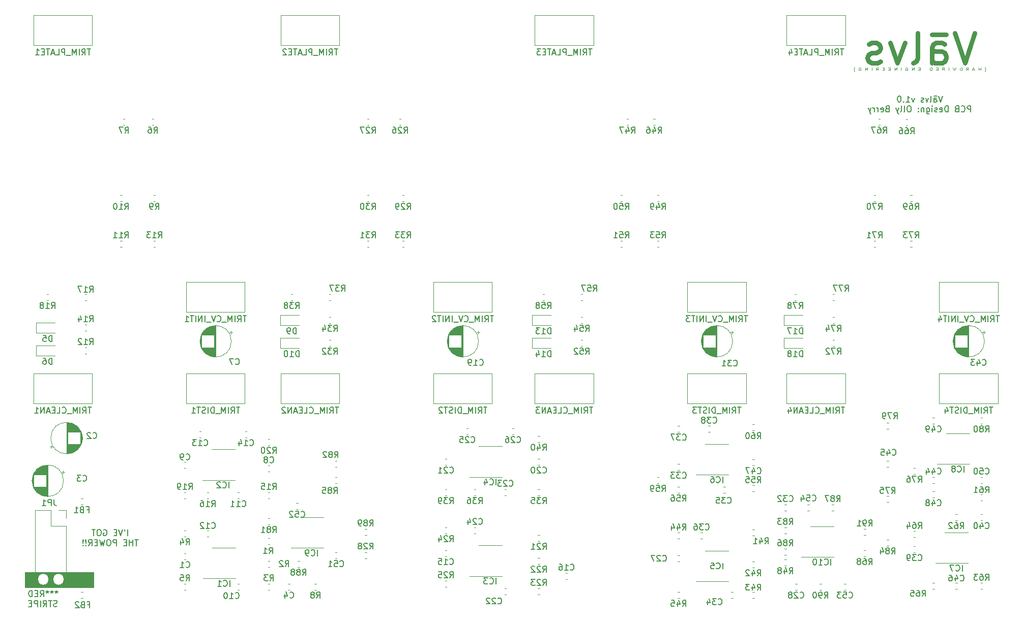
<source format=gbo>
G04 #@! TF.GenerationSoftware,KiCad,Pcbnew,(5.1.6-0-10_14)*
G04 #@! TF.CreationDate,2022-01-25T14:28:11+00:00*
G04 #@! TF.ProjectId,Quad Tube VCA,51756164-2054-4756-9265-205643412e6b,rev?*
G04 #@! TF.SameCoordinates,Original*
G04 #@! TF.FileFunction,Legend,Bot*
G04 #@! TF.FilePolarity,Positive*
%FSLAX46Y46*%
G04 Gerber Fmt 4.6, Leading zero omitted, Abs format (unit mm)*
G04 Created by KiCad (PCBNEW (5.1.6-0-10_14)) date 2022-01-25 14:28:11*
%MOMM*%
%LPD*%
G01*
G04 APERTURE LIST*
%ADD10C,0.150000*%
%ADD11C,0.100000*%
%ADD12C,0.800000*%
%ADD13C,0.120000*%
%ADD14C,2.875000*%
%ADD15R,2.875000X2.875000*%
%ADD16C,1.700000*%
%ADD17R,1.700000X1.700000*%
%ADD18C,1.900000*%
%ADD19R,1.900000X1.900000*%
%ADD20C,2.100000*%
%ADD21C,1.400000*%
%ADD22C,1.540000*%
%ADD23O,1.800000X1.800000*%
%ADD24R,1.800000X1.800000*%
%ADD25R,1.100000X1.100000*%
G04 APERTURE END LIST*
D10*
X83168761Y-132469380D02*
X83168761Y-131469380D01*
X82644952Y-131469380D02*
X82644952Y-131517000D01*
X82692571Y-131612238D01*
X82740190Y-131659857D01*
X82359238Y-131469380D02*
X82025904Y-132469380D01*
X81692571Y-131469380D01*
X81359238Y-131945571D02*
X81025904Y-131945571D01*
X80883047Y-132469380D02*
X81359238Y-132469380D01*
X81359238Y-131469380D01*
X80883047Y-131469380D01*
X79168761Y-131517000D02*
X79264000Y-131469380D01*
X79406857Y-131469380D01*
X79549714Y-131517000D01*
X79644952Y-131612238D01*
X79692571Y-131707476D01*
X79740190Y-131897952D01*
X79740190Y-132040809D01*
X79692571Y-132231285D01*
X79644952Y-132326523D01*
X79549714Y-132421761D01*
X79406857Y-132469380D01*
X79311619Y-132469380D01*
X79168761Y-132421761D01*
X79121142Y-132374142D01*
X79121142Y-132040809D01*
X79311619Y-132040809D01*
X78502095Y-131469380D02*
X78311619Y-131469380D01*
X78216380Y-131517000D01*
X78121142Y-131612238D01*
X78073523Y-131802714D01*
X78073523Y-132136047D01*
X78121142Y-132326523D01*
X78216380Y-132421761D01*
X78311619Y-132469380D01*
X78502095Y-132469380D01*
X78597333Y-132421761D01*
X78692571Y-132326523D01*
X78740190Y-132136047D01*
X78740190Y-131802714D01*
X78692571Y-131612238D01*
X78597333Y-131517000D01*
X78502095Y-131469380D01*
X77787809Y-131469380D02*
X77216380Y-131469380D01*
X77502095Y-132469380D02*
X77502095Y-131469380D01*
X84930666Y-133119380D02*
X84359238Y-133119380D01*
X84644952Y-134119380D02*
X84644952Y-133119380D01*
X84025904Y-134119380D02*
X84025904Y-133119380D01*
X84025904Y-133595571D02*
X83454476Y-133595571D01*
X83454476Y-134119380D02*
X83454476Y-133119380D01*
X82978285Y-133595571D02*
X82644952Y-133595571D01*
X82502095Y-134119380D02*
X82978285Y-134119380D01*
X82978285Y-133119380D01*
X82502095Y-133119380D01*
X81311619Y-134119380D02*
X81311619Y-133119380D01*
X80930666Y-133119380D01*
X80835428Y-133167000D01*
X80787809Y-133214619D01*
X80740190Y-133309857D01*
X80740190Y-133452714D01*
X80787809Y-133547952D01*
X80835428Y-133595571D01*
X80930666Y-133643190D01*
X81311619Y-133643190D01*
X80121142Y-133119380D02*
X79930666Y-133119380D01*
X79835428Y-133167000D01*
X79740190Y-133262238D01*
X79692571Y-133452714D01*
X79692571Y-133786047D01*
X79740190Y-133976523D01*
X79835428Y-134071761D01*
X79930666Y-134119380D01*
X80121142Y-134119380D01*
X80216380Y-134071761D01*
X80311619Y-133976523D01*
X80359238Y-133786047D01*
X80359238Y-133452714D01*
X80311619Y-133262238D01*
X80216380Y-133167000D01*
X80121142Y-133119380D01*
X79359238Y-133119380D02*
X79121142Y-134119380D01*
X78930666Y-133405095D01*
X78740190Y-134119380D01*
X78502095Y-133119380D01*
X78121142Y-133595571D02*
X77787809Y-133595571D01*
X77644952Y-134119380D02*
X78121142Y-134119380D01*
X78121142Y-133119380D01*
X77644952Y-133119380D01*
X76644952Y-134119380D02*
X76978285Y-133643190D01*
X77216380Y-134119380D02*
X77216380Y-133119380D01*
X76835428Y-133119380D01*
X76740190Y-133167000D01*
X76692571Y-133214619D01*
X76644952Y-133309857D01*
X76644952Y-133452714D01*
X76692571Y-133547952D01*
X76740190Y-133595571D01*
X76835428Y-133643190D01*
X77216380Y-133643190D01*
X76216380Y-134024142D02*
X76168761Y-134071761D01*
X76216380Y-134119380D01*
X76264000Y-134071761D01*
X76216380Y-134024142D01*
X76216380Y-134119380D01*
X76216380Y-133738428D02*
X76264000Y-133167000D01*
X76216380Y-133119380D01*
X76168761Y-133167000D01*
X76216380Y-133738428D01*
X76216380Y-133119380D01*
X75740190Y-134024142D02*
X75692571Y-134071761D01*
X75740190Y-134119380D01*
X75787809Y-134071761D01*
X75740190Y-134024142D01*
X75740190Y-134119380D01*
X75740190Y-133738428D02*
X75787809Y-133167000D01*
X75740190Y-133119380D01*
X75692571Y-133167000D01*
X75740190Y-133738428D01*
X75740190Y-133119380D01*
D11*
X225825285Y-55051285D02*
X225968142Y-55051285D01*
X225968142Y-54479857D01*
X225825285Y-54479857D01*
X225139571Y-54917952D02*
X225139571Y-54517952D01*
X225139571Y-54708428D02*
X224796714Y-54708428D01*
X224796714Y-54917952D02*
X224796714Y-54517952D01*
X224082428Y-54803666D02*
X223796714Y-54803666D01*
X224139571Y-54917952D02*
X223939571Y-54517952D01*
X223739571Y-54917952D01*
X222739571Y-54917952D02*
X222939571Y-54727476D01*
X223082428Y-54917952D02*
X223082428Y-54517952D01*
X222853857Y-54517952D01*
X222796714Y-54537000D01*
X222768142Y-54556047D01*
X222739571Y-54594142D01*
X222739571Y-54651285D01*
X222768142Y-54689380D01*
X222796714Y-54708428D01*
X222853857Y-54727476D01*
X223082428Y-54727476D01*
X222025285Y-54917952D02*
X222025285Y-54517952D01*
X221882428Y-54517952D01*
X221796714Y-54537000D01*
X221739571Y-54575095D01*
X221711000Y-54613190D01*
X221682428Y-54689380D01*
X221682428Y-54746523D01*
X221711000Y-54822714D01*
X221739571Y-54860809D01*
X221796714Y-54898904D01*
X221882428Y-54917952D01*
X222025285Y-54917952D01*
X221025285Y-54517952D02*
X220882428Y-54917952D01*
X220768142Y-54632238D01*
X220653857Y-54917952D01*
X220511000Y-54517952D01*
X219825285Y-54917952D02*
X219825285Y-54517952D01*
X218739571Y-54917952D02*
X218939571Y-54727476D01*
X219082428Y-54917952D02*
X219082428Y-54517952D01*
X218853857Y-54517952D01*
X218796714Y-54537000D01*
X218768142Y-54556047D01*
X218739571Y-54594142D01*
X218739571Y-54651285D01*
X218768142Y-54689380D01*
X218796714Y-54708428D01*
X218853857Y-54727476D01*
X219082428Y-54727476D01*
X218025285Y-54708428D02*
X217825285Y-54708428D01*
X217739571Y-54917952D02*
X218025285Y-54917952D01*
X218025285Y-54517952D01*
X217739571Y-54517952D01*
X217025285Y-54917952D02*
X217025285Y-54517952D01*
X216882428Y-54517952D01*
X216796714Y-54537000D01*
X216739571Y-54575095D01*
X216711000Y-54613190D01*
X216682428Y-54689380D01*
X216682428Y-54746523D01*
X216711000Y-54822714D01*
X216739571Y-54860809D01*
X216796714Y-54898904D01*
X216882428Y-54917952D01*
X217025285Y-54917952D01*
X215053857Y-54708428D02*
X214853857Y-54708428D01*
X214768142Y-54917952D02*
X215053857Y-54917952D01*
X215053857Y-54517952D01*
X214768142Y-54517952D01*
X214053857Y-54917952D02*
X214053857Y-54517952D01*
X213711000Y-54917952D01*
X213711000Y-54517952D01*
X212653857Y-54537000D02*
X212711000Y-54517952D01*
X212796714Y-54517952D01*
X212882428Y-54537000D01*
X212939571Y-54575095D01*
X212968142Y-54613190D01*
X212996714Y-54689380D01*
X212996714Y-54746523D01*
X212968142Y-54822714D01*
X212939571Y-54860809D01*
X212882428Y-54898904D01*
X212796714Y-54917952D01*
X212739571Y-54917952D01*
X212653857Y-54898904D01*
X212625285Y-54879857D01*
X212625285Y-54746523D01*
X212739571Y-54746523D01*
X211911000Y-54917952D02*
X211911000Y-54517952D01*
X211168142Y-54917952D02*
X211168142Y-54517952D01*
X210825285Y-54917952D01*
X210825285Y-54517952D01*
X210082428Y-54708428D02*
X209882428Y-54708428D01*
X209796714Y-54917952D02*
X210082428Y-54917952D01*
X210082428Y-54517952D01*
X209796714Y-54517952D01*
X209082428Y-54708428D02*
X208882428Y-54708428D01*
X208796714Y-54917952D02*
X209082428Y-54917952D01*
X209082428Y-54517952D01*
X208796714Y-54517952D01*
X207739571Y-54917952D02*
X207939571Y-54727476D01*
X208082428Y-54917952D02*
X208082428Y-54517952D01*
X207853857Y-54517952D01*
X207796714Y-54537000D01*
X207768142Y-54556047D01*
X207739571Y-54594142D01*
X207739571Y-54651285D01*
X207768142Y-54689380D01*
X207796714Y-54708428D01*
X207853857Y-54727476D01*
X208082428Y-54727476D01*
X207025285Y-54917952D02*
X207025285Y-54517952D01*
X206282428Y-54917952D02*
X206282428Y-54517952D01*
X205939571Y-54917952D01*
X205939571Y-54517952D01*
X204882428Y-54537000D02*
X204939571Y-54517952D01*
X205025285Y-54517952D01*
X205111000Y-54537000D01*
X205168142Y-54575095D01*
X205196714Y-54613190D01*
X205225285Y-54689380D01*
X205225285Y-54746523D01*
X205196714Y-54822714D01*
X205168142Y-54860809D01*
X205111000Y-54898904D01*
X205025285Y-54917952D01*
X204968142Y-54917952D01*
X204882428Y-54898904D01*
X204853857Y-54879857D01*
X204853857Y-54746523D01*
X204968142Y-54746523D01*
X204196714Y-55051285D02*
X204053857Y-55051285D01*
X204053857Y-54479857D01*
X204196714Y-54479857D01*
D10*
X218796714Y-59206380D02*
X218463380Y-60206380D01*
X218130047Y-59206380D01*
X217368142Y-60206380D02*
X217368142Y-59682571D01*
X217415761Y-59587333D01*
X217511000Y-59539714D01*
X217701476Y-59539714D01*
X217796714Y-59587333D01*
X217368142Y-60158761D02*
X217463380Y-60206380D01*
X217701476Y-60206380D01*
X217796714Y-60158761D01*
X217844333Y-60063523D01*
X217844333Y-59968285D01*
X217796714Y-59873047D01*
X217701476Y-59825428D01*
X217463380Y-59825428D01*
X217368142Y-59777809D01*
X217844333Y-59254000D02*
X217368142Y-59254000D01*
X216749095Y-60206380D02*
X216844333Y-60158761D01*
X216891952Y-60063523D01*
X216891952Y-59206380D01*
X216463380Y-59539714D02*
X216225285Y-60206380D01*
X215987190Y-59539714D01*
X215653857Y-60158761D02*
X215558619Y-60206380D01*
X215368142Y-60206380D01*
X215272904Y-60158761D01*
X215225285Y-60063523D01*
X215225285Y-60015904D01*
X215272904Y-59920666D01*
X215368142Y-59873047D01*
X215511000Y-59873047D01*
X215606238Y-59825428D01*
X215653857Y-59730190D01*
X215653857Y-59682571D01*
X215606238Y-59587333D01*
X215511000Y-59539714D01*
X215368142Y-59539714D01*
X215272904Y-59587333D01*
X214130047Y-59539714D02*
X213891952Y-60206380D01*
X213653857Y-59539714D01*
X212749095Y-60206380D02*
X213320523Y-60206380D01*
X213034809Y-60206380D02*
X213034809Y-59206380D01*
X213130047Y-59349238D01*
X213225285Y-59444476D01*
X213320523Y-59492095D01*
X212320523Y-60111142D02*
X212272904Y-60158761D01*
X212320523Y-60206380D01*
X212368142Y-60158761D01*
X212320523Y-60111142D01*
X212320523Y-60206380D01*
X211653857Y-59206380D02*
X211558619Y-59206380D01*
X211463380Y-59254000D01*
X211415761Y-59301619D01*
X211368142Y-59396857D01*
X211320523Y-59587333D01*
X211320523Y-59825428D01*
X211368142Y-60015904D01*
X211415761Y-60111142D01*
X211463380Y-60158761D01*
X211558619Y-60206380D01*
X211653857Y-60206380D01*
X211749095Y-60158761D01*
X211796714Y-60111142D01*
X211844333Y-60015904D01*
X211891952Y-59825428D01*
X211891952Y-59587333D01*
X211844333Y-59396857D01*
X211796714Y-59301619D01*
X211749095Y-59254000D01*
X211653857Y-59206380D01*
X223487190Y-61856380D02*
X223487190Y-60856380D01*
X223106238Y-60856380D01*
X223011000Y-60904000D01*
X222963380Y-60951619D01*
X222915761Y-61046857D01*
X222915761Y-61189714D01*
X222963380Y-61284952D01*
X223011000Y-61332571D01*
X223106238Y-61380190D01*
X223487190Y-61380190D01*
X221915761Y-61761142D02*
X221963380Y-61808761D01*
X222106238Y-61856380D01*
X222201476Y-61856380D01*
X222344333Y-61808761D01*
X222439571Y-61713523D01*
X222487190Y-61618285D01*
X222534809Y-61427809D01*
X222534809Y-61284952D01*
X222487190Y-61094476D01*
X222439571Y-60999238D01*
X222344333Y-60904000D01*
X222201476Y-60856380D01*
X222106238Y-60856380D01*
X221963380Y-60904000D01*
X221915761Y-60951619D01*
X221153857Y-61332571D02*
X221011000Y-61380190D01*
X220963380Y-61427809D01*
X220915761Y-61523047D01*
X220915761Y-61665904D01*
X220963380Y-61761142D01*
X221011000Y-61808761D01*
X221106238Y-61856380D01*
X221487190Y-61856380D01*
X221487190Y-60856380D01*
X221153857Y-60856380D01*
X221058619Y-60904000D01*
X221011000Y-60951619D01*
X220963380Y-61046857D01*
X220963380Y-61142095D01*
X221011000Y-61237333D01*
X221058619Y-61284952D01*
X221153857Y-61332571D01*
X221487190Y-61332571D01*
X219725285Y-61856380D02*
X219725285Y-60856380D01*
X219487190Y-60856380D01*
X219344333Y-60904000D01*
X219249095Y-60999238D01*
X219201476Y-61094476D01*
X219153857Y-61284952D01*
X219153857Y-61427809D01*
X219201476Y-61618285D01*
X219249095Y-61713523D01*
X219344333Y-61808761D01*
X219487190Y-61856380D01*
X219725285Y-61856380D01*
X218344333Y-61808761D02*
X218439571Y-61856380D01*
X218630047Y-61856380D01*
X218725285Y-61808761D01*
X218772904Y-61713523D01*
X218772904Y-61332571D01*
X218725285Y-61237333D01*
X218630047Y-61189714D01*
X218439571Y-61189714D01*
X218344333Y-61237333D01*
X218296714Y-61332571D01*
X218296714Y-61427809D01*
X218772904Y-61523047D01*
X217915761Y-61808761D02*
X217820523Y-61856380D01*
X217630047Y-61856380D01*
X217534809Y-61808761D01*
X217487190Y-61713523D01*
X217487190Y-61665904D01*
X217534809Y-61570666D01*
X217630047Y-61523047D01*
X217772904Y-61523047D01*
X217868142Y-61475428D01*
X217915761Y-61380190D01*
X217915761Y-61332571D01*
X217868142Y-61237333D01*
X217772904Y-61189714D01*
X217630047Y-61189714D01*
X217534809Y-61237333D01*
X217058619Y-61856380D02*
X217058619Y-61189714D01*
X217058619Y-60856380D02*
X217106238Y-60904000D01*
X217058619Y-60951619D01*
X217011000Y-60904000D01*
X217058619Y-60856380D01*
X217058619Y-60951619D01*
X216153857Y-61189714D02*
X216153857Y-61999238D01*
X216201476Y-62094476D01*
X216249095Y-62142095D01*
X216344333Y-62189714D01*
X216487190Y-62189714D01*
X216582428Y-62142095D01*
X216153857Y-61808761D02*
X216249095Y-61856380D01*
X216439571Y-61856380D01*
X216534809Y-61808761D01*
X216582428Y-61761142D01*
X216630047Y-61665904D01*
X216630047Y-61380190D01*
X216582428Y-61284952D01*
X216534809Y-61237333D01*
X216439571Y-61189714D01*
X216249095Y-61189714D01*
X216153857Y-61237333D01*
X215677666Y-61189714D02*
X215677666Y-61856380D01*
X215677666Y-61284952D02*
X215630047Y-61237333D01*
X215534809Y-61189714D01*
X215391952Y-61189714D01*
X215296714Y-61237333D01*
X215249095Y-61332571D01*
X215249095Y-61856380D01*
X214772904Y-61761142D02*
X214725285Y-61808761D01*
X214772904Y-61856380D01*
X214820523Y-61808761D01*
X214772904Y-61761142D01*
X214772904Y-61856380D01*
X214772904Y-61237333D02*
X214725285Y-61284952D01*
X214772904Y-61332571D01*
X214820523Y-61284952D01*
X214772904Y-61237333D01*
X214772904Y-61332571D01*
X213344333Y-60856380D02*
X213153857Y-60856380D01*
X213058619Y-60904000D01*
X212963380Y-60999238D01*
X212915761Y-61189714D01*
X212915761Y-61523047D01*
X212963380Y-61713523D01*
X213058619Y-61808761D01*
X213153857Y-61856380D01*
X213344333Y-61856380D01*
X213439571Y-61808761D01*
X213534809Y-61713523D01*
X213582428Y-61523047D01*
X213582428Y-61189714D01*
X213534809Y-60999238D01*
X213439571Y-60904000D01*
X213344333Y-60856380D01*
X212344333Y-61856380D02*
X212439571Y-61808761D01*
X212487190Y-61713523D01*
X212487190Y-60856380D01*
X211820523Y-61856380D02*
X211915761Y-61808761D01*
X211963380Y-61713523D01*
X211963380Y-60856380D01*
X211534809Y-61189714D02*
X211296714Y-61856380D01*
X211058619Y-61189714D02*
X211296714Y-61856380D01*
X211391952Y-62094476D01*
X211439571Y-62142095D01*
X211534809Y-62189714D01*
X209582428Y-61332571D02*
X209439571Y-61380190D01*
X209391952Y-61427809D01*
X209344333Y-61523047D01*
X209344333Y-61665904D01*
X209391952Y-61761142D01*
X209439571Y-61808761D01*
X209534809Y-61856380D01*
X209915761Y-61856380D01*
X209915761Y-60856380D01*
X209582428Y-60856380D01*
X209487190Y-60904000D01*
X209439571Y-60951619D01*
X209391952Y-61046857D01*
X209391952Y-61142095D01*
X209439571Y-61237333D01*
X209487190Y-61284952D01*
X209582428Y-61332571D01*
X209915761Y-61332571D01*
X208534809Y-61808761D02*
X208630047Y-61856380D01*
X208820523Y-61856380D01*
X208915761Y-61808761D01*
X208963380Y-61713523D01*
X208963380Y-61332571D01*
X208915761Y-61237333D01*
X208820523Y-61189714D01*
X208630047Y-61189714D01*
X208534809Y-61237333D01*
X208487190Y-61332571D01*
X208487190Y-61427809D01*
X208963380Y-61523047D01*
X208058619Y-61856380D02*
X208058619Y-61189714D01*
X208058619Y-61380190D02*
X208011000Y-61284952D01*
X207963380Y-61237333D01*
X207868142Y-61189714D01*
X207772904Y-61189714D01*
X207439571Y-61856380D02*
X207439571Y-61189714D01*
X207439571Y-61380190D02*
X207391952Y-61284952D01*
X207344333Y-61237333D01*
X207249095Y-61189714D01*
X207153857Y-61189714D01*
X206915761Y-61189714D02*
X206677666Y-61856380D01*
X206439571Y-61189714D02*
X206677666Y-61856380D01*
X206772904Y-62094476D01*
X206820523Y-62142095D01*
X206915761Y-62189714D01*
D12*
X224177666Y-48696904D02*
X222511000Y-53696904D01*
X220844333Y-48696904D01*
X217034809Y-53696904D02*
X217034809Y-51077857D01*
X217272904Y-50601666D01*
X217749095Y-50363571D01*
X218701476Y-50363571D01*
X219177666Y-50601666D01*
X217034809Y-53458809D02*
X217511000Y-53696904D01*
X218701476Y-53696904D01*
X219177666Y-53458809D01*
X219415761Y-52982619D01*
X219415761Y-52506428D01*
X219177666Y-52030238D01*
X218701476Y-51792142D01*
X217511000Y-51792142D01*
X217034809Y-51554047D01*
X219415761Y-48935000D02*
X217034809Y-48935000D01*
X213939571Y-53696904D02*
X214415761Y-53458809D01*
X214653857Y-52982619D01*
X214653857Y-48696904D01*
X212511000Y-50363571D02*
X211320523Y-53696904D01*
X210130047Y-50363571D01*
X208463380Y-53458809D02*
X207987190Y-53696904D01*
X207034809Y-53696904D01*
X206558619Y-53458809D01*
X206320523Y-52982619D01*
X206320523Y-52744523D01*
X206558619Y-52268333D01*
X207034809Y-52030238D01*
X207749095Y-52030238D01*
X208225285Y-51792142D01*
X208463380Y-51315952D01*
X208463380Y-51077857D01*
X208225285Y-50601666D01*
X207749095Y-50363571D01*
X207034809Y-50363571D01*
X206558619Y-50601666D01*
D10*
X71328023Y-141629380D02*
X71328023Y-141867476D01*
X71566119Y-141772238D02*
X71328023Y-141867476D01*
X71089928Y-141772238D01*
X71470880Y-142057952D02*
X71328023Y-141867476D01*
X71185166Y-142057952D01*
X70566119Y-141629380D02*
X70566119Y-141867476D01*
X70804214Y-141772238D02*
X70566119Y-141867476D01*
X70328023Y-141772238D01*
X70708976Y-142057952D02*
X70566119Y-141867476D01*
X70423261Y-142057952D01*
X69804214Y-141629380D02*
X69804214Y-141867476D01*
X70042309Y-141772238D02*
X69804214Y-141867476D01*
X69566119Y-141772238D01*
X69947071Y-142057952D02*
X69804214Y-141867476D01*
X69661357Y-142057952D01*
X68613738Y-142629380D02*
X68947071Y-142153190D01*
X69185166Y-142629380D02*
X69185166Y-141629380D01*
X68804214Y-141629380D01*
X68708976Y-141677000D01*
X68661357Y-141724619D01*
X68613738Y-141819857D01*
X68613738Y-141962714D01*
X68661357Y-142057952D01*
X68708976Y-142105571D01*
X68804214Y-142153190D01*
X69185166Y-142153190D01*
X68185166Y-142105571D02*
X67851833Y-142105571D01*
X67708976Y-142629380D02*
X68185166Y-142629380D01*
X68185166Y-141629380D01*
X67708976Y-141629380D01*
X67280404Y-142629380D02*
X67280404Y-141629380D01*
X67042309Y-141629380D01*
X66899452Y-141677000D01*
X66804214Y-141772238D01*
X66756595Y-141867476D01*
X66708976Y-142057952D01*
X66708976Y-142200809D01*
X66756595Y-142391285D01*
X66804214Y-142486523D01*
X66899452Y-142581761D01*
X67042309Y-142629380D01*
X67280404Y-142629380D01*
X71423261Y-144231761D02*
X71280404Y-144279380D01*
X71042309Y-144279380D01*
X70947071Y-144231761D01*
X70899452Y-144184142D01*
X70851833Y-144088904D01*
X70851833Y-143993666D01*
X70899452Y-143898428D01*
X70947071Y-143850809D01*
X71042309Y-143803190D01*
X71232785Y-143755571D01*
X71328023Y-143707952D01*
X71375642Y-143660333D01*
X71423261Y-143565095D01*
X71423261Y-143469857D01*
X71375642Y-143374619D01*
X71328023Y-143327000D01*
X71232785Y-143279380D01*
X70994690Y-143279380D01*
X70851833Y-143327000D01*
X70566119Y-143279380D02*
X69994690Y-143279380D01*
X70280404Y-144279380D02*
X70280404Y-143279380D01*
X69089928Y-144279380D02*
X69423261Y-143803190D01*
X69661357Y-144279380D02*
X69661357Y-143279380D01*
X69280404Y-143279380D01*
X69185166Y-143327000D01*
X69137547Y-143374619D01*
X69089928Y-143469857D01*
X69089928Y-143612714D01*
X69137547Y-143707952D01*
X69185166Y-143755571D01*
X69280404Y-143803190D01*
X69661357Y-143803190D01*
X68661357Y-144279380D02*
X68661357Y-143279380D01*
X68185166Y-144279380D02*
X68185166Y-143279380D01*
X67804214Y-143279380D01*
X67708976Y-143327000D01*
X67661357Y-143374619D01*
X67613738Y-143469857D01*
X67613738Y-143612714D01*
X67661357Y-143707952D01*
X67708976Y-143755571D01*
X67804214Y-143803190D01*
X68185166Y-143803190D01*
X67185166Y-143755571D02*
X66851833Y-143755571D01*
X66708976Y-144279380D02*
X67185166Y-144279380D01*
X67185166Y-143279380D01*
X66708976Y-143279380D01*
D11*
G36*
X77470000Y-141097000D02*
G01*
X66040000Y-141097000D01*
X66040000Y-138557000D01*
X77470000Y-138557000D01*
X77470000Y-141097000D01*
G37*
X77470000Y-141097000D02*
X66040000Y-141097000D01*
X66040000Y-138557000D01*
X77470000Y-138557000D01*
X77470000Y-141097000D01*
D13*
X221107000Y-137053000D02*
X217657000Y-137053000D01*
X221107000Y-137053000D02*
X223057000Y-137053000D01*
X221107000Y-131933000D02*
X219157000Y-131933000D01*
X221107000Y-131933000D02*
X223057000Y-131933000D01*
X225713775Y-98351000D02*
X225713775Y-98851000D01*
X225963775Y-98601000D02*
X225463775Y-98601000D01*
X220558000Y-99792000D02*
X220558000Y-100360000D01*
X220598000Y-99558000D02*
X220598000Y-100594000D01*
X220638000Y-99399000D02*
X220638000Y-100753000D01*
X220678000Y-99271000D02*
X220678000Y-100881000D01*
X220718000Y-99161000D02*
X220718000Y-100991000D01*
X220758000Y-99065000D02*
X220758000Y-101087000D01*
X220798000Y-98978000D02*
X220798000Y-101174000D01*
X220838000Y-98898000D02*
X220838000Y-101254000D01*
X220878000Y-101116000D02*
X220878000Y-101327000D01*
X220878000Y-98825000D02*
X220878000Y-99036000D01*
X220918000Y-101116000D02*
X220918000Y-101395000D01*
X220918000Y-98757000D02*
X220918000Y-99036000D01*
X220958000Y-101116000D02*
X220958000Y-101459000D01*
X220958000Y-98693000D02*
X220958000Y-99036000D01*
X220998000Y-101116000D02*
X220998000Y-101519000D01*
X220998000Y-98633000D02*
X220998000Y-99036000D01*
X221038000Y-101116000D02*
X221038000Y-101576000D01*
X221038000Y-98576000D02*
X221038000Y-99036000D01*
X221078000Y-101116000D02*
X221078000Y-101630000D01*
X221078000Y-98522000D02*
X221078000Y-99036000D01*
X221118000Y-101116000D02*
X221118000Y-101681000D01*
X221118000Y-98471000D02*
X221118000Y-99036000D01*
X221158000Y-101116000D02*
X221158000Y-101729000D01*
X221158000Y-98423000D02*
X221158000Y-99036000D01*
X221198000Y-101116000D02*
X221198000Y-101775000D01*
X221198000Y-98377000D02*
X221198000Y-99036000D01*
X221238000Y-101116000D02*
X221238000Y-101819000D01*
X221238000Y-98333000D02*
X221238000Y-99036000D01*
X221278000Y-101116000D02*
X221278000Y-101861000D01*
X221278000Y-98291000D02*
X221278000Y-99036000D01*
X221318000Y-101116000D02*
X221318000Y-101902000D01*
X221318000Y-98250000D02*
X221318000Y-99036000D01*
X221358000Y-101116000D02*
X221358000Y-101940000D01*
X221358000Y-98212000D02*
X221358000Y-99036000D01*
X221398000Y-101116000D02*
X221398000Y-101977000D01*
X221398000Y-98175000D02*
X221398000Y-99036000D01*
X221438000Y-101116000D02*
X221438000Y-102013000D01*
X221438000Y-98139000D02*
X221438000Y-99036000D01*
X221478000Y-101116000D02*
X221478000Y-102047000D01*
X221478000Y-98105000D02*
X221478000Y-99036000D01*
X221518000Y-101116000D02*
X221518000Y-102080000D01*
X221518000Y-98072000D02*
X221518000Y-99036000D01*
X221558000Y-101116000D02*
X221558000Y-102111000D01*
X221558000Y-98041000D02*
X221558000Y-99036000D01*
X221598000Y-101116000D02*
X221598000Y-102141000D01*
X221598000Y-98011000D02*
X221598000Y-99036000D01*
X221638000Y-101116000D02*
X221638000Y-102171000D01*
X221638000Y-97981000D02*
X221638000Y-99036000D01*
X221678000Y-101116000D02*
X221678000Y-102198000D01*
X221678000Y-97954000D02*
X221678000Y-99036000D01*
X221718000Y-101116000D02*
X221718000Y-102225000D01*
X221718000Y-97927000D02*
X221718000Y-99036000D01*
X221758000Y-101116000D02*
X221758000Y-102251000D01*
X221758000Y-97901000D02*
X221758000Y-99036000D01*
X221798000Y-101116000D02*
X221798000Y-102276000D01*
X221798000Y-97876000D02*
X221798000Y-99036000D01*
X221838000Y-101116000D02*
X221838000Y-102300000D01*
X221838000Y-97852000D02*
X221838000Y-99036000D01*
X221878000Y-101116000D02*
X221878000Y-102323000D01*
X221878000Y-97829000D02*
X221878000Y-99036000D01*
X221918000Y-101116000D02*
X221918000Y-102344000D01*
X221918000Y-97808000D02*
X221918000Y-99036000D01*
X221958000Y-101116000D02*
X221958000Y-102366000D01*
X221958000Y-97786000D02*
X221958000Y-99036000D01*
X221998000Y-101116000D02*
X221998000Y-102386000D01*
X221998000Y-97766000D02*
X221998000Y-99036000D01*
X222038000Y-101116000D02*
X222038000Y-102405000D01*
X222038000Y-97747000D02*
X222038000Y-99036000D01*
X222078000Y-101116000D02*
X222078000Y-102424000D01*
X222078000Y-97728000D02*
X222078000Y-99036000D01*
X222118000Y-101116000D02*
X222118000Y-102441000D01*
X222118000Y-97711000D02*
X222118000Y-99036000D01*
X222158000Y-101116000D02*
X222158000Y-102458000D01*
X222158000Y-97694000D02*
X222158000Y-99036000D01*
X222198000Y-101116000D02*
X222198000Y-102474000D01*
X222198000Y-97678000D02*
X222198000Y-99036000D01*
X222238000Y-101116000D02*
X222238000Y-102490000D01*
X222238000Y-97662000D02*
X222238000Y-99036000D01*
X222278000Y-101116000D02*
X222278000Y-102504000D01*
X222278000Y-97648000D02*
X222278000Y-99036000D01*
X222318000Y-101116000D02*
X222318000Y-102518000D01*
X222318000Y-97634000D02*
X222318000Y-99036000D01*
X222358000Y-101116000D02*
X222358000Y-102531000D01*
X222358000Y-97621000D02*
X222358000Y-99036000D01*
X222398000Y-101116000D02*
X222398000Y-102544000D01*
X222398000Y-97608000D02*
X222398000Y-99036000D01*
X222438000Y-101116000D02*
X222438000Y-102556000D01*
X222438000Y-97596000D02*
X222438000Y-99036000D01*
X222479000Y-101116000D02*
X222479000Y-102567000D01*
X222479000Y-97585000D02*
X222479000Y-99036000D01*
X222519000Y-101116000D02*
X222519000Y-102577000D01*
X222519000Y-97575000D02*
X222519000Y-99036000D01*
X222559000Y-101116000D02*
X222559000Y-102587000D01*
X222559000Y-97565000D02*
X222559000Y-99036000D01*
X222599000Y-101116000D02*
X222599000Y-102596000D01*
X222599000Y-97556000D02*
X222599000Y-99036000D01*
X222639000Y-101116000D02*
X222639000Y-102604000D01*
X222639000Y-97548000D02*
X222639000Y-99036000D01*
X222679000Y-101116000D02*
X222679000Y-102612000D01*
X222679000Y-97540000D02*
X222679000Y-99036000D01*
X222719000Y-101116000D02*
X222719000Y-102619000D01*
X222719000Y-97533000D02*
X222719000Y-99036000D01*
X222759000Y-101116000D02*
X222759000Y-102626000D01*
X222759000Y-97526000D02*
X222759000Y-99036000D01*
X222799000Y-101116000D02*
X222799000Y-102632000D01*
X222799000Y-97520000D02*
X222799000Y-99036000D01*
X222839000Y-101116000D02*
X222839000Y-102637000D01*
X222839000Y-97515000D02*
X222839000Y-99036000D01*
X222879000Y-101116000D02*
X222879000Y-102641000D01*
X222879000Y-97511000D02*
X222879000Y-99036000D01*
X222919000Y-101116000D02*
X222919000Y-102645000D01*
X222919000Y-97507000D02*
X222919000Y-99036000D01*
X222959000Y-97503000D02*
X222959000Y-102649000D01*
X222999000Y-97500000D02*
X222999000Y-102652000D01*
X223039000Y-97498000D02*
X223039000Y-102654000D01*
X223079000Y-97497000D02*
X223079000Y-102655000D01*
X223119000Y-97496000D02*
X223119000Y-102656000D01*
X223159000Y-97496000D02*
X223159000Y-102656000D01*
X225779000Y-100076000D02*
G75*
G03*
X225779000Y-100076000I-2620000J0D01*
G01*
X183803775Y-98351000D02*
X183803775Y-98851000D01*
X184053775Y-98601000D02*
X183553775Y-98601000D01*
X178648000Y-99792000D02*
X178648000Y-100360000D01*
X178688000Y-99558000D02*
X178688000Y-100594000D01*
X178728000Y-99399000D02*
X178728000Y-100753000D01*
X178768000Y-99271000D02*
X178768000Y-100881000D01*
X178808000Y-99161000D02*
X178808000Y-100991000D01*
X178848000Y-99065000D02*
X178848000Y-101087000D01*
X178888000Y-98978000D02*
X178888000Y-101174000D01*
X178928000Y-98898000D02*
X178928000Y-101254000D01*
X178968000Y-101116000D02*
X178968000Y-101327000D01*
X178968000Y-98825000D02*
X178968000Y-99036000D01*
X179008000Y-101116000D02*
X179008000Y-101395000D01*
X179008000Y-98757000D02*
X179008000Y-99036000D01*
X179048000Y-101116000D02*
X179048000Y-101459000D01*
X179048000Y-98693000D02*
X179048000Y-99036000D01*
X179088000Y-101116000D02*
X179088000Y-101519000D01*
X179088000Y-98633000D02*
X179088000Y-99036000D01*
X179128000Y-101116000D02*
X179128000Y-101576000D01*
X179128000Y-98576000D02*
X179128000Y-99036000D01*
X179168000Y-101116000D02*
X179168000Y-101630000D01*
X179168000Y-98522000D02*
X179168000Y-99036000D01*
X179208000Y-101116000D02*
X179208000Y-101681000D01*
X179208000Y-98471000D02*
X179208000Y-99036000D01*
X179248000Y-101116000D02*
X179248000Y-101729000D01*
X179248000Y-98423000D02*
X179248000Y-99036000D01*
X179288000Y-101116000D02*
X179288000Y-101775000D01*
X179288000Y-98377000D02*
X179288000Y-99036000D01*
X179328000Y-101116000D02*
X179328000Y-101819000D01*
X179328000Y-98333000D02*
X179328000Y-99036000D01*
X179368000Y-101116000D02*
X179368000Y-101861000D01*
X179368000Y-98291000D02*
X179368000Y-99036000D01*
X179408000Y-101116000D02*
X179408000Y-101902000D01*
X179408000Y-98250000D02*
X179408000Y-99036000D01*
X179448000Y-101116000D02*
X179448000Y-101940000D01*
X179448000Y-98212000D02*
X179448000Y-99036000D01*
X179488000Y-101116000D02*
X179488000Y-101977000D01*
X179488000Y-98175000D02*
X179488000Y-99036000D01*
X179528000Y-101116000D02*
X179528000Y-102013000D01*
X179528000Y-98139000D02*
X179528000Y-99036000D01*
X179568000Y-101116000D02*
X179568000Y-102047000D01*
X179568000Y-98105000D02*
X179568000Y-99036000D01*
X179608000Y-101116000D02*
X179608000Y-102080000D01*
X179608000Y-98072000D02*
X179608000Y-99036000D01*
X179648000Y-101116000D02*
X179648000Y-102111000D01*
X179648000Y-98041000D02*
X179648000Y-99036000D01*
X179688000Y-101116000D02*
X179688000Y-102141000D01*
X179688000Y-98011000D02*
X179688000Y-99036000D01*
X179728000Y-101116000D02*
X179728000Y-102171000D01*
X179728000Y-97981000D02*
X179728000Y-99036000D01*
X179768000Y-101116000D02*
X179768000Y-102198000D01*
X179768000Y-97954000D02*
X179768000Y-99036000D01*
X179808000Y-101116000D02*
X179808000Y-102225000D01*
X179808000Y-97927000D02*
X179808000Y-99036000D01*
X179848000Y-101116000D02*
X179848000Y-102251000D01*
X179848000Y-97901000D02*
X179848000Y-99036000D01*
X179888000Y-101116000D02*
X179888000Y-102276000D01*
X179888000Y-97876000D02*
X179888000Y-99036000D01*
X179928000Y-101116000D02*
X179928000Y-102300000D01*
X179928000Y-97852000D02*
X179928000Y-99036000D01*
X179968000Y-101116000D02*
X179968000Y-102323000D01*
X179968000Y-97829000D02*
X179968000Y-99036000D01*
X180008000Y-101116000D02*
X180008000Y-102344000D01*
X180008000Y-97808000D02*
X180008000Y-99036000D01*
X180048000Y-101116000D02*
X180048000Y-102366000D01*
X180048000Y-97786000D02*
X180048000Y-99036000D01*
X180088000Y-101116000D02*
X180088000Y-102386000D01*
X180088000Y-97766000D02*
X180088000Y-99036000D01*
X180128000Y-101116000D02*
X180128000Y-102405000D01*
X180128000Y-97747000D02*
X180128000Y-99036000D01*
X180168000Y-101116000D02*
X180168000Y-102424000D01*
X180168000Y-97728000D02*
X180168000Y-99036000D01*
X180208000Y-101116000D02*
X180208000Y-102441000D01*
X180208000Y-97711000D02*
X180208000Y-99036000D01*
X180248000Y-101116000D02*
X180248000Y-102458000D01*
X180248000Y-97694000D02*
X180248000Y-99036000D01*
X180288000Y-101116000D02*
X180288000Y-102474000D01*
X180288000Y-97678000D02*
X180288000Y-99036000D01*
X180328000Y-101116000D02*
X180328000Y-102490000D01*
X180328000Y-97662000D02*
X180328000Y-99036000D01*
X180368000Y-101116000D02*
X180368000Y-102504000D01*
X180368000Y-97648000D02*
X180368000Y-99036000D01*
X180408000Y-101116000D02*
X180408000Y-102518000D01*
X180408000Y-97634000D02*
X180408000Y-99036000D01*
X180448000Y-101116000D02*
X180448000Y-102531000D01*
X180448000Y-97621000D02*
X180448000Y-99036000D01*
X180488000Y-101116000D02*
X180488000Y-102544000D01*
X180488000Y-97608000D02*
X180488000Y-99036000D01*
X180528000Y-101116000D02*
X180528000Y-102556000D01*
X180528000Y-97596000D02*
X180528000Y-99036000D01*
X180569000Y-101116000D02*
X180569000Y-102567000D01*
X180569000Y-97585000D02*
X180569000Y-99036000D01*
X180609000Y-101116000D02*
X180609000Y-102577000D01*
X180609000Y-97575000D02*
X180609000Y-99036000D01*
X180649000Y-101116000D02*
X180649000Y-102587000D01*
X180649000Y-97565000D02*
X180649000Y-99036000D01*
X180689000Y-101116000D02*
X180689000Y-102596000D01*
X180689000Y-97556000D02*
X180689000Y-99036000D01*
X180729000Y-101116000D02*
X180729000Y-102604000D01*
X180729000Y-97548000D02*
X180729000Y-99036000D01*
X180769000Y-101116000D02*
X180769000Y-102612000D01*
X180769000Y-97540000D02*
X180769000Y-99036000D01*
X180809000Y-101116000D02*
X180809000Y-102619000D01*
X180809000Y-97533000D02*
X180809000Y-99036000D01*
X180849000Y-101116000D02*
X180849000Y-102626000D01*
X180849000Y-97526000D02*
X180849000Y-99036000D01*
X180889000Y-101116000D02*
X180889000Y-102632000D01*
X180889000Y-97520000D02*
X180889000Y-99036000D01*
X180929000Y-101116000D02*
X180929000Y-102637000D01*
X180929000Y-97515000D02*
X180929000Y-99036000D01*
X180969000Y-101116000D02*
X180969000Y-102641000D01*
X180969000Y-97511000D02*
X180969000Y-99036000D01*
X181009000Y-101116000D02*
X181009000Y-102645000D01*
X181009000Y-97507000D02*
X181009000Y-99036000D01*
X181049000Y-97503000D02*
X181049000Y-102649000D01*
X181089000Y-97500000D02*
X181089000Y-102652000D01*
X181129000Y-97498000D02*
X181129000Y-102654000D01*
X181169000Y-97497000D02*
X181169000Y-102655000D01*
X181209000Y-97496000D02*
X181209000Y-102656000D01*
X181249000Y-97496000D02*
X181249000Y-102656000D01*
X183869000Y-100076000D02*
G75*
G03*
X183869000Y-100076000I-2620000J0D01*
G01*
X141512775Y-98351000D02*
X141512775Y-98851000D01*
X141762775Y-98601000D02*
X141262775Y-98601000D01*
X136357000Y-99792000D02*
X136357000Y-100360000D01*
X136397000Y-99558000D02*
X136397000Y-100594000D01*
X136437000Y-99399000D02*
X136437000Y-100753000D01*
X136477000Y-99271000D02*
X136477000Y-100881000D01*
X136517000Y-99161000D02*
X136517000Y-100991000D01*
X136557000Y-99065000D02*
X136557000Y-101087000D01*
X136597000Y-98978000D02*
X136597000Y-101174000D01*
X136637000Y-98898000D02*
X136637000Y-101254000D01*
X136677000Y-101116000D02*
X136677000Y-101327000D01*
X136677000Y-98825000D02*
X136677000Y-99036000D01*
X136717000Y-101116000D02*
X136717000Y-101395000D01*
X136717000Y-98757000D02*
X136717000Y-99036000D01*
X136757000Y-101116000D02*
X136757000Y-101459000D01*
X136757000Y-98693000D02*
X136757000Y-99036000D01*
X136797000Y-101116000D02*
X136797000Y-101519000D01*
X136797000Y-98633000D02*
X136797000Y-99036000D01*
X136837000Y-101116000D02*
X136837000Y-101576000D01*
X136837000Y-98576000D02*
X136837000Y-99036000D01*
X136877000Y-101116000D02*
X136877000Y-101630000D01*
X136877000Y-98522000D02*
X136877000Y-99036000D01*
X136917000Y-101116000D02*
X136917000Y-101681000D01*
X136917000Y-98471000D02*
X136917000Y-99036000D01*
X136957000Y-101116000D02*
X136957000Y-101729000D01*
X136957000Y-98423000D02*
X136957000Y-99036000D01*
X136997000Y-101116000D02*
X136997000Y-101775000D01*
X136997000Y-98377000D02*
X136997000Y-99036000D01*
X137037000Y-101116000D02*
X137037000Y-101819000D01*
X137037000Y-98333000D02*
X137037000Y-99036000D01*
X137077000Y-101116000D02*
X137077000Y-101861000D01*
X137077000Y-98291000D02*
X137077000Y-99036000D01*
X137117000Y-101116000D02*
X137117000Y-101902000D01*
X137117000Y-98250000D02*
X137117000Y-99036000D01*
X137157000Y-101116000D02*
X137157000Y-101940000D01*
X137157000Y-98212000D02*
X137157000Y-99036000D01*
X137197000Y-101116000D02*
X137197000Y-101977000D01*
X137197000Y-98175000D02*
X137197000Y-99036000D01*
X137237000Y-101116000D02*
X137237000Y-102013000D01*
X137237000Y-98139000D02*
X137237000Y-99036000D01*
X137277000Y-101116000D02*
X137277000Y-102047000D01*
X137277000Y-98105000D02*
X137277000Y-99036000D01*
X137317000Y-101116000D02*
X137317000Y-102080000D01*
X137317000Y-98072000D02*
X137317000Y-99036000D01*
X137357000Y-101116000D02*
X137357000Y-102111000D01*
X137357000Y-98041000D02*
X137357000Y-99036000D01*
X137397000Y-101116000D02*
X137397000Y-102141000D01*
X137397000Y-98011000D02*
X137397000Y-99036000D01*
X137437000Y-101116000D02*
X137437000Y-102171000D01*
X137437000Y-97981000D02*
X137437000Y-99036000D01*
X137477000Y-101116000D02*
X137477000Y-102198000D01*
X137477000Y-97954000D02*
X137477000Y-99036000D01*
X137517000Y-101116000D02*
X137517000Y-102225000D01*
X137517000Y-97927000D02*
X137517000Y-99036000D01*
X137557000Y-101116000D02*
X137557000Y-102251000D01*
X137557000Y-97901000D02*
X137557000Y-99036000D01*
X137597000Y-101116000D02*
X137597000Y-102276000D01*
X137597000Y-97876000D02*
X137597000Y-99036000D01*
X137637000Y-101116000D02*
X137637000Y-102300000D01*
X137637000Y-97852000D02*
X137637000Y-99036000D01*
X137677000Y-101116000D02*
X137677000Y-102323000D01*
X137677000Y-97829000D02*
X137677000Y-99036000D01*
X137717000Y-101116000D02*
X137717000Y-102344000D01*
X137717000Y-97808000D02*
X137717000Y-99036000D01*
X137757000Y-101116000D02*
X137757000Y-102366000D01*
X137757000Y-97786000D02*
X137757000Y-99036000D01*
X137797000Y-101116000D02*
X137797000Y-102386000D01*
X137797000Y-97766000D02*
X137797000Y-99036000D01*
X137837000Y-101116000D02*
X137837000Y-102405000D01*
X137837000Y-97747000D02*
X137837000Y-99036000D01*
X137877000Y-101116000D02*
X137877000Y-102424000D01*
X137877000Y-97728000D02*
X137877000Y-99036000D01*
X137917000Y-101116000D02*
X137917000Y-102441000D01*
X137917000Y-97711000D02*
X137917000Y-99036000D01*
X137957000Y-101116000D02*
X137957000Y-102458000D01*
X137957000Y-97694000D02*
X137957000Y-99036000D01*
X137997000Y-101116000D02*
X137997000Y-102474000D01*
X137997000Y-97678000D02*
X137997000Y-99036000D01*
X138037000Y-101116000D02*
X138037000Y-102490000D01*
X138037000Y-97662000D02*
X138037000Y-99036000D01*
X138077000Y-101116000D02*
X138077000Y-102504000D01*
X138077000Y-97648000D02*
X138077000Y-99036000D01*
X138117000Y-101116000D02*
X138117000Y-102518000D01*
X138117000Y-97634000D02*
X138117000Y-99036000D01*
X138157000Y-101116000D02*
X138157000Y-102531000D01*
X138157000Y-97621000D02*
X138157000Y-99036000D01*
X138197000Y-101116000D02*
X138197000Y-102544000D01*
X138197000Y-97608000D02*
X138197000Y-99036000D01*
X138237000Y-101116000D02*
X138237000Y-102556000D01*
X138237000Y-97596000D02*
X138237000Y-99036000D01*
X138278000Y-101116000D02*
X138278000Y-102567000D01*
X138278000Y-97585000D02*
X138278000Y-99036000D01*
X138318000Y-101116000D02*
X138318000Y-102577000D01*
X138318000Y-97575000D02*
X138318000Y-99036000D01*
X138358000Y-101116000D02*
X138358000Y-102587000D01*
X138358000Y-97565000D02*
X138358000Y-99036000D01*
X138398000Y-101116000D02*
X138398000Y-102596000D01*
X138398000Y-97556000D02*
X138398000Y-99036000D01*
X138438000Y-101116000D02*
X138438000Y-102604000D01*
X138438000Y-97548000D02*
X138438000Y-99036000D01*
X138478000Y-101116000D02*
X138478000Y-102612000D01*
X138478000Y-97540000D02*
X138478000Y-99036000D01*
X138518000Y-101116000D02*
X138518000Y-102619000D01*
X138518000Y-97533000D02*
X138518000Y-99036000D01*
X138558000Y-101116000D02*
X138558000Y-102626000D01*
X138558000Y-97526000D02*
X138558000Y-99036000D01*
X138598000Y-101116000D02*
X138598000Y-102632000D01*
X138598000Y-97520000D02*
X138598000Y-99036000D01*
X138638000Y-101116000D02*
X138638000Y-102637000D01*
X138638000Y-97515000D02*
X138638000Y-99036000D01*
X138678000Y-101116000D02*
X138678000Y-102641000D01*
X138678000Y-97511000D02*
X138678000Y-99036000D01*
X138718000Y-101116000D02*
X138718000Y-102645000D01*
X138718000Y-97507000D02*
X138718000Y-99036000D01*
X138758000Y-97503000D02*
X138758000Y-102649000D01*
X138798000Y-97500000D02*
X138798000Y-102652000D01*
X138838000Y-97498000D02*
X138838000Y-102654000D01*
X138878000Y-97497000D02*
X138878000Y-102655000D01*
X138918000Y-97496000D02*
X138918000Y-102656000D01*
X138958000Y-97496000D02*
X138958000Y-102656000D01*
X141578000Y-100076000D02*
G75*
G03*
X141578000Y-100076000I-2620000J0D01*
G01*
X100364775Y-98351000D02*
X100364775Y-98851000D01*
X100614775Y-98601000D02*
X100114775Y-98601000D01*
X95209000Y-99792000D02*
X95209000Y-100360000D01*
X95249000Y-99558000D02*
X95249000Y-100594000D01*
X95289000Y-99399000D02*
X95289000Y-100753000D01*
X95329000Y-99271000D02*
X95329000Y-100881000D01*
X95369000Y-99161000D02*
X95369000Y-100991000D01*
X95409000Y-99065000D02*
X95409000Y-101087000D01*
X95449000Y-98978000D02*
X95449000Y-101174000D01*
X95489000Y-98898000D02*
X95489000Y-101254000D01*
X95529000Y-101116000D02*
X95529000Y-101327000D01*
X95529000Y-98825000D02*
X95529000Y-99036000D01*
X95569000Y-101116000D02*
X95569000Y-101395000D01*
X95569000Y-98757000D02*
X95569000Y-99036000D01*
X95609000Y-101116000D02*
X95609000Y-101459000D01*
X95609000Y-98693000D02*
X95609000Y-99036000D01*
X95649000Y-101116000D02*
X95649000Y-101519000D01*
X95649000Y-98633000D02*
X95649000Y-99036000D01*
X95689000Y-101116000D02*
X95689000Y-101576000D01*
X95689000Y-98576000D02*
X95689000Y-99036000D01*
X95729000Y-101116000D02*
X95729000Y-101630000D01*
X95729000Y-98522000D02*
X95729000Y-99036000D01*
X95769000Y-101116000D02*
X95769000Y-101681000D01*
X95769000Y-98471000D02*
X95769000Y-99036000D01*
X95809000Y-101116000D02*
X95809000Y-101729000D01*
X95809000Y-98423000D02*
X95809000Y-99036000D01*
X95849000Y-101116000D02*
X95849000Y-101775000D01*
X95849000Y-98377000D02*
X95849000Y-99036000D01*
X95889000Y-101116000D02*
X95889000Y-101819000D01*
X95889000Y-98333000D02*
X95889000Y-99036000D01*
X95929000Y-101116000D02*
X95929000Y-101861000D01*
X95929000Y-98291000D02*
X95929000Y-99036000D01*
X95969000Y-101116000D02*
X95969000Y-101902000D01*
X95969000Y-98250000D02*
X95969000Y-99036000D01*
X96009000Y-101116000D02*
X96009000Y-101940000D01*
X96009000Y-98212000D02*
X96009000Y-99036000D01*
X96049000Y-101116000D02*
X96049000Y-101977000D01*
X96049000Y-98175000D02*
X96049000Y-99036000D01*
X96089000Y-101116000D02*
X96089000Y-102013000D01*
X96089000Y-98139000D02*
X96089000Y-99036000D01*
X96129000Y-101116000D02*
X96129000Y-102047000D01*
X96129000Y-98105000D02*
X96129000Y-99036000D01*
X96169000Y-101116000D02*
X96169000Y-102080000D01*
X96169000Y-98072000D02*
X96169000Y-99036000D01*
X96209000Y-101116000D02*
X96209000Y-102111000D01*
X96209000Y-98041000D02*
X96209000Y-99036000D01*
X96249000Y-101116000D02*
X96249000Y-102141000D01*
X96249000Y-98011000D02*
X96249000Y-99036000D01*
X96289000Y-101116000D02*
X96289000Y-102171000D01*
X96289000Y-97981000D02*
X96289000Y-99036000D01*
X96329000Y-101116000D02*
X96329000Y-102198000D01*
X96329000Y-97954000D02*
X96329000Y-99036000D01*
X96369000Y-101116000D02*
X96369000Y-102225000D01*
X96369000Y-97927000D02*
X96369000Y-99036000D01*
X96409000Y-101116000D02*
X96409000Y-102251000D01*
X96409000Y-97901000D02*
X96409000Y-99036000D01*
X96449000Y-101116000D02*
X96449000Y-102276000D01*
X96449000Y-97876000D02*
X96449000Y-99036000D01*
X96489000Y-101116000D02*
X96489000Y-102300000D01*
X96489000Y-97852000D02*
X96489000Y-99036000D01*
X96529000Y-101116000D02*
X96529000Y-102323000D01*
X96529000Y-97829000D02*
X96529000Y-99036000D01*
X96569000Y-101116000D02*
X96569000Y-102344000D01*
X96569000Y-97808000D02*
X96569000Y-99036000D01*
X96609000Y-101116000D02*
X96609000Y-102366000D01*
X96609000Y-97786000D02*
X96609000Y-99036000D01*
X96649000Y-101116000D02*
X96649000Y-102386000D01*
X96649000Y-97766000D02*
X96649000Y-99036000D01*
X96689000Y-101116000D02*
X96689000Y-102405000D01*
X96689000Y-97747000D02*
X96689000Y-99036000D01*
X96729000Y-101116000D02*
X96729000Y-102424000D01*
X96729000Y-97728000D02*
X96729000Y-99036000D01*
X96769000Y-101116000D02*
X96769000Y-102441000D01*
X96769000Y-97711000D02*
X96769000Y-99036000D01*
X96809000Y-101116000D02*
X96809000Y-102458000D01*
X96809000Y-97694000D02*
X96809000Y-99036000D01*
X96849000Y-101116000D02*
X96849000Y-102474000D01*
X96849000Y-97678000D02*
X96849000Y-99036000D01*
X96889000Y-101116000D02*
X96889000Y-102490000D01*
X96889000Y-97662000D02*
X96889000Y-99036000D01*
X96929000Y-101116000D02*
X96929000Y-102504000D01*
X96929000Y-97648000D02*
X96929000Y-99036000D01*
X96969000Y-101116000D02*
X96969000Y-102518000D01*
X96969000Y-97634000D02*
X96969000Y-99036000D01*
X97009000Y-101116000D02*
X97009000Y-102531000D01*
X97009000Y-97621000D02*
X97009000Y-99036000D01*
X97049000Y-101116000D02*
X97049000Y-102544000D01*
X97049000Y-97608000D02*
X97049000Y-99036000D01*
X97089000Y-101116000D02*
X97089000Y-102556000D01*
X97089000Y-97596000D02*
X97089000Y-99036000D01*
X97130000Y-101116000D02*
X97130000Y-102567000D01*
X97130000Y-97585000D02*
X97130000Y-99036000D01*
X97170000Y-101116000D02*
X97170000Y-102577000D01*
X97170000Y-97575000D02*
X97170000Y-99036000D01*
X97210000Y-101116000D02*
X97210000Y-102587000D01*
X97210000Y-97565000D02*
X97210000Y-99036000D01*
X97250000Y-101116000D02*
X97250000Y-102596000D01*
X97250000Y-97556000D02*
X97250000Y-99036000D01*
X97290000Y-101116000D02*
X97290000Y-102604000D01*
X97290000Y-97548000D02*
X97290000Y-99036000D01*
X97330000Y-101116000D02*
X97330000Y-102612000D01*
X97330000Y-97540000D02*
X97330000Y-99036000D01*
X97370000Y-101116000D02*
X97370000Y-102619000D01*
X97370000Y-97533000D02*
X97370000Y-99036000D01*
X97410000Y-101116000D02*
X97410000Y-102626000D01*
X97410000Y-97526000D02*
X97410000Y-99036000D01*
X97450000Y-101116000D02*
X97450000Y-102632000D01*
X97450000Y-97520000D02*
X97450000Y-99036000D01*
X97490000Y-101116000D02*
X97490000Y-102637000D01*
X97490000Y-97515000D02*
X97490000Y-99036000D01*
X97530000Y-101116000D02*
X97530000Y-102641000D01*
X97530000Y-97511000D02*
X97530000Y-99036000D01*
X97570000Y-101116000D02*
X97570000Y-102645000D01*
X97570000Y-97507000D02*
X97570000Y-99036000D01*
X97610000Y-97503000D02*
X97610000Y-102649000D01*
X97650000Y-97500000D02*
X97650000Y-102652000D01*
X97690000Y-97498000D02*
X97690000Y-102654000D01*
X97730000Y-97497000D02*
X97730000Y-102655000D01*
X97770000Y-97496000D02*
X97770000Y-102656000D01*
X97810000Y-97496000D02*
X97810000Y-102656000D01*
X100430000Y-100076000D02*
G75*
G03*
X100430000Y-100076000I-2620000J0D01*
G01*
X72424775Y-121592000D02*
X72424775Y-122092000D01*
X72674775Y-121842000D02*
X72174775Y-121842000D01*
X67269000Y-123033000D02*
X67269000Y-123601000D01*
X67309000Y-122799000D02*
X67309000Y-123835000D01*
X67349000Y-122640000D02*
X67349000Y-123994000D01*
X67389000Y-122512000D02*
X67389000Y-124122000D01*
X67429000Y-122402000D02*
X67429000Y-124232000D01*
X67469000Y-122306000D02*
X67469000Y-124328000D01*
X67509000Y-122219000D02*
X67509000Y-124415000D01*
X67549000Y-122139000D02*
X67549000Y-124495000D01*
X67589000Y-124357000D02*
X67589000Y-124568000D01*
X67589000Y-122066000D02*
X67589000Y-122277000D01*
X67629000Y-124357000D02*
X67629000Y-124636000D01*
X67629000Y-121998000D02*
X67629000Y-122277000D01*
X67669000Y-124357000D02*
X67669000Y-124700000D01*
X67669000Y-121934000D02*
X67669000Y-122277000D01*
X67709000Y-124357000D02*
X67709000Y-124760000D01*
X67709000Y-121874000D02*
X67709000Y-122277000D01*
X67749000Y-124357000D02*
X67749000Y-124817000D01*
X67749000Y-121817000D02*
X67749000Y-122277000D01*
X67789000Y-124357000D02*
X67789000Y-124871000D01*
X67789000Y-121763000D02*
X67789000Y-122277000D01*
X67829000Y-124357000D02*
X67829000Y-124922000D01*
X67829000Y-121712000D02*
X67829000Y-122277000D01*
X67869000Y-124357000D02*
X67869000Y-124970000D01*
X67869000Y-121664000D02*
X67869000Y-122277000D01*
X67909000Y-124357000D02*
X67909000Y-125016000D01*
X67909000Y-121618000D02*
X67909000Y-122277000D01*
X67949000Y-124357000D02*
X67949000Y-125060000D01*
X67949000Y-121574000D02*
X67949000Y-122277000D01*
X67989000Y-124357000D02*
X67989000Y-125102000D01*
X67989000Y-121532000D02*
X67989000Y-122277000D01*
X68029000Y-124357000D02*
X68029000Y-125143000D01*
X68029000Y-121491000D02*
X68029000Y-122277000D01*
X68069000Y-124357000D02*
X68069000Y-125181000D01*
X68069000Y-121453000D02*
X68069000Y-122277000D01*
X68109000Y-124357000D02*
X68109000Y-125218000D01*
X68109000Y-121416000D02*
X68109000Y-122277000D01*
X68149000Y-124357000D02*
X68149000Y-125254000D01*
X68149000Y-121380000D02*
X68149000Y-122277000D01*
X68189000Y-124357000D02*
X68189000Y-125288000D01*
X68189000Y-121346000D02*
X68189000Y-122277000D01*
X68229000Y-124357000D02*
X68229000Y-125321000D01*
X68229000Y-121313000D02*
X68229000Y-122277000D01*
X68269000Y-124357000D02*
X68269000Y-125352000D01*
X68269000Y-121282000D02*
X68269000Y-122277000D01*
X68309000Y-124357000D02*
X68309000Y-125382000D01*
X68309000Y-121252000D02*
X68309000Y-122277000D01*
X68349000Y-124357000D02*
X68349000Y-125412000D01*
X68349000Y-121222000D02*
X68349000Y-122277000D01*
X68389000Y-124357000D02*
X68389000Y-125439000D01*
X68389000Y-121195000D02*
X68389000Y-122277000D01*
X68429000Y-124357000D02*
X68429000Y-125466000D01*
X68429000Y-121168000D02*
X68429000Y-122277000D01*
X68469000Y-124357000D02*
X68469000Y-125492000D01*
X68469000Y-121142000D02*
X68469000Y-122277000D01*
X68509000Y-124357000D02*
X68509000Y-125517000D01*
X68509000Y-121117000D02*
X68509000Y-122277000D01*
X68549000Y-124357000D02*
X68549000Y-125541000D01*
X68549000Y-121093000D02*
X68549000Y-122277000D01*
X68589000Y-124357000D02*
X68589000Y-125564000D01*
X68589000Y-121070000D02*
X68589000Y-122277000D01*
X68629000Y-124357000D02*
X68629000Y-125585000D01*
X68629000Y-121049000D02*
X68629000Y-122277000D01*
X68669000Y-124357000D02*
X68669000Y-125607000D01*
X68669000Y-121027000D02*
X68669000Y-122277000D01*
X68709000Y-124357000D02*
X68709000Y-125627000D01*
X68709000Y-121007000D02*
X68709000Y-122277000D01*
X68749000Y-124357000D02*
X68749000Y-125646000D01*
X68749000Y-120988000D02*
X68749000Y-122277000D01*
X68789000Y-124357000D02*
X68789000Y-125665000D01*
X68789000Y-120969000D02*
X68789000Y-122277000D01*
X68829000Y-124357000D02*
X68829000Y-125682000D01*
X68829000Y-120952000D02*
X68829000Y-122277000D01*
X68869000Y-124357000D02*
X68869000Y-125699000D01*
X68869000Y-120935000D02*
X68869000Y-122277000D01*
X68909000Y-124357000D02*
X68909000Y-125715000D01*
X68909000Y-120919000D02*
X68909000Y-122277000D01*
X68949000Y-124357000D02*
X68949000Y-125731000D01*
X68949000Y-120903000D02*
X68949000Y-122277000D01*
X68989000Y-124357000D02*
X68989000Y-125745000D01*
X68989000Y-120889000D02*
X68989000Y-122277000D01*
X69029000Y-124357000D02*
X69029000Y-125759000D01*
X69029000Y-120875000D02*
X69029000Y-122277000D01*
X69069000Y-124357000D02*
X69069000Y-125772000D01*
X69069000Y-120862000D02*
X69069000Y-122277000D01*
X69109000Y-124357000D02*
X69109000Y-125785000D01*
X69109000Y-120849000D02*
X69109000Y-122277000D01*
X69149000Y-124357000D02*
X69149000Y-125797000D01*
X69149000Y-120837000D02*
X69149000Y-122277000D01*
X69190000Y-124357000D02*
X69190000Y-125808000D01*
X69190000Y-120826000D02*
X69190000Y-122277000D01*
X69230000Y-124357000D02*
X69230000Y-125818000D01*
X69230000Y-120816000D02*
X69230000Y-122277000D01*
X69270000Y-124357000D02*
X69270000Y-125828000D01*
X69270000Y-120806000D02*
X69270000Y-122277000D01*
X69310000Y-124357000D02*
X69310000Y-125837000D01*
X69310000Y-120797000D02*
X69310000Y-122277000D01*
X69350000Y-124357000D02*
X69350000Y-125845000D01*
X69350000Y-120789000D02*
X69350000Y-122277000D01*
X69390000Y-124357000D02*
X69390000Y-125853000D01*
X69390000Y-120781000D02*
X69390000Y-122277000D01*
X69430000Y-124357000D02*
X69430000Y-125860000D01*
X69430000Y-120774000D02*
X69430000Y-122277000D01*
X69470000Y-124357000D02*
X69470000Y-125867000D01*
X69470000Y-120767000D02*
X69470000Y-122277000D01*
X69510000Y-124357000D02*
X69510000Y-125873000D01*
X69510000Y-120761000D02*
X69510000Y-122277000D01*
X69550000Y-124357000D02*
X69550000Y-125878000D01*
X69550000Y-120756000D02*
X69550000Y-122277000D01*
X69590000Y-124357000D02*
X69590000Y-125882000D01*
X69590000Y-120752000D02*
X69590000Y-122277000D01*
X69630000Y-124357000D02*
X69630000Y-125886000D01*
X69630000Y-120748000D02*
X69630000Y-122277000D01*
X69670000Y-120744000D02*
X69670000Y-125890000D01*
X69710000Y-120741000D02*
X69710000Y-125893000D01*
X69750000Y-120739000D02*
X69750000Y-125895000D01*
X69790000Y-120738000D02*
X69790000Y-125896000D01*
X69830000Y-120737000D02*
X69830000Y-125897000D01*
X69870000Y-120737000D02*
X69870000Y-125897000D01*
X72490000Y-123317000D02*
G75*
G03*
X72490000Y-123317000I-2620000J0D01*
G01*
X70450225Y-117930000D02*
X70450225Y-117430000D01*
X70200225Y-117680000D02*
X70700225Y-117680000D01*
X75606000Y-116489000D02*
X75606000Y-115921000D01*
X75566000Y-116723000D02*
X75566000Y-115687000D01*
X75526000Y-116882000D02*
X75526000Y-115528000D01*
X75486000Y-117010000D02*
X75486000Y-115400000D01*
X75446000Y-117120000D02*
X75446000Y-115290000D01*
X75406000Y-117216000D02*
X75406000Y-115194000D01*
X75366000Y-117303000D02*
X75366000Y-115107000D01*
X75326000Y-117383000D02*
X75326000Y-115027000D01*
X75286000Y-115165000D02*
X75286000Y-114954000D01*
X75286000Y-117456000D02*
X75286000Y-117245000D01*
X75246000Y-115165000D02*
X75246000Y-114886000D01*
X75246000Y-117524000D02*
X75246000Y-117245000D01*
X75206000Y-115165000D02*
X75206000Y-114822000D01*
X75206000Y-117588000D02*
X75206000Y-117245000D01*
X75166000Y-115165000D02*
X75166000Y-114762000D01*
X75166000Y-117648000D02*
X75166000Y-117245000D01*
X75126000Y-115165000D02*
X75126000Y-114705000D01*
X75126000Y-117705000D02*
X75126000Y-117245000D01*
X75086000Y-115165000D02*
X75086000Y-114651000D01*
X75086000Y-117759000D02*
X75086000Y-117245000D01*
X75046000Y-115165000D02*
X75046000Y-114600000D01*
X75046000Y-117810000D02*
X75046000Y-117245000D01*
X75006000Y-115165000D02*
X75006000Y-114552000D01*
X75006000Y-117858000D02*
X75006000Y-117245000D01*
X74966000Y-115165000D02*
X74966000Y-114506000D01*
X74966000Y-117904000D02*
X74966000Y-117245000D01*
X74926000Y-115165000D02*
X74926000Y-114462000D01*
X74926000Y-117948000D02*
X74926000Y-117245000D01*
X74886000Y-115165000D02*
X74886000Y-114420000D01*
X74886000Y-117990000D02*
X74886000Y-117245000D01*
X74846000Y-115165000D02*
X74846000Y-114379000D01*
X74846000Y-118031000D02*
X74846000Y-117245000D01*
X74806000Y-115165000D02*
X74806000Y-114341000D01*
X74806000Y-118069000D02*
X74806000Y-117245000D01*
X74766000Y-115165000D02*
X74766000Y-114304000D01*
X74766000Y-118106000D02*
X74766000Y-117245000D01*
X74726000Y-115165000D02*
X74726000Y-114268000D01*
X74726000Y-118142000D02*
X74726000Y-117245000D01*
X74686000Y-115165000D02*
X74686000Y-114234000D01*
X74686000Y-118176000D02*
X74686000Y-117245000D01*
X74646000Y-115165000D02*
X74646000Y-114201000D01*
X74646000Y-118209000D02*
X74646000Y-117245000D01*
X74606000Y-115165000D02*
X74606000Y-114170000D01*
X74606000Y-118240000D02*
X74606000Y-117245000D01*
X74566000Y-115165000D02*
X74566000Y-114140000D01*
X74566000Y-118270000D02*
X74566000Y-117245000D01*
X74526000Y-115165000D02*
X74526000Y-114110000D01*
X74526000Y-118300000D02*
X74526000Y-117245000D01*
X74486000Y-115165000D02*
X74486000Y-114083000D01*
X74486000Y-118327000D02*
X74486000Y-117245000D01*
X74446000Y-115165000D02*
X74446000Y-114056000D01*
X74446000Y-118354000D02*
X74446000Y-117245000D01*
X74406000Y-115165000D02*
X74406000Y-114030000D01*
X74406000Y-118380000D02*
X74406000Y-117245000D01*
X74366000Y-115165000D02*
X74366000Y-114005000D01*
X74366000Y-118405000D02*
X74366000Y-117245000D01*
X74326000Y-115165000D02*
X74326000Y-113981000D01*
X74326000Y-118429000D02*
X74326000Y-117245000D01*
X74286000Y-115165000D02*
X74286000Y-113958000D01*
X74286000Y-118452000D02*
X74286000Y-117245000D01*
X74246000Y-115165000D02*
X74246000Y-113937000D01*
X74246000Y-118473000D02*
X74246000Y-117245000D01*
X74206000Y-115165000D02*
X74206000Y-113915000D01*
X74206000Y-118495000D02*
X74206000Y-117245000D01*
X74166000Y-115165000D02*
X74166000Y-113895000D01*
X74166000Y-118515000D02*
X74166000Y-117245000D01*
X74126000Y-115165000D02*
X74126000Y-113876000D01*
X74126000Y-118534000D02*
X74126000Y-117245000D01*
X74086000Y-115165000D02*
X74086000Y-113857000D01*
X74086000Y-118553000D02*
X74086000Y-117245000D01*
X74046000Y-115165000D02*
X74046000Y-113840000D01*
X74046000Y-118570000D02*
X74046000Y-117245000D01*
X74006000Y-115165000D02*
X74006000Y-113823000D01*
X74006000Y-118587000D02*
X74006000Y-117245000D01*
X73966000Y-115165000D02*
X73966000Y-113807000D01*
X73966000Y-118603000D02*
X73966000Y-117245000D01*
X73926000Y-115165000D02*
X73926000Y-113791000D01*
X73926000Y-118619000D02*
X73926000Y-117245000D01*
X73886000Y-115165000D02*
X73886000Y-113777000D01*
X73886000Y-118633000D02*
X73886000Y-117245000D01*
X73846000Y-115165000D02*
X73846000Y-113763000D01*
X73846000Y-118647000D02*
X73846000Y-117245000D01*
X73806000Y-115165000D02*
X73806000Y-113750000D01*
X73806000Y-118660000D02*
X73806000Y-117245000D01*
X73766000Y-115165000D02*
X73766000Y-113737000D01*
X73766000Y-118673000D02*
X73766000Y-117245000D01*
X73726000Y-115165000D02*
X73726000Y-113725000D01*
X73726000Y-118685000D02*
X73726000Y-117245000D01*
X73685000Y-115165000D02*
X73685000Y-113714000D01*
X73685000Y-118696000D02*
X73685000Y-117245000D01*
X73645000Y-115165000D02*
X73645000Y-113704000D01*
X73645000Y-118706000D02*
X73645000Y-117245000D01*
X73605000Y-115165000D02*
X73605000Y-113694000D01*
X73605000Y-118716000D02*
X73605000Y-117245000D01*
X73565000Y-115165000D02*
X73565000Y-113685000D01*
X73565000Y-118725000D02*
X73565000Y-117245000D01*
X73525000Y-115165000D02*
X73525000Y-113677000D01*
X73525000Y-118733000D02*
X73525000Y-117245000D01*
X73485000Y-115165000D02*
X73485000Y-113669000D01*
X73485000Y-118741000D02*
X73485000Y-117245000D01*
X73445000Y-115165000D02*
X73445000Y-113662000D01*
X73445000Y-118748000D02*
X73445000Y-117245000D01*
X73405000Y-115165000D02*
X73405000Y-113655000D01*
X73405000Y-118755000D02*
X73405000Y-117245000D01*
X73365000Y-115165000D02*
X73365000Y-113649000D01*
X73365000Y-118761000D02*
X73365000Y-117245000D01*
X73325000Y-115165000D02*
X73325000Y-113644000D01*
X73325000Y-118766000D02*
X73325000Y-117245000D01*
X73285000Y-115165000D02*
X73285000Y-113640000D01*
X73285000Y-118770000D02*
X73285000Y-117245000D01*
X73245000Y-115165000D02*
X73245000Y-113636000D01*
X73245000Y-118774000D02*
X73245000Y-117245000D01*
X73205000Y-118778000D02*
X73205000Y-113632000D01*
X73165000Y-118781000D02*
X73165000Y-113629000D01*
X73125000Y-118783000D02*
X73125000Y-113627000D01*
X73085000Y-118784000D02*
X73085000Y-113626000D01*
X73045000Y-118785000D02*
X73045000Y-113625000D01*
X73005000Y-118785000D02*
X73005000Y-113625000D01*
X75625000Y-116205000D02*
G75*
G03*
X75625000Y-116205000I-2620000J0D01*
G01*
X99187000Y-139593000D02*
X95737000Y-139593000D01*
X99187000Y-139593000D02*
X101137000Y-139593000D01*
X99187000Y-134473000D02*
X97237000Y-134473000D01*
X99187000Y-134473000D02*
X101137000Y-134473000D01*
X206029779Y-132336000D02*
X205704221Y-132336000D01*
X206029779Y-131316000D02*
X205704221Y-131316000D01*
X198338221Y-140460000D02*
X198663779Y-140460000D01*
X198338221Y-141480000D02*
X198663779Y-141480000D01*
X122971779Y-132336000D02*
X122646221Y-132336000D01*
X122971779Y-131316000D02*
X122646221Y-131316000D01*
X111470221Y-136650000D02*
X111795779Y-136650000D01*
X111470221Y-137670000D02*
X111795779Y-137670000D01*
X200695779Y-128272000D02*
X200370221Y-128272000D01*
X200695779Y-127252000D02*
X200370221Y-127252000D01*
X192821779Y-135638000D02*
X192496221Y-135638000D01*
X192821779Y-134618000D02*
X192496221Y-134618000D01*
X118018779Y-123700000D02*
X117693221Y-123700000D01*
X118018779Y-122680000D02*
X117693221Y-122680000D01*
X209514221Y-133094000D02*
X209839779Y-133094000D01*
X209514221Y-134114000D02*
X209839779Y-134114000D01*
X192821779Y-132082000D02*
X192496221Y-132082000D01*
X192821779Y-131062000D02*
X192496221Y-131062000D01*
X117693221Y-120013000D02*
X118018779Y-120013000D01*
X117693221Y-121033000D02*
X118018779Y-121033000D01*
X106517221Y-129538000D02*
X106842779Y-129538000D01*
X106517221Y-130558000D02*
X106842779Y-130558000D01*
X198755000Y-136037000D02*
X195305000Y-136037000D01*
X198755000Y-136037000D02*
X200705000Y-136037000D01*
X198755000Y-130917000D02*
X196805000Y-130917000D01*
X198755000Y-130917000D02*
X200705000Y-130917000D01*
X113792000Y-134513000D02*
X110342000Y-134513000D01*
X113792000Y-134513000D02*
X115742000Y-134513000D01*
X113792000Y-129393000D02*
X111842000Y-129393000D01*
X113792000Y-129393000D02*
X115742000Y-129393000D01*
X196306221Y-127252000D02*
X196631779Y-127252000D01*
X196306221Y-128272000D02*
X196631779Y-128272000D01*
X202402221Y-140460000D02*
X202727779Y-140460000D01*
X202402221Y-141480000D02*
X202727779Y-141480000D01*
X111216221Y-126998000D02*
X111541779Y-126998000D01*
X111216221Y-128018000D02*
X111541779Y-128018000D01*
X117693221Y-135253000D02*
X118018779Y-135253000D01*
X117693221Y-136273000D02*
X118018779Y-136273000D01*
X187487779Y-142877000D02*
X187162221Y-142877000D01*
X187487779Y-141857000D02*
X187162221Y-141857000D01*
X187162221Y-136777000D02*
X187487779Y-136777000D01*
X187162221Y-137797000D02*
X187487779Y-137797000D01*
X202624000Y-50790000D02*
X202624000Y-45720000D01*
X192854000Y-50790000D02*
X192854000Y-45720000D01*
X192854000Y-45720000D02*
X202624000Y-45720000D01*
X192854000Y-50790000D02*
X202624000Y-50790000D01*
X160714000Y-50790000D02*
X160714000Y-45720000D01*
X150944000Y-50790000D02*
X150944000Y-45720000D01*
X150944000Y-45720000D02*
X160714000Y-45720000D01*
X150944000Y-50790000D02*
X160714000Y-50790000D01*
X118423000Y-50790000D02*
X118423000Y-45720000D01*
X108653000Y-50790000D02*
X108653000Y-45720000D01*
X108653000Y-45720000D02*
X118423000Y-45720000D01*
X108653000Y-50790000D02*
X118423000Y-50790000D01*
X77275000Y-50790000D02*
X77275000Y-45720000D01*
X67505000Y-50790000D02*
X67505000Y-45720000D01*
X67505000Y-45720000D02*
X77275000Y-45720000D01*
X67505000Y-50790000D02*
X77275000Y-50790000D01*
X228024000Y-110480000D02*
X228024000Y-105410000D01*
X218254000Y-110480000D02*
X218254000Y-105410000D01*
X218254000Y-105410000D02*
X228024000Y-105410000D01*
X218254000Y-110480000D02*
X228024000Y-110480000D01*
X186114000Y-110480000D02*
X186114000Y-105410000D01*
X176344000Y-110480000D02*
X176344000Y-105410000D01*
X176344000Y-105410000D02*
X186114000Y-105410000D01*
X176344000Y-110480000D02*
X186114000Y-110480000D01*
X143823000Y-110480000D02*
X143823000Y-105410000D01*
X134053000Y-110480000D02*
X134053000Y-105410000D01*
X134053000Y-105410000D02*
X143823000Y-105410000D01*
X134053000Y-110480000D02*
X143823000Y-110480000D01*
X102675000Y-110480000D02*
X102675000Y-105410000D01*
X92905000Y-110480000D02*
X92905000Y-105410000D01*
X92905000Y-105410000D02*
X102675000Y-105410000D01*
X92905000Y-110480000D02*
X102675000Y-110480000D01*
X228024000Y-95240000D02*
X228024000Y-90170000D01*
X218254000Y-95240000D02*
X218254000Y-90170000D01*
X218254000Y-90170000D02*
X228024000Y-90170000D01*
X218254000Y-95240000D02*
X228024000Y-95240000D01*
X186114000Y-95240000D02*
X186114000Y-90170000D01*
X176344000Y-95240000D02*
X176344000Y-90170000D01*
X176344000Y-90170000D02*
X186114000Y-90170000D01*
X176344000Y-95240000D02*
X186114000Y-95240000D01*
X143823000Y-95240000D02*
X143823000Y-90170000D01*
X134053000Y-95240000D02*
X134053000Y-90170000D01*
X134053000Y-90170000D02*
X143823000Y-90170000D01*
X134053000Y-95240000D02*
X143823000Y-95240000D01*
X102675000Y-95240000D02*
X102675000Y-90170000D01*
X92905000Y-95240000D02*
X92905000Y-90170000D01*
X92905000Y-90170000D02*
X102675000Y-90170000D01*
X92905000Y-95240000D02*
X102675000Y-95240000D01*
X202624000Y-110480000D02*
X202624000Y-105410000D01*
X192854000Y-110480000D02*
X192854000Y-105410000D01*
X192854000Y-105410000D02*
X202624000Y-105410000D01*
X192854000Y-110480000D02*
X202624000Y-110480000D01*
X160714000Y-110480000D02*
X160714000Y-105410000D01*
X150944000Y-110480000D02*
X150944000Y-105410000D01*
X150944000Y-105410000D02*
X160714000Y-105410000D01*
X150944000Y-110480000D02*
X160714000Y-110480000D01*
X118423000Y-110480000D02*
X118423000Y-105410000D01*
X108653000Y-110480000D02*
X108653000Y-105410000D01*
X108653000Y-105410000D02*
X118423000Y-105410000D01*
X108653000Y-110480000D02*
X118423000Y-110480000D01*
X77275000Y-110480000D02*
X77275000Y-105410000D01*
X67505000Y-110480000D02*
X67505000Y-105410000D01*
X67505000Y-105410000D02*
X77275000Y-105410000D01*
X67505000Y-110480000D02*
X77275000Y-110480000D01*
X225135221Y-112774000D02*
X225460779Y-112774000D01*
X225135221Y-113794000D02*
X225460779Y-113794000D01*
X209514221Y-113663000D02*
X209839779Y-113663000D01*
X209514221Y-114683000D02*
X209839779Y-114683000D01*
X194147221Y-92200000D02*
X194472779Y-92200000D01*
X194147221Y-93220000D02*
X194472779Y-93220000D01*
X200822779Y-93220000D02*
X200497221Y-93220000D01*
X200822779Y-92200000D02*
X200497221Y-92200000D01*
X213959221Y-121156000D02*
X214284779Y-121156000D01*
X213959221Y-122176000D02*
X214284779Y-122176000D01*
X209839779Y-126875000D02*
X209514221Y-126875000D01*
X209839779Y-125855000D02*
X209514221Y-125855000D01*
X200497221Y-96010000D02*
X200822779Y-96010000D01*
X200497221Y-97030000D02*
X200822779Y-97030000D01*
X213751279Y-84330000D02*
X213425721Y-84330000D01*
X213751279Y-83310000D02*
X213425721Y-83310000D01*
X200497221Y-99820000D02*
X200822779Y-99820000D01*
X200497221Y-100840000D02*
X200822779Y-100840000D01*
X207680779Y-84330000D02*
X207355221Y-84330000D01*
X207680779Y-83310000D02*
X207355221Y-83310000D01*
X207355221Y-75690000D02*
X207680779Y-75690000D01*
X207355221Y-76710000D02*
X207680779Y-76710000D01*
X213425721Y-75690000D02*
X213751279Y-75690000D01*
X213425721Y-76710000D02*
X213751279Y-76710000D01*
X205704221Y-134872000D02*
X206029779Y-134872000D01*
X205704221Y-135892000D02*
X206029779Y-135892000D01*
X208117221Y-62990000D02*
X208442779Y-62990000D01*
X208117221Y-64010000D02*
X208442779Y-64010000D01*
X212689221Y-63117000D02*
X213014779Y-63117000D01*
X212689221Y-64137000D02*
X213014779Y-64137000D01*
X217134221Y-140333000D02*
X217459779Y-140333000D01*
X217134221Y-141353000D02*
X217459779Y-141353000D01*
X214284779Y-132717000D02*
X213959221Y-132717000D01*
X214284779Y-131697000D02*
X213959221Y-131697000D01*
X225460779Y-141353000D02*
X225135221Y-141353000D01*
X225460779Y-140333000D02*
X225135221Y-140333000D01*
X220944221Y-128903000D02*
X221269779Y-128903000D01*
X220944221Y-129923000D02*
X221269779Y-129923000D01*
X225135221Y-125601000D02*
X225460779Y-125601000D01*
X225135221Y-126621000D02*
X225460779Y-126621000D01*
X187162221Y-113917000D02*
X187487779Y-113917000D01*
X187162221Y-114937000D02*
X187487779Y-114937000D01*
X171287221Y-122680000D02*
X171612779Y-122680000D01*
X171287221Y-123700000D02*
X171612779Y-123700000D01*
X152237221Y-92200000D02*
X152562779Y-92200000D01*
X152237221Y-93220000D02*
X152562779Y-93220000D01*
X158912779Y-93220000D02*
X158587221Y-93220000D01*
X158912779Y-92200000D02*
X158587221Y-92200000D01*
X174716221Y-124331000D02*
X175041779Y-124331000D01*
X174716221Y-125351000D02*
X175041779Y-125351000D01*
X187487779Y-125097000D02*
X187162221Y-125097000D01*
X187487779Y-124077000D02*
X187162221Y-124077000D01*
X158587221Y-96010000D02*
X158912779Y-96010000D01*
X158587221Y-97030000D02*
X158912779Y-97030000D01*
X171612779Y-84330000D02*
X171287221Y-84330000D01*
X171612779Y-83310000D02*
X171287221Y-83310000D01*
X158587221Y-99820000D02*
X158912779Y-99820000D01*
X158587221Y-100840000D02*
X158912779Y-100840000D01*
X165516779Y-84330000D02*
X165191221Y-84330000D01*
X165516779Y-83310000D02*
X165191221Y-83310000D01*
X165191221Y-75690000D02*
X165516779Y-75690000D01*
X165191221Y-76710000D02*
X165516779Y-76710000D01*
X171287221Y-75690000D02*
X171612779Y-75690000D01*
X171287221Y-76710000D02*
X171612779Y-76710000D01*
X192496221Y-136396000D02*
X192821779Y-136396000D01*
X192496221Y-137416000D02*
X192821779Y-137416000D01*
X166207221Y-62990000D02*
X166532779Y-62990000D01*
X166207221Y-64010000D02*
X166532779Y-64010000D01*
X170652221Y-62990000D02*
X170977779Y-62990000D01*
X170652221Y-64010000D02*
X170977779Y-64010000D01*
X174716221Y-141857000D02*
X175041779Y-141857000D01*
X174716221Y-142877000D02*
X175041779Y-142877000D01*
X175041779Y-132971000D02*
X174716221Y-132971000D01*
X175041779Y-131951000D02*
X174716221Y-131951000D01*
X187162221Y-131443000D02*
X187487779Y-131443000D01*
X187162221Y-132463000D02*
X187487779Y-132463000D01*
X151449721Y-115822000D02*
X151775279Y-115822000D01*
X151449721Y-116842000D02*
X151775279Y-116842000D01*
X135981221Y-124712000D02*
X136306779Y-124712000D01*
X135981221Y-125732000D02*
X136306779Y-125732000D01*
X110327221Y-92200000D02*
X110652779Y-92200000D01*
X110327221Y-93220000D02*
X110652779Y-93220000D01*
X117002779Y-93220000D02*
X116677221Y-93220000D01*
X117002779Y-92200000D02*
X116677221Y-92200000D01*
X140807221Y-124712000D02*
X141132779Y-124712000D01*
X140807221Y-125732000D02*
X141132779Y-125732000D01*
X151449721Y-124712000D02*
X151775279Y-124712000D01*
X151449721Y-125732000D02*
X151775279Y-125732000D01*
X116677221Y-96010000D02*
X117002779Y-96010000D01*
X116677221Y-97030000D02*
X117002779Y-97030000D01*
X129194779Y-84330000D02*
X128869221Y-84330000D01*
X129194779Y-83310000D02*
X128869221Y-83310000D01*
X116677221Y-99820000D02*
X117002779Y-99820000D01*
X116677221Y-100840000D02*
X117002779Y-100840000D01*
X123352779Y-84330000D02*
X123027221Y-84330000D01*
X123352779Y-83310000D02*
X123027221Y-83310000D01*
X123027221Y-75690000D02*
X123352779Y-75690000D01*
X123027221Y-76710000D02*
X123352779Y-76710000D01*
X128869221Y-75690000D02*
X129194779Y-75690000D01*
X128869221Y-76710000D02*
X129194779Y-76710000D01*
X122646221Y-135253000D02*
X122971779Y-135253000D01*
X122646221Y-136273000D02*
X122971779Y-136273000D01*
X123027221Y-62990000D02*
X123352779Y-62990000D01*
X123027221Y-64010000D02*
X123352779Y-64010000D01*
X128361221Y-62990000D02*
X128686779Y-62990000D01*
X128361221Y-64010000D02*
X128686779Y-64010000D01*
X136306779Y-140972000D02*
X135981221Y-140972000D01*
X136306779Y-139952000D02*
X135981221Y-139952000D01*
X135981221Y-131062000D02*
X136306779Y-131062000D01*
X135981221Y-132082000D02*
X136306779Y-132082000D01*
X151775279Y-142242000D02*
X151449721Y-142242000D01*
X151775279Y-141222000D02*
X151449721Y-141222000D01*
X151449721Y-136142000D02*
X151775279Y-136142000D01*
X151449721Y-137162000D02*
X151775279Y-137162000D01*
X151449721Y-132332000D02*
X151775279Y-132332000D01*
X151449721Y-133352000D02*
X151775279Y-133352000D01*
X106517221Y-116330000D02*
X106842779Y-116330000D01*
X106517221Y-117350000D02*
X106842779Y-117350000D01*
X92872779Y-126240000D02*
X92547221Y-126240000D01*
X92872779Y-125220000D02*
X92547221Y-125220000D01*
X69687221Y-92200000D02*
X70012779Y-92200000D01*
X69687221Y-93220000D02*
X70012779Y-93220000D01*
X76037221Y-92200000D02*
X76362779Y-92200000D01*
X76037221Y-93220000D02*
X76362779Y-93220000D01*
X96357221Y-125220000D02*
X96682779Y-125220000D01*
X96357221Y-126240000D02*
X96682779Y-126240000D01*
X106842779Y-126240000D02*
X106517221Y-126240000D01*
X106842779Y-125220000D02*
X106517221Y-125220000D01*
X76362779Y-98300000D02*
X76037221Y-98300000D01*
X76362779Y-97280000D02*
X76037221Y-97280000D01*
X87792779Y-84330000D02*
X87467221Y-84330000D01*
X87792779Y-83310000D02*
X87467221Y-83310000D01*
X76362779Y-102110000D02*
X76037221Y-102110000D01*
X76362779Y-101090000D02*
X76037221Y-101090000D01*
X82230279Y-84330000D02*
X81904721Y-84330000D01*
X82230279Y-83310000D02*
X81904721Y-83310000D01*
X81904721Y-75690000D02*
X82230279Y-75690000D01*
X81904721Y-76710000D02*
X82230279Y-76710000D01*
X87467221Y-75690000D02*
X87792779Y-75690000D01*
X87467221Y-76710000D02*
X87792779Y-76710000D01*
X114264221Y-140460000D02*
X114589779Y-140460000D01*
X114264221Y-141480000D02*
X114589779Y-141480000D01*
X82387221Y-62990000D02*
X82712779Y-62990000D01*
X82387221Y-64010000D02*
X82712779Y-64010000D01*
X87213221Y-62990000D02*
X87538779Y-62990000D01*
X87213221Y-64010000D02*
X87538779Y-64010000D01*
X92872779Y-141480000D02*
X92547221Y-141480000D01*
X92872779Y-140460000D02*
X92547221Y-140460000D01*
X92547221Y-131570000D02*
X92872779Y-131570000D01*
X92547221Y-132590000D02*
X92872779Y-132590000D01*
X106842779Y-141480000D02*
X106517221Y-141480000D01*
X106842779Y-140460000D02*
X106517221Y-140460000D01*
X106517221Y-136650000D02*
X106842779Y-136650000D01*
X106517221Y-137670000D02*
X106842779Y-137670000D01*
X106842779Y-133860000D02*
X106517221Y-133860000D01*
X106842779Y-132840000D02*
X106517221Y-132840000D01*
X72958000Y-128210000D02*
X71628000Y-128210000D01*
X72958000Y-129540000D02*
X72958000Y-128210000D01*
X70358000Y-128210000D02*
X67758000Y-128210000D01*
X70358000Y-130810000D02*
X70358000Y-128210000D01*
X72958000Y-130810000D02*
X70358000Y-130810000D01*
X67758000Y-128210000D02*
X67758000Y-141030000D01*
X72958000Y-130810000D02*
X72958000Y-141030000D01*
X72958000Y-141030000D02*
X67758000Y-141030000D01*
X221361000Y-120543000D02*
X217911000Y-120543000D01*
X221361000Y-120543000D02*
X223311000Y-120543000D01*
X221361000Y-115423000D02*
X219411000Y-115423000D01*
X221361000Y-115423000D02*
X223311000Y-115423000D01*
X181229000Y-122321000D02*
X177779000Y-122321000D01*
X181229000Y-122321000D02*
X183179000Y-122321000D01*
X181229000Y-117201000D02*
X179279000Y-117201000D01*
X181229000Y-117201000D02*
X183179000Y-117201000D01*
X181229000Y-140101000D02*
X177779000Y-140101000D01*
X181229000Y-140101000D02*
X183179000Y-140101000D01*
X181229000Y-134981000D02*
X179279000Y-134981000D01*
X181229000Y-134981000D02*
X183179000Y-134981000D01*
X143510000Y-122702000D02*
X140060000Y-122702000D01*
X143510000Y-122702000D02*
X145460000Y-122702000D01*
X143510000Y-117582000D02*
X141560000Y-117582000D01*
X143510000Y-117582000D02*
X145460000Y-117582000D01*
X143510000Y-139212000D02*
X140060000Y-139212000D01*
X143510000Y-139212000D02*
X145460000Y-139212000D01*
X143510000Y-134092000D02*
X141560000Y-134092000D01*
X143510000Y-134092000D02*
X145460000Y-134092000D01*
X99060000Y-123210000D02*
X95610000Y-123210000D01*
X99060000Y-123210000D02*
X101010000Y-123210000D01*
X99060000Y-118090000D02*
X97110000Y-118090000D01*
X99060000Y-118090000D02*
X101010000Y-118090000D01*
X75402221Y-141857000D02*
X75727779Y-141857000D01*
X75402221Y-142877000D02*
X75727779Y-142877000D01*
X75376721Y-126236000D02*
X75702279Y-126236000D01*
X75376721Y-127256000D02*
X75702279Y-127256000D01*
X192410000Y-101180000D02*
X195560000Y-101180000D01*
X192410000Y-99480000D02*
X195560000Y-99480000D01*
X192410000Y-101180000D02*
X192410000Y-99480000D01*
X192410000Y-97370000D02*
X195560000Y-97370000D01*
X192410000Y-95670000D02*
X195560000Y-95670000D01*
X192410000Y-97370000D02*
X192410000Y-95670000D01*
X150500000Y-101180000D02*
X153650000Y-101180000D01*
X150500000Y-99480000D02*
X153650000Y-99480000D01*
X150500000Y-101180000D02*
X150500000Y-99480000D01*
X150500000Y-97370000D02*
X153650000Y-97370000D01*
X150500000Y-95670000D02*
X153650000Y-95670000D01*
X150500000Y-97370000D02*
X150500000Y-95670000D01*
X108590000Y-101180000D02*
X111740000Y-101180000D01*
X108590000Y-99480000D02*
X111740000Y-99480000D01*
X108590000Y-101180000D02*
X108590000Y-99480000D01*
X108590000Y-97370000D02*
X111740000Y-97370000D01*
X108590000Y-95670000D02*
X111740000Y-95670000D01*
X108590000Y-97370000D02*
X108590000Y-95670000D01*
X67950000Y-102450000D02*
X71100000Y-102450000D01*
X67950000Y-100750000D02*
X71100000Y-100750000D01*
X67950000Y-102450000D02*
X67950000Y-100750000D01*
X67950000Y-98640000D02*
X71100000Y-98640000D01*
X67950000Y-96940000D02*
X71100000Y-96940000D01*
X67950000Y-98640000D02*
X67950000Y-96940000D01*
X225460779Y-123700000D02*
X225135221Y-123700000D01*
X225460779Y-122680000D02*
X225135221Y-122680000D01*
X217134221Y-112774000D02*
X217459779Y-112774000D01*
X217134221Y-113794000D02*
X217459779Y-113794000D01*
X217134221Y-125093000D02*
X217459779Y-125093000D01*
X217134221Y-126113000D02*
X217459779Y-126113000D01*
X187162221Y-119759000D02*
X187487779Y-119759000D01*
X187162221Y-120779000D02*
X187487779Y-120779000D01*
X221269779Y-141353000D02*
X220944221Y-141353000D01*
X221269779Y-140333000D02*
X220944221Y-140333000D01*
X209514221Y-120013000D02*
X209839779Y-120013000D01*
X209514221Y-121033000D02*
X209839779Y-121033000D01*
X217459779Y-123700000D02*
X217134221Y-123700000D01*
X217459779Y-122680000D02*
X217134221Y-122680000D01*
X225135221Y-128903000D02*
X225460779Y-128903000D01*
X225135221Y-129923000D02*
X225460779Y-129923000D01*
X213959221Y-134237000D02*
X214284779Y-134237000D01*
X213959221Y-135257000D02*
X214284779Y-135257000D01*
X180121779Y-115191000D02*
X179796221Y-115191000D01*
X180121779Y-114171000D02*
X179796221Y-114171000D01*
X174716221Y-114171000D02*
X175041779Y-114171000D01*
X174716221Y-115191000D02*
X175041779Y-115191000D01*
X178851779Y-132971000D02*
X178526221Y-132971000D01*
X178851779Y-131951000D02*
X178526221Y-131951000D01*
X182661779Y-125351000D02*
X182336221Y-125351000D01*
X182661779Y-124331000D02*
X182336221Y-124331000D01*
X183606221Y-141857000D02*
X183931779Y-141857000D01*
X183606221Y-142877000D02*
X183931779Y-142877000D01*
X174716221Y-120521000D02*
X175041779Y-120521000D01*
X174716221Y-121541000D02*
X175041779Y-121541000D01*
X192821779Y-128272000D02*
X192496221Y-128272000D01*
X192821779Y-127252000D02*
X192496221Y-127252000D01*
X194274221Y-140460000D02*
X194599779Y-140460000D01*
X194274221Y-141480000D02*
X194599779Y-141480000D01*
X174716221Y-135761000D02*
X175041779Y-135761000D01*
X174716221Y-136781000D02*
X175041779Y-136781000D01*
X147157221Y-114552000D02*
X147482779Y-114552000D01*
X147157221Y-115572000D02*
X147482779Y-115572000D01*
X139537221Y-114552000D02*
X139862779Y-114552000D01*
X139537221Y-115572000D02*
X139862779Y-115572000D01*
X141132779Y-132082000D02*
X140807221Y-132082000D01*
X141132779Y-131062000D02*
X140807221Y-131062000D01*
X146212779Y-125732000D02*
X145887221Y-125732000D01*
X146212779Y-124712000D02*
X145887221Y-124712000D01*
X145887221Y-141222000D02*
X146212779Y-141222000D01*
X145887221Y-142242000D02*
X146212779Y-142242000D01*
X135981221Y-119632000D02*
X136306779Y-119632000D01*
X135981221Y-120652000D02*
X136306779Y-120652000D01*
X151449721Y-119632000D02*
X151775279Y-119632000D01*
X151449721Y-120652000D02*
X151775279Y-120652000D01*
X156372779Y-139702000D02*
X156047221Y-139702000D01*
X156372779Y-138682000D02*
X156047221Y-138682000D01*
X135981221Y-134872000D02*
X136306779Y-134872000D01*
X135981221Y-135892000D02*
X136306779Y-135892000D01*
X102707221Y-115060000D02*
X103032779Y-115060000D01*
X102707221Y-116080000D02*
X103032779Y-116080000D01*
X95087221Y-115060000D02*
X95412779Y-115060000D01*
X95087221Y-116080000D02*
X95412779Y-116080000D01*
X96357221Y-131570000D02*
X96682779Y-131570000D01*
X96357221Y-132590000D02*
X96682779Y-132590000D01*
X101437221Y-125220000D02*
X101762779Y-125220000D01*
X101437221Y-126240000D02*
X101762779Y-126240000D01*
X101437221Y-140460000D02*
X101762779Y-140460000D01*
X101437221Y-141480000D02*
X101762779Y-141480000D01*
X92547221Y-120140000D02*
X92872779Y-120140000D01*
X92547221Y-121160000D02*
X92872779Y-121160000D01*
X106842779Y-121795000D02*
X106517221Y-121795000D01*
X106842779Y-120775000D02*
X106517221Y-120775000D01*
X109844721Y-140460000D02*
X110170279Y-140460000D01*
X109844721Y-141480000D02*
X110170279Y-141480000D01*
X92547221Y-135380000D02*
X92872779Y-135380000D01*
X92547221Y-136400000D02*
X92872779Y-136400000D01*
D10*
X222083190Y-138345380D02*
X222083190Y-137345380D01*
X221035571Y-138250142D02*
X221083190Y-138297761D01*
X221226047Y-138345380D01*
X221321285Y-138345380D01*
X221464142Y-138297761D01*
X221559380Y-138202523D01*
X221607000Y-138107285D01*
X221654619Y-137916809D01*
X221654619Y-137773952D01*
X221607000Y-137583476D01*
X221559380Y-137488238D01*
X221464142Y-137393000D01*
X221321285Y-137345380D01*
X221226047Y-137345380D01*
X221083190Y-137393000D01*
X221035571Y-137440619D01*
X220702238Y-137345380D02*
X220035571Y-137345380D01*
X220464142Y-138345380D01*
X225432857Y-103989142D02*
X225480476Y-104036761D01*
X225623333Y-104084380D01*
X225718571Y-104084380D01*
X225861428Y-104036761D01*
X225956666Y-103941523D01*
X226004285Y-103846285D01*
X226051904Y-103655809D01*
X226051904Y-103512952D01*
X226004285Y-103322476D01*
X225956666Y-103227238D01*
X225861428Y-103132000D01*
X225718571Y-103084380D01*
X225623333Y-103084380D01*
X225480476Y-103132000D01*
X225432857Y-103179619D01*
X224575714Y-103417714D02*
X224575714Y-104084380D01*
X224813809Y-103036761D02*
X225051904Y-103751047D01*
X224432857Y-103751047D01*
X224147142Y-103084380D02*
X223528095Y-103084380D01*
X223861428Y-103465333D01*
X223718571Y-103465333D01*
X223623333Y-103512952D01*
X223575714Y-103560571D01*
X223528095Y-103655809D01*
X223528095Y-103893904D01*
X223575714Y-103989142D01*
X223623333Y-104036761D01*
X223718571Y-104084380D01*
X224004285Y-104084380D01*
X224099523Y-104036761D01*
X224147142Y-103989142D01*
X184030857Y-104116142D02*
X184078476Y-104163761D01*
X184221333Y-104211380D01*
X184316571Y-104211380D01*
X184459428Y-104163761D01*
X184554666Y-104068523D01*
X184602285Y-103973285D01*
X184649904Y-103782809D01*
X184649904Y-103639952D01*
X184602285Y-103449476D01*
X184554666Y-103354238D01*
X184459428Y-103259000D01*
X184316571Y-103211380D01*
X184221333Y-103211380D01*
X184078476Y-103259000D01*
X184030857Y-103306619D01*
X183697523Y-103211380D02*
X183078476Y-103211380D01*
X183411809Y-103592333D01*
X183268952Y-103592333D01*
X183173714Y-103639952D01*
X183126095Y-103687571D01*
X183078476Y-103782809D01*
X183078476Y-104020904D01*
X183126095Y-104116142D01*
X183173714Y-104163761D01*
X183268952Y-104211380D01*
X183554666Y-104211380D01*
X183649904Y-104163761D01*
X183697523Y-104116142D01*
X182126095Y-104211380D02*
X182697523Y-104211380D01*
X182411809Y-104211380D02*
X182411809Y-103211380D01*
X182507047Y-103354238D01*
X182602285Y-103449476D01*
X182697523Y-103497095D01*
X141739857Y-103989142D02*
X141787476Y-104036761D01*
X141930333Y-104084380D01*
X142025571Y-104084380D01*
X142168428Y-104036761D01*
X142263666Y-103941523D01*
X142311285Y-103846285D01*
X142358904Y-103655809D01*
X142358904Y-103512952D01*
X142311285Y-103322476D01*
X142263666Y-103227238D01*
X142168428Y-103132000D01*
X142025571Y-103084380D01*
X141930333Y-103084380D01*
X141787476Y-103132000D01*
X141739857Y-103179619D01*
X140787476Y-104084380D02*
X141358904Y-104084380D01*
X141073190Y-104084380D02*
X141073190Y-103084380D01*
X141168428Y-103227238D01*
X141263666Y-103322476D01*
X141358904Y-103370095D01*
X140311285Y-104084380D02*
X140120809Y-104084380D01*
X140025571Y-104036761D01*
X139977952Y-103989142D01*
X139882714Y-103846285D01*
X139835095Y-103655809D01*
X139835095Y-103274857D01*
X139882714Y-103179619D01*
X139930333Y-103132000D01*
X140025571Y-103084380D01*
X140216047Y-103084380D01*
X140311285Y-103132000D01*
X140358904Y-103179619D01*
X140406523Y-103274857D01*
X140406523Y-103512952D01*
X140358904Y-103608190D01*
X140311285Y-103655809D01*
X140216047Y-103703428D01*
X140025571Y-103703428D01*
X139930333Y-103655809D01*
X139882714Y-103608190D01*
X139835095Y-103512952D01*
X101131666Y-103862142D02*
X101179285Y-103909761D01*
X101322142Y-103957380D01*
X101417380Y-103957380D01*
X101560238Y-103909761D01*
X101655476Y-103814523D01*
X101703095Y-103719285D01*
X101750714Y-103528809D01*
X101750714Y-103385952D01*
X101703095Y-103195476D01*
X101655476Y-103100238D01*
X101560238Y-103005000D01*
X101417380Y-102957380D01*
X101322142Y-102957380D01*
X101179285Y-103005000D01*
X101131666Y-103052619D01*
X100798333Y-102957380D02*
X100131666Y-102957380D01*
X100560238Y-103957380D01*
X75731666Y-123293142D02*
X75779285Y-123340761D01*
X75922142Y-123388380D01*
X76017380Y-123388380D01*
X76160238Y-123340761D01*
X76255476Y-123245523D01*
X76303095Y-123150285D01*
X76350714Y-122959809D01*
X76350714Y-122816952D01*
X76303095Y-122626476D01*
X76255476Y-122531238D01*
X76160238Y-122436000D01*
X76017380Y-122388380D01*
X75922142Y-122388380D01*
X75779285Y-122436000D01*
X75731666Y-122483619D01*
X75398333Y-122388380D02*
X74779285Y-122388380D01*
X75112619Y-122769333D01*
X74969761Y-122769333D01*
X74874523Y-122816952D01*
X74826904Y-122864571D01*
X74779285Y-122959809D01*
X74779285Y-123197904D01*
X74826904Y-123293142D01*
X74874523Y-123340761D01*
X74969761Y-123388380D01*
X75255476Y-123388380D01*
X75350714Y-123340761D01*
X75398333Y-123293142D01*
X77382666Y-116181142D02*
X77430285Y-116228761D01*
X77573142Y-116276380D01*
X77668380Y-116276380D01*
X77811238Y-116228761D01*
X77906476Y-116133523D01*
X77954095Y-116038285D01*
X78001714Y-115847809D01*
X78001714Y-115704952D01*
X77954095Y-115514476D01*
X77906476Y-115419238D01*
X77811238Y-115324000D01*
X77668380Y-115276380D01*
X77573142Y-115276380D01*
X77430285Y-115324000D01*
X77382666Y-115371619D01*
X77001714Y-115371619D02*
X76954095Y-115324000D01*
X76858857Y-115276380D01*
X76620761Y-115276380D01*
X76525523Y-115324000D01*
X76477904Y-115371619D01*
X76430285Y-115466857D01*
X76430285Y-115562095D01*
X76477904Y-115704952D01*
X77049333Y-116276380D01*
X76430285Y-116276380D01*
X100163190Y-140885380D02*
X100163190Y-139885380D01*
X99115571Y-140790142D02*
X99163190Y-140837761D01*
X99306047Y-140885380D01*
X99401285Y-140885380D01*
X99544142Y-140837761D01*
X99639380Y-140742523D01*
X99687000Y-140647285D01*
X99734619Y-140456809D01*
X99734619Y-140313952D01*
X99687000Y-140123476D01*
X99639380Y-140028238D01*
X99544142Y-139933000D01*
X99401285Y-139885380D01*
X99306047Y-139885380D01*
X99163190Y-139933000D01*
X99115571Y-139980619D01*
X98163190Y-140885380D02*
X98734619Y-140885380D01*
X98448904Y-140885380D02*
X98448904Y-139885380D01*
X98544142Y-140028238D01*
X98639380Y-140123476D01*
X98734619Y-140171095D01*
X206509857Y-130848380D02*
X206843190Y-130372190D01*
X207081285Y-130848380D02*
X207081285Y-129848380D01*
X206700333Y-129848380D01*
X206605095Y-129896000D01*
X206557476Y-129943619D01*
X206509857Y-130038857D01*
X206509857Y-130181714D01*
X206557476Y-130276952D01*
X206605095Y-130324571D01*
X206700333Y-130372190D01*
X207081285Y-130372190D01*
X206033666Y-130848380D02*
X205843190Y-130848380D01*
X205747952Y-130800761D01*
X205700333Y-130753142D01*
X205605095Y-130610285D01*
X205557476Y-130419809D01*
X205557476Y-130038857D01*
X205605095Y-129943619D01*
X205652714Y-129896000D01*
X205747952Y-129848380D01*
X205938428Y-129848380D01*
X206033666Y-129896000D01*
X206081285Y-129943619D01*
X206128904Y-130038857D01*
X206128904Y-130276952D01*
X206081285Y-130372190D01*
X206033666Y-130419809D01*
X205938428Y-130467428D01*
X205747952Y-130467428D01*
X205652714Y-130419809D01*
X205605095Y-130372190D01*
X205557476Y-130276952D01*
X204605095Y-130848380D02*
X205176523Y-130848380D01*
X204890809Y-130848380D02*
X204890809Y-129848380D01*
X204986047Y-129991238D01*
X205081285Y-130086476D01*
X205176523Y-130134095D01*
X199143857Y-142852380D02*
X199477190Y-142376190D01*
X199715285Y-142852380D02*
X199715285Y-141852380D01*
X199334333Y-141852380D01*
X199239095Y-141900000D01*
X199191476Y-141947619D01*
X199143857Y-142042857D01*
X199143857Y-142185714D01*
X199191476Y-142280952D01*
X199239095Y-142328571D01*
X199334333Y-142376190D01*
X199715285Y-142376190D01*
X198667666Y-142852380D02*
X198477190Y-142852380D01*
X198381952Y-142804761D01*
X198334333Y-142757142D01*
X198239095Y-142614285D01*
X198191476Y-142423809D01*
X198191476Y-142042857D01*
X198239095Y-141947619D01*
X198286714Y-141900000D01*
X198381952Y-141852380D01*
X198572428Y-141852380D01*
X198667666Y-141900000D01*
X198715285Y-141947619D01*
X198762904Y-142042857D01*
X198762904Y-142280952D01*
X198715285Y-142376190D01*
X198667666Y-142423809D01*
X198572428Y-142471428D01*
X198381952Y-142471428D01*
X198286714Y-142423809D01*
X198239095Y-142376190D01*
X198191476Y-142280952D01*
X197572428Y-141852380D02*
X197477190Y-141852380D01*
X197381952Y-141900000D01*
X197334333Y-141947619D01*
X197286714Y-142042857D01*
X197239095Y-142233333D01*
X197239095Y-142471428D01*
X197286714Y-142661904D01*
X197334333Y-142757142D01*
X197381952Y-142804761D01*
X197477190Y-142852380D01*
X197572428Y-142852380D01*
X197667666Y-142804761D01*
X197715285Y-142757142D01*
X197762904Y-142661904D01*
X197810523Y-142471428D01*
X197810523Y-142233333D01*
X197762904Y-142042857D01*
X197715285Y-141947619D01*
X197667666Y-141900000D01*
X197572428Y-141852380D01*
X123451857Y-130848380D02*
X123785190Y-130372190D01*
X124023285Y-130848380D02*
X124023285Y-129848380D01*
X123642333Y-129848380D01*
X123547095Y-129896000D01*
X123499476Y-129943619D01*
X123451857Y-130038857D01*
X123451857Y-130181714D01*
X123499476Y-130276952D01*
X123547095Y-130324571D01*
X123642333Y-130372190D01*
X124023285Y-130372190D01*
X122880428Y-130276952D02*
X122975666Y-130229333D01*
X123023285Y-130181714D01*
X123070904Y-130086476D01*
X123070904Y-130038857D01*
X123023285Y-129943619D01*
X122975666Y-129896000D01*
X122880428Y-129848380D01*
X122689952Y-129848380D01*
X122594714Y-129896000D01*
X122547095Y-129943619D01*
X122499476Y-130038857D01*
X122499476Y-130086476D01*
X122547095Y-130181714D01*
X122594714Y-130229333D01*
X122689952Y-130276952D01*
X122880428Y-130276952D01*
X122975666Y-130324571D01*
X123023285Y-130372190D01*
X123070904Y-130467428D01*
X123070904Y-130657904D01*
X123023285Y-130753142D01*
X122975666Y-130800761D01*
X122880428Y-130848380D01*
X122689952Y-130848380D01*
X122594714Y-130800761D01*
X122547095Y-130753142D01*
X122499476Y-130657904D01*
X122499476Y-130467428D01*
X122547095Y-130372190D01*
X122594714Y-130324571D01*
X122689952Y-130276952D01*
X122023285Y-130848380D02*
X121832809Y-130848380D01*
X121737571Y-130800761D01*
X121689952Y-130753142D01*
X121594714Y-130610285D01*
X121547095Y-130419809D01*
X121547095Y-130038857D01*
X121594714Y-129943619D01*
X121642333Y-129896000D01*
X121737571Y-129848380D01*
X121928047Y-129848380D01*
X122023285Y-129896000D01*
X122070904Y-129943619D01*
X122118523Y-130038857D01*
X122118523Y-130276952D01*
X122070904Y-130372190D01*
X122023285Y-130419809D01*
X121928047Y-130467428D01*
X121737571Y-130467428D01*
X121642333Y-130419809D01*
X121594714Y-130372190D01*
X121547095Y-130276952D01*
X112275857Y-139042380D02*
X112609190Y-138566190D01*
X112847285Y-139042380D02*
X112847285Y-138042380D01*
X112466333Y-138042380D01*
X112371095Y-138090000D01*
X112323476Y-138137619D01*
X112275857Y-138232857D01*
X112275857Y-138375714D01*
X112323476Y-138470952D01*
X112371095Y-138518571D01*
X112466333Y-138566190D01*
X112847285Y-138566190D01*
X111704428Y-138470952D02*
X111799666Y-138423333D01*
X111847285Y-138375714D01*
X111894904Y-138280476D01*
X111894904Y-138232857D01*
X111847285Y-138137619D01*
X111799666Y-138090000D01*
X111704428Y-138042380D01*
X111513952Y-138042380D01*
X111418714Y-138090000D01*
X111371095Y-138137619D01*
X111323476Y-138232857D01*
X111323476Y-138280476D01*
X111371095Y-138375714D01*
X111418714Y-138423333D01*
X111513952Y-138470952D01*
X111704428Y-138470952D01*
X111799666Y-138518571D01*
X111847285Y-138566190D01*
X111894904Y-138661428D01*
X111894904Y-138851904D01*
X111847285Y-138947142D01*
X111799666Y-138994761D01*
X111704428Y-139042380D01*
X111513952Y-139042380D01*
X111418714Y-138994761D01*
X111371095Y-138947142D01*
X111323476Y-138851904D01*
X111323476Y-138661428D01*
X111371095Y-138566190D01*
X111418714Y-138518571D01*
X111513952Y-138470952D01*
X110752047Y-138470952D02*
X110847285Y-138423333D01*
X110894904Y-138375714D01*
X110942523Y-138280476D01*
X110942523Y-138232857D01*
X110894904Y-138137619D01*
X110847285Y-138090000D01*
X110752047Y-138042380D01*
X110561571Y-138042380D01*
X110466333Y-138090000D01*
X110418714Y-138137619D01*
X110371095Y-138232857D01*
X110371095Y-138280476D01*
X110418714Y-138375714D01*
X110466333Y-138423333D01*
X110561571Y-138470952D01*
X110752047Y-138470952D01*
X110847285Y-138518571D01*
X110894904Y-138566190D01*
X110942523Y-138661428D01*
X110942523Y-138851904D01*
X110894904Y-138947142D01*
X110847285Y-138994761D01*
X110752047Y-139042380D01*
X110561571Y-139042380D01*
X110466333Y-138994761D01*
X110418714Y-138947142D01*
X110371095Y-138851904D01*
X110371095Y-138661428D01*
X110418714Y-138566190D01*
X110466333Y-138518571D01*
X110561571Y-138470952D01*
X201175857Y-126784380D02*
X201509190Y-126308190D01*
X201747285Y-126784380D02*
X201747285Y-125784380D01*
X201366333Y-125784380D01*
X201271095Y-125832000D01*
X201223476Y-125879619D01*
X201175857Y-125974857D01*
X201175857Y-126117714D01*
X201223476Y-126212952D01*
X201271095Y-126260571D01*
X201366333Y-126308190D01*
X201747285Y-126308190D01*
X200604428Y-126212952D02*
X200699666Y-126165333D01*
X200747285Y-126117714D01*
X200794904Y-126022476D01*
X200794904Y-125974857D01*
X200747285Y-125879619D01*
X200699666Y-125832000D01*
X200604428Y-125784380D01*
X200413952Y-125784380D01*
X200318714Y-125832000D01*
X200271095Y-125879619D01*
X200223476Y-125974857D01*
X200223476Y-126022476D01*
X200271095Y-126117714D01*
X200318714Y-126165333D01*
X200413952Y-126212952D01*
X200604428Y-126212952D01*
X200699666Y-126260571D01*
X200747285Y-126308190D01*
X200794904Y-126403428D01*
X200794904Y-126593904D01*
X200747285Y-126689142D01*
X200699666Y-126736761D01*
X200604428Y-126784380D01*
X200413952Y-126784380D01*
X200318714Y-126736761D01*
X200271095Y-126689142D01*
X200223476Y-126593904D01*
X200223476Y-126403428D01*
X200271095Y-126308190D01*
X200318714Y-126260571D01*
X200413952Y-126212952D01*
X199890142Y-125784380D02*
X199223476Y-125784380D01*
X199652047Y-126784380D01*
X193301857Y-134150380D02*
X193635190Y-133674190D01*
X193873285Y-134150380D02*
X193873285Y-133150380D01*
X193492333Y-133150380D01*
X193397095Y-133198000D01*
X193349476Y-133245619D01*
X193301857Y-133340857D01*
X193301857Y-133483714D01*
X193349476Y-133578952D01*
X193397095Y-133626571D01*
X193492333Y-133674190D01*
X193873285Y-133674190D01*
X192730428Y-133578952D02*
X192825666Y-133531333D01*
X192873285Y-133483714D01*
X192920904Y-133388476D01*
X192920904Y-133340857D01*
X192873285Y-133245619D01*
X192825666Y-133198000D01*
X192730428Y-133150380D01*
X192539952Y-133150380D01*
X192444714Y-133198000D01*
X192397095Y-133245619D01*
X192349476Y-133340857D01*
X192349476Y-133388476D01*
X192397095Y-133483714D01*
X192444714Y-133531333D01*
X192539952Y-133578952D01*
X192730428Y-133578952D01*
X192825666Y-133626571D01*
X192873285Y-133674190D01*
X192920904Y-133769428D01*
X192920904Y-133959904D01*
X192873285Y-134055142D01*
X192825666Y-134102761D01*
X192730428Y-134150380D01*
X192539952Y-134150380D01*
X192444714Y-134102761D01*
X192397095Y-134055142D01*
X192349476Y-133959904D01*
X192349476Y-133769428D01*
X192397095Y-133674190D01*
X192444714Y-133626571D01*
X192539952Y-133578952D01*
X191492333Y-133150380D02*
X191682809Y-133150380D01*
X191778047Y-133198000D01*
X191825666Y-133245619D01*
X191920904Y-133388476D01*
X191968523Y-133578952D01*
X191968523Y-133959904D01*
X191920904Y-134055142D01*
X191873285Y-134102761D01*
X191778047Y-134150380D01*
X191587571Y-134150380D01*
X191492333Y-134102761D01*
X191444714Y-134055142D01*
X191397095Y-133959904D01*
X191397095Y-133721809D01*
X191444714Y-133626571D01*
X191492333Y-133578952D01*
X191587571Y-133531333D01*
X191778047Y-133531333D01*
X191873285Y-133578952D01*
X191920904Y-133626571D01*
X191968523Y-133721809D01*
X117482857Y-125420380D02*
X117816190Y-124944190D01*
X118054285Y-125420380D02*
X118054285Y-124420380D01*
X117673333Y-124420380D01*
X117578095Y-124468000D01*
X117530476Y-124515619D01*
X117482857Y-124610857D01*
X117482857Y-124753714D01*
X117530476Y-124848952D01*
X117578095Y-124896571D01*
X117673333Y-124944190D01*
X118054285Y-124944190D01*
X116911428Y-124848952D02*
X117006666Y-124801333D01*
X117054285Y-124753714D01*
X117101904Y-124658476D01*
X117101904Y-124610857D01*
X117054285Y-124515619D01*
X117006666Y-124468000D01*
X116911428Y-124420380D01*
X116720952Y-124420380D01*
X116625714Y-124468000D01*
X116578095Y-124515619D01*
X116530476Y-124610857D01*
X116530476Y-124658476D01*
X116578095Y-124753714D01*
X116625714Y-124801333D01*
X116720952Y-124848952D01*
X116911428Y-124848952D01*
X117006666Y-124896571D01*
X117054285Y-124944190D01*
X117101904Y-125039428D01*
X117101904Y-125229904D01*
X117054285Y-125325142D01*
X117006666Y-125372761D01*
X116911428Y-125420380D01*
X116720952Y-125420380D01*
X116625714Y-125372761D01*
X116578095Y-125325142D01*
X116530476Y-125229904D01*
X116530476Y-125039428D01*
X116578095Y-124944190D01*
X116625714Y-124896571D01*
X116720952Y-124848952D01*
X115625714Y-124420380D02*
X116101904Y-124420380D01*
X116149523Y-124896571D01*
X116101904Y-124848952D01*
X116006666Y-124801333D01*
X115768571Y-124801333D01*
X115673333Y-124848952D01*
X115625714Y-124896571D01*
X115578095Y-124991809D01*
X115578095Y-125229904D01*
X115625714Y-125325142D01*
X115673333Y-125372761D01*
X115768571Y-125420380D01*
X116006666Y-125420380D01*
X116101904Y-125372761D01*
X116149523Y-125325142D01*
X210319857Y-135486380D02*
X210653190Y-135010190D01*
X210891285Y-135486380D02*
X210891285Y-134486380D01*
X210510333Y-134486380D01*
X210415095Y-134534000D01*
X210367476Y-134581619D01*
X210319857Y-134676857D01*
X210319857Y-134819714D01*
X210367476Y-134914952D01*
X210415095Y-134962571D01*
X210510333Y-135010190D01*
X210891285Y-135010190D01*
X209748428Y-134914952D02*
X209843666Y-134867333D01*
X209891285Y-134819714D01*
X209938904Y-134724476D01*
X209938904Y-134676857D01*
X209891285Y-134581619D01*
X209843666Y-134534000D01*
X209748428Y-134486380D01*
X209557952Y-134486380D01*
X209462714Y-134534000D01*
X209415095Y-134581619D01*
X209367476Y-134676857D01*
X209367476Y-134724476D01*
X209415095Y-134819714D01*
X209462714Y-134867333D01*
X209557952Y-134914952D01*
X209748428Y-134914952D01*
X209843666Y-134962571D01*
X209891285Y-135010190D01*
X209938904Y-135105428D01*
X209938904Y-135295904D01*
X209891285Y-135391142D01*
X209843666Y-135438761D01*
X209748428Y-135486380D01*
X209557952Y-135486380D01*
X209462714Y-135438761D01*
X209415095Y-135391142D01*
X209367476Y-135295904D01*
X209367476Y-135105428D01*
X209415095Y-135010190D01*
X209462714Y-134962571D01*
X209557952Y-134914952D01*
X208510333Y-134819714D02*
X208510333Y-135486380D01*
X208748428Y-134438761D02*
X208986523Y-135153047D01*
X208367476Y-135153047D01*
X193301857Y-130594380D02*
X193635190Y-130118190D01*
X193873285Y-130594380D02*
X193873285Y-129594380D01*
X193492333Y-129594380D01*
X193397095Y-129642000D01*
X193349476Y-129689619D01*
X193301857Y-129784857D01*
X193301857Y-129927714D01*
X193349476Y-130022952D01*
X193397095Y-130070571D01*
X193492333Y-130118190D01*
X193873285Y-130118190D01*
X192730428Y-130022952D02*
X192825666Y-129975333D01*
X192873285Y-129927714D01*
X192920904Y-129832476D01*
X192920904Y-129784857D01*
X192873285Y-129689619D01*
X192825666Y-129642000D01*
X192730428Y-129594380D01*
X192539952Y-129594380D01*
X192444714Y-129642000D01*
X192397095Y-129689619D01*
X192349476Y-129784857D01*
X192349476Y-129832476D01*
X192397095Y-129927714D01*
X192444714Y-129975333D01*
X192539952Y-130022952D01*
X192730428Y-130022952D01*
X192825666Y-130070571D01*
X192873285Y-130118190D01*
X192920904Y-130213428D01*
X192920904Y-130403904D01*
X192873285Y-130499142D01*
X192825666Y-130546761D01*
X192730428Y-130594380D01*
X192539952Y-130594380D01*
X192444714Y-130546761D01*
X192397095Y-130499142D01*
X192349476Y-130403904D01*
X192349476Y-130213428D01*
X192397095Y-130118190D01*
X192444714Y-130070571D01*
X192539952Y-130022952D01*
X192016142Y-129594380D02*
X191397095Y-129594380D01*
X191730428Y-129975333D01*
X191587571Y-129975333D01*
X191492333Y-130022952D01*
X191444714Y-130070571D01*
X191397095Y-130165809D01*
X191397095Y-130403904D01*
X191444714Y-130499142D01*
X191492333Y-130546761D01*
X191587571Y-130594380D01*
X191873285Y-130594380D01*
X191968523Y-130546761D01*
X192016142Y-130499142D01*
X117609857Y-119451380D02*
X117943190Y-118975190D01*
X118181285Y-119451380D02*
X118181285Y-118451380D01*
X117800333Y-118451380D01*
X117705095Y-118499000D01*
X117657476Y-118546619D01*
X117609857Y-118641857D01*
X117609857Y-118784714D01*
X117657476Y-118879952D01*
X117705095Y-118927571D01*
X117800333Y-118975190D01*
X118181285Y-118975190D01*
X117038428Y-118879952D02*
X117133666Y-118832333D01*
X117181285Y-118784714D01*
X117228904Y-118689476D01*
X117228904Y-118641857D01*
X117181285Y-118546619D01*
X117133666Y-118499000D01*
X117038428Y-118451380D01*
X116847952Y-118451380D01*
X116752714Y-118499000D01*
X116705095Y-118546619D01*
X116657476Y-118641857D01*
X116657476Y-118689476D01*
X116705095Y-118784714D01*
X116752714Y-118832333D01*
X116847952Y-118879952D01*
X117038428Y-118879952D01*
X117133666Y-118927571D01*
X117181285Y-118975190D01*
X117228904Y-119070428D01*
X117228904Y-119260904D01*
X117181285Y-119356142D01*
X117133666Y-119403761D01*
X117038428Y-119451380D01*
X116847952Y-119451380D01*
X116752714Y-119403761D01*
X116705095Y-119356142D01*
X116657476Y-119260904D01*
X116657476Y-119070428D01*
X116705095Y-118975190D01*
X116752714Y-118927571D01*
X116847952Y-118879952D01*
X116276523Y-118546619D02*
X116228904Y-118499000D01*
X116133666Y-118451380D01*
X115895571Y-118451380D01*
X115800333Y-118499000D01*
X115752714Y-118546619D01*
X115705095Y-118641857D01*
X115705095Y-118737095D01*
X115752714Y-118879952D01*
X116324142Y-119451380D01*
X115705095Y-119451380D01*
X107322857Y-131930380D02*
X107656190Y-131454190D01*
X107894285Y-131930380D02*
X107894285Y-130930380D01*
X107513333Y-130930380D01*
X107418095Y-130978000D01*
X107370476Y-131025619D01*
X107322857Y-131120857D01*
X107322857Y-131263714D01*
X107370476Y-131358952D01*
X107418095Y-131406571D01*
X107513333Y-131454190D01*
X107894285Y-131454190D01*
X106751428Y-131358952D02*
X106846666Y-131311333D01*
X106894285Y-131263714D01*
X106941904Y-131168476D01*
X106941904Y-131120857D01*
X106894285Y-131025619D01*
X106846666Y-130978000D01*
X106751428Y-130930380D01*
X106560952Y-130930380D01*
X106465714Y-130978000D01*
X106418095Y-131025619D01*
X106370476Y-131120857D01*
X106370476Y-131168476D01*
X106418095Y-131263714D01*
X106465714Y-131311333D01*
X106560952Y-131358952D01*
X106751428Y-131358952D01*
X106846666Y-131406571D01*
X106894285Y-131454190D01*
X106941904Y-131549428D01*
X106941904Y-131739904D01*
X106894285Y-131835142D01*
X106846666Y-131882761D01*
X106751428Y-131930380D01*
X106560952Y-131930380D01*
X106465714Y-131882761D01*
X106418095Y-131835142D01*
X106370476Y-131739904D01*
X106370476Y-131549428D01*
X106418095Y-131454190D01*
X106465714Y-131406571D01*
X106560952Y-131358952D01*
X105418095Y-131930380D02*
X105989523Y-131930380D01*
X105703809Y-131930380D02*
X105703809Y-130930380D01*
X105799047Y-131073238D01*
X105894285Y-131168476D01*
X105989523Y-131216095D01*
X200207380Y-137329380D02*
X200207380Y-136329380D01*
X199159761Y-137234142D02*
X199207380Y-137281761D01*
X199350238Y-137329380D01*
X199445476Y-137329380D01*
X199588333Y-137281761D01*
X199683571Y-137186523D01*
X199731190Y-137091285D01*
X199778809Y-136900809D01*
X199778809Y-136757952D01*
X199731190Y-136567476D01*
X199683571Y-136472238D01*
X199588333Y-136377000D01*
X199445476Y-136329380D01*
X199350238Y-136329380D01*
X199207380Y-136377000D01*
X199159761Y-136424619D01*
X198207380Y-137329380D02*
X198778809Y-137329380D01*
X198493095Y-137329380D02*
X198493095Y-136329380D01*
X198588333Y-136472238D01*
X198683571Y-136567476D01*
X198778809Y-136615095D01*
X197588333Y-136329380D02*
X197493095Y-136329380D01*
X197397857Y-136377000D01*
X197350238Y-136424619D01*
X197302619Y-136519857D01*
X197255000Y-136710333D01*
X197255000Y-136948428D01*
X197302619Y-137138904D01*
X197350238Y-137234142D01*
X197397857Y-137281761D01*
X197493095Y-137329380D01*
X197588333Y-137329380D01*
X197683571Y-137281761D01*
X197731190Y-137234142D01*
X197778809Y-137138904D01*
X197826428Y-136948428D01*
X197826428Y-136710333D01*
X197778809Y-136519857D01*
X197731190Y-136424619D01*
X197683571Y-136377000D01*
X197588333Y-136329380D01*
X114768190Y-135805380D02*
X114768190Y-134805380D01*
X113720571Y-135710142D02*
X113768190Y-135757761D01*
X113911047Y-135805380D01*
X114006285Y-135805380D01*
X114149142Y-135757761D01*
X114244380Y-135662523D01*
X114292000Y-135567285D01*
X114339619Y-135376809D01*
X114339619Y-135233952D01*
X114292000Y-135043476D01*
X114244380Y-134948238D01*
X114149142Y-134853000D01*
X114006285Y-134805380D01*
X113911047Y-134805380D01*
X113768190Y-134853000D01*
X113720571Y-134900619D01*
X113244380Y-135805380D02*
X113053904Y-135805380D01*
X112958666Y-135757761D01*
X112911047Y-135710142D01*
X112815809Y-135567285D01*
X112768190Y-135376809D01*
X112768190Y-134995857D01*
X112815809Y-134900619D01*
X112863428Y-134853000D01*
X112958666Y-134805380D01*
X113149142Y-134805380D01*
X113244380Y-134853000D01*
X113292000Y-134900619D01*
X113339619Y-134995857D01*
X113339619Y-135233952D01*
X113292000Y-135329190D01*
X113244380Y-135376809D01*
X113149142Y-135424428D01*
X112958666Y-135424428D01*
X112863428Y-135376809D01*
X112815809Y-135329190D01*
X112768190Y-135233952D01*
X197111857Y-126595142D02*
X197159476Y-126642761D01*
X197302333Y-126690380D01*
X197397571Y-126690380D01*
X197540428Y-126642761D01*
X197635666Y-126547523D01*
X197683285Y-126452285D01*
X197730904Y-126261809D01*
X197730904Y-126118952D01*
X197683285Y-125928476D01*
X197635666Y-125833238D01*
X197540428Y-125738000D01*
X197397571Y-125690380D01*
X197302333Y-125690380D01*
X197159476Y-125738000D01*
X197111857Y-125785619D01*
X196207095Y-125690380D02*
X196683285Y-125690380D01*
X196730904Y-126166571D01*
X196683285Y-126118952D01*
X196588047Y-126071333D01*
X196349952Y-126071333D01*
X196254714Y-126118952D01*
X196207095Y-126166571D01*
X196159476Y-126261809D01*
X196159476Y-126499904D01*
X196207095Y-126595142D01*
X196254714Y-126642761D01*
X196349952Y-126690380D01*
X196588047Y-126690380D01*
X196683285Y-126642761D01*
X196730904Y-126595142D01*
X195302333Y-126023714D02*
X195302333Y-126690380D01*
X195540428Y-125642761D02*
X195778523Y-126357047D01*
X195159476Y-126357047D01*
X203207857Y-142757142D02*
X203255476Y-142804761D01*
X203398333Y-142852380D01*
X203493571Y-142852380D01*
X203636428Y-142804761D01*
X203731666Y-142709523D01*
X203779285Y-142614285D01*
X203826904Y-142423809D01*
X203826904Y-142280952D01*
X203779285Y-142090476D01*
X203731666Y-141995238D01*
X203636428Y-141900000D01*
X203493571Y-141852380D01*
X203398333Y-141852380D01*
X203255476Y-141900000D01*
X203207857Y-141947619D01*
X202303095Y-141852380D02*
X202779285Y-141852380D01*
X202826904Y-142328571D01*
X202779285Y-142280952D01*
X202684047Y-142233333D01*
X202445952Y-142233333D01*
X202350714Y-142280952D01*
X202303095Y-142328571D01*
X202255476Y-142423809D01*
X202255476Y-142661904D01*
X202303095Y-142757142D01*
X202350714Y-142804761D01*
X202445952Y-142852380D01*
X202684047Y-142852380D01*
X202779285Y-142804761D01*
X202826904Y-142757142D01*
X201922142Y-141852380D02*
X201303095Y-141852380D01*
X201636428Y-142233333D01*
X201493571Y-142233333D01*
X201398333Y-142280952D01*
X201350714Y-142328571D01*
X201303095Y-142423809D01*
X201303095Y-142661904D01*
X201350714Y-142757142D01*
X201398333Y-142804761D01*
X201493571Y-142852380D01*
X201779285Y-142852380D01*
X201874523Y-142804761D01*
X201922142Y-142757142D01*
X112021857Y-129295142D02*
X112069476Y-129342761D01*
X112212333Y-129390380D01*
X112307571Y-129390380D01*
X112450428Y-129342761D01*
X112545666Y-129247523D01*
X112593285Y-129152285D01*
X112640904Y-128961809D01*
X112640904Y-128818952D01*
X112593285Y-128628476D01*
X112545666Y-128533238D01*
X112450428Y-128438000D01*
X112307571Y-128390380D01*
X112212333Y-128390380D01*
X112069476Y-128438000D01*
X112021857Y-128485619D01*
X111117095Y-128390380D02*
X111593285Y-128390380D01*
X111640904Y-128866571D01*
X111593285Y-128818952D01*
X111498047Y-128771333D01*
X111259952Y-128771333D01*
X111164714Y-128818952D01*
X111117095Y-128866571D01*
X111069476Y-128961809D01*
X111069476Y-129199904D01*
X111117095Y-129295142D01*
X111164714Y-129342761D01*
X111259952Y-129390380D01*
X111498047Y-129390380D01*
X111593285Y-129342761D01*
X111640904Y-129295142D01*
X110688523Y-128485619D02*
X110640904Y-128438000D01*
X110545666Y-128390380D01*
X110307571Y-128390380D01*
X110212333Y-128438000D01*
X110164714Y-128485619D01*
X110117095Y-128580857D01*
X110117095Y-128676095D01*
X110164714Y-128818952D01*
X110736142Y-129390380D01*
X110117095Y-129390380D01*
X118498857Y-137550142D02*
X118546476Y-137597761D01*
X118689333Y-137645380D01*
X118784571Y-137645380D01*
X118927428Y-137597761D01*
X119022666Y-137502523D01*
X119070285Y-137407285D01*
X119117904Y-137216809D01*
X119117904Y-137073952D01*
X119070285Y-136883476D01*
X119022666Y-136788238D01*
X118927428Y-136693000D01*
X118784571Y-136645380D01*
X118689333Y-136645380D01*
X118546476Y-136693000D01*
X118498857Y-136740619D01*
X117594095Y-136645380D02*
X118070285Y-136645380D01*
X118117904Y-137121571D01*
X118070285Y-137073952D01*
X117975047Y-137026333D01*
X117736952Y-137026333D01*
X117641714Y-137073952D01*
X117594095Y-137121571D01*
X117546476Y-137216809D01*
X117546476Y-137454904D01*
X117594095Y-137550142D01*
X117641714Y-137597761D01*
X117736952Y-137645380D01*
X117975047Y-137645380D01*
X118070285Y-137597761D01*
X118117904Y-137550142D01*
X116594095Y-137645380D02*
X117165523Y-137645380D01*
X116879809Y-137645380D02*
X116879809Y-136645380D01*
X116975047Y-136788238D01*
X117070285Y-136883476D01*
X117165523Y-136931095D01*
X187967857Y-141549380D02*
X188301190Y-141073190D01*
X188539285Y-141549380D02*
X188539285Y-140549380D01*
X188158333Y-140549380D01*
X188063095Y-140597000D01*
X188015476Y-140644619D01*
X187967857Y-140739857D01*
X187967857Y-140882714D01*
X188015476Y-140977952D01*
X188063095Y-141025571D01*
X188158333Y-141073190D01*
X188539285Y-141073190D01*
X187110714Y-140882714D02*
X187110714Y-141549380D01*
X187348809Y-140501761D02*
X187586904Y-141216047D01*
X186967857Y-141216047D01*
X186682142Y-140549380D02*
X186063095Y-140549380D01*
X186396428Y-140930333D01*
X186253571Y-140930333D01*
X186158333Y-140977952D01*
X186110714Y-141025571D01*
X186063095Y-141120809D01*
X186063095Y-141358904D01*
X186110714Y-141454142D01*
X186158333Y-141501761D01*
X186253571Y-141549380D01*
X186539285Y-141549380D01*
X186634523Y-141501761D01*
X186682142Y-141454142D01*
X187967857Y-139169380D02*
X188301190Y-138693190D01*
X188539285Y-139169380D02*
X188539285Y-138169380D01*
X188158333Y-138169380D01*
X188063095Y-138217000D01*
X188015476Y-138264619D01*
X187967857Y-138359857D01*
X187967857Y-138502714D01*
X188015476Y-138597952D01*
X188063095Y-138645571D01*
X188158333Y-138693190D01*
X188539285Y-138693190D01*
X187110714Y-138502714D02*
X187110714Y-139169380D01*
X187348809Y-138121761D02*
X187586904Y-138836047D01*
X186967857Y-138836047D01*
X186634523Y-138264619D02*
X186586904Y-138217000D01*
X186491666Y-138169380D01*
X186253571Y-138169380D01*
X186158333Y-138217000D01*
X186110714Y-138264619D01*
X186063095Y-138359857D01*
X186063095Y-138455095D01*
X186110714Y-138597952D01*
X186682142Y-139169380D01*
X186063095Y-139169380D01*
X202358047Y-51372380D02*
X201786619Y-51372380D01*
X202072333Y-52372380D02*
X202072333Y-51372380D01*
X200881857Y-52372380D02*
X201215190Y-51896190D01*
X201453285Y-52372380D02*
X201453285Y-51372380D01*
X201072333Y-51372380D01*
X200977095Y-51420000D01*
X200929476Y-51467619D01*
X200881857Y-51562857D01*
X200881857Y-51705714D01*
X200929476Y-51800952D01*
X200977095Y-51848571D01*
X201072333Y-51896190D01*
X201453285Y-51896190D01*
X200453285Y-52372380D02*
X200453285Y-51372380D01*
X199977095Y-52372380D02*
X199977095Y-51372380D01*
X199643761Y-52086666D01*
X199310428Y-51372380D01*
X199310428Y-52372380D01*
X199072333Y-52467619D02*
X198310428Y-52467619D01*
X198072333Y-52372380D02*
X198072333Y-51372380D01*
X197691380Y-51372380D01*
X197596142Y-51420000D01*
X197548523Y-51467619D01*
X197500904Y-51562857D01*
X197500904Y-51705714D01*
X197548523Y-51800952D01*
X197596142Y-51848571D01*
X197691380Y-51896190D01*
X198072333Y-51896190D01*
X196596142Y-52372380D02*
X197072333Y-52372380D01*
X197072333Y-51372380D01*
X196310428Y-52086666D02*
X195834238Y-52086666D01*
X196405666Y-52372380D02*
X196072333Y-51372380D01*
X195739000Y-52372380D01*
X195548523Y-51372380D02*
X194977095Y-51372380D01*
X195262809Y-52372380D02*
X195262809Y-51372380D01*
X194643761Y-51848571D02*
X194310428Y-51848571D01*
X194167571Y-52372380D02*
X194643761Y-52372380D01*
X194643761Y-51372380D01*
X194167571Y-51372380D01*
X193310428Y-51705714D02*
X193310428Y-52372380D01*
X193548523Y-51324761D02*
X193786619Y-52039047D01*
X193167571Y-52039047D01*
X160448047Y-51372380D02*
X159876619Y-51372380D01*
X160162333Y-52372380D02*
X160162333Y-51372380D01*
X158971857Y-52372380D02*
X159305190Y-51896190D01*
X159543285Y-52372380D02*
X159543285Y-51372380D01*
X159162333Y-51372380D01*
X159067095Y-51420000D01*
X159019476Y-51467619D01*
X158971857Y-51562857D01*
X158971857Y-51705714D01*
X159019476Y-51800952D01*
X159067095Y-51848571D01*
X159162333Y-51896190D01*
X159543285Y-51896190D01*
X158543285Y-52372380D02*
X158543285Y-51372380D01*
X158067095Y-52372380D02*
X158067095Y-51372380D01*
X157733761Y-52086666D01*
X157400428Y-51372380D01*
X157400428Y-52372380D01*
X157162333Y-52467619D02*
X156400428Y-52467619D01*
X156162333Y-52372380D02*
X156162333Y-51372380D01*
X155781380Y-51372380D01*
X155686142Y-51420000D01*
X155638523Y-51467619D01*
X155590904Y-51562857D01*
X155590904Y-51705714D01*
X155638523Y-51800952D01*
X155686142Y-51848571D01*
X155781380Y-51896190D01*
X156162333Y-51896190D01*
X154686142Y-52372380D02*
X155162333Y-52372380D01*
X155162333Y-51372380D01*
X154400428Y-52086666D02*
X153924238Y-52086666D01*
X154495666Y-52372380D02*
X154162333Y-51372380D01*
X153829000Y-52372380D01*
X153638523Y-51372380D02*
X153067095Y-51372380D01*
X153352809Y-52372380D02*
X153352809Y-51372380D01*
X152733761Y-51848571D02*
X152400428Y-51848571D01*
X152257571Y-52372380D02*
X152733761Y-52372380D01*
X152733761Y-51372380D01*
X152257571Y-51372380D01*
X151924238Y-51372380D02*
X151305190Y-51372380D01*
X151638523Y-51753333D01*
X151495666Y-51753333D01*
X151400428Y-51800952D01*
X151352809Y-51848571D01*
X151305190Y-51943809D01*
X151305190Y-52181904D01*
X151352809Y-52277142D01*
X151400428Y-52324761D01*
X151495666Y-52372380D01*
X151781380Y-52372380D01*
X151876619Y-52324761D01*
X151924238Y-52277142D01*
X118157047Y-51372380D02*
X117585619Y-51372380D01*
X117871333Y-52372380D02*
X117871333Y-51372380D01*
X116680857Y-52372380D02*
X117014190Y-51896190D01*
X117252285Y-52372380D02*
X117252285Y-51372380D01*
X116871333Y-51372380D01*
X116776095Y-51420000D01*
X116728476Y-51467619D01*
X116680857Y-51562857D01*
X116680857Y-51705714D01*
X116728476Y-51800952D01*
X116776095Y-51848571D01*
X116871333Y-51896190D01*
X117252285Y-51896190D01*
X116252285Y-52372380D02*
X116252285Y-51372380D01*
X115776095Y-52372380D02*
X115776095Y-51372380D01*
X115442761Y-52086666D01*
X115109428Y-51372380D01*
X115109428Y-52372380D01*
X114871333Y-52467619D02*
X114109428Y-52467619D01*
X113871333Y-52372380D02*
X113871333Y-51372380D01*
X113490380Y-51372380D01*
X113395142Y-51420000D01*
X113347523Y-51467619D01*
X113299904Y-51562857D01*
X113299904Y-51705714D01*
X113347523Y-51800952D01*
X113395142Y-51848571D01*
X113490380Y-51896190D01*
X113871333Y-51896190D01*
X112395142Y-52372380D02*
X112871333Y-52372380D01*
X112871333Y-51372380D01*
X112109428Y-52086666D02*
X111633238Y-52086666D01*
X112204666Y-52372380D02*
X111871333Y-51372380D01*
X111538000Y-52372380D01*
X111347523Y-51372380D02*
X110776095Y-51372380D01*
X111061809Y-52372380D02*
X111061809Y-51372380D01*
X110442761Y-51848571D02*
X110109428Y-51848571D01*
X109966571Y-52372380D02*
X110442761Y-52372380D01*
X110442761Y-51372380D01*
X109966571Y-51372380D01*
X109585619Y-51467619D02*
X109538000Y-51420000D01*
X109442761Y-51372380D01*
X109204666Y-51372380D01*
X109109428Y-51420000D01*
X109061809Y-51467619D01*
X109014190Y-51562857D01*
X109014190Y-51658095D01*
X109061809Y-51800952D01*
X109633238Y-52372380D01*
X109014190Y-52372380D01*
X77009047Y-51372380D02*
X76437619Y-51372380D01*
X76723333Y-52372380D02*
X76723333Y-51372380D01*
X75532857Y-52372380D02*
X75866190Y-51896190D01*
X76104285Y-52372380D02*
X76104285Y-51372380D01*
X75723333Y-51372380D01*
X75628095Y-51420000D01*
X75580476Y-51467619D01*
X75532857Y-51562857D01*
X75532857Y-51705714D01*
X75580476Y-51800952D01*
X75628095Y-51848571D01*
X75723333Y-51896190D01*
X76104285Y-51896190D01*
X75104285Y-52372380D02*
X75104285Y-51372380D01*
X74628095Y-52372380D02*
X74628095Y-51372380D01*
X74294761Y-52086666D01*
X73961428Y-51372380D01*
X73961428Y-52372380D01*
X73723333Y-52467619D02*
X72961428Y-52467619D01*
X72723333Y-52372380D02*
X72723333Y-51372380D01*
X72342380Y-51372380D01*
X72247142Y-51420000D01*
X72199523Y-51467619D01*
X72151904Y-51562857D01*
X72151904Y-51705714D01*
X72199523Y-51800952D01*
X72247142Y-51848571D01*
X72342380Y-51896190D01*
X72723333Y-51896190D01*
X71247142Y-52372380D02*
X71723333Y-52372380D01*
X71723333Y-51372380D01*
X70961428Y-52086666D02*
X70485238Y-52086666D01*
X71056666Y-52372380D02*
X70723333Y-51372380D01*
X70390000Y-52372380D01*
X70199523Y-51372380D02*
X69628095Y-51372380D01*
X69913809Y-52372380D02*
X69913809Y-51372380D01*
X69294761Y-51848571D02*
X68961428Y-51848571D01*
X68818571Y-52372380D02*
X69294761Y-52372380D01*
X69294761Y-51372380D01*
X68818571Y-51372380D01*
X67866190Y-52372380D02*
X68437619Y-52372380D01*
X68151904Y-52372380D02*
X68151904Y-51372380D01*
X68247142Y-51515238D01*
X68342380Y-51610476D01*
X68437619Y-51658095D01*
X227186619Y-111062380D02*
X226615190Y-111062380D01*
X226900904Y-112062380D02*
X226900904Y-111062380D01*
X225710428Y-112062380D02*
X226043761Y-111586190D01*
X226281857Y-112062380D02*
X226281857Y-111062380D01*
X225900904Y-111062380D01*
X225805666Y-111110000D01*
X225758047Y-111157619D01*
X225710428Y-111252857D01*
X225710428Y-111395714D01*
X225758047Y-111490952D01*
X225805666Y-111538571D01*
X225900904Y-111586190D01*
X226281857Y-111586190D01*
X225281857Y-112062380D02*
X225281857Y-111062380D01*
X224805666Y-112062380D02*
X224805666Y-111062380D01*
X224472333Y-111776666D01*
X224139000Y-111062380D01*
X224139000Y-112062380D01*
X223900904Y-112157619D02*
X223139000Y-112157619D01*
X222900904Y-112062380D02*
X222900904Y-111062380D01*
X222662809Y-111062380D01*
X222519952Y-111110000D01*
X222424714Y-111205238D01*
X222377095Y-111300476D01*
X222329476Y-111490952D01*
X222329476Y-111633809D01*
X222377095Y-111824285D01*
X222424714Y-111919523D01*
X222519952Y-112014761D01*
X222662809Y-112062380D01*
X222900904Y-112062380D01*
X221900904Y-112062380D02*
X221900904Y-111062380D01*
X221472333Y-112014761D02*
X221329476Y-112062380D01*
X221091380Y-112062380D01*
X220996142Y-112014761D01*
X220948523Y-111967142D01*
X220900904Y-111871904D01*
X220900904Y-111776666D01*
X220948523Y-111681428D01*
X220996142Y-111633809D01*
X221091380Y-111586190D01*
X221281857Y-111538571D01*
X221377095Y-111490952D01*
X221424714Y-111443333D01*
X221472333Y-111348095D01*
X221472333Y-111252857D01*
X221424714Y-111157619D01*
X221377095Y-111110000D01*
X221281857Y-111062380D01*
X221043761Y-111062380D01*
X220900904Y-111110000D01*
X220615190Y-111062380D02*
X220043761Y-111062380D01*
X220329476Y-112062380D02*
X220329476Y-111062380D01*
X219281857Y-111395714D02*
X219281857Y-112062380D01*
X219519952Y-111014761D02*
X219758047Y-111729047D01*
X219139000Y-111729047D01*
X185276619Y-111062380D02*
X184705190Y-111062380D01*
X184990904Y-112062380D02*
X184990904Y-111062380D01*
X183800428Y-112062380D02*
X184133761Y-111586190D01*
X184371857Y-112062380D02*
X184371857Y-111062380D01*
X183990904Y-111062380D01*
X183895666Y-111110000D01*
X183848047Y-111157619D01*
X183800428Y-111252857D01*
X183800428Y-111395714D01*
X183848047Y-111490952D01*
X183895666Y-111538571D01*
X183990904Y-111586190D01*
X184371857Y-111586190D01*
X183371857Y-112062380D02*
X183371857Y-111062380D01*
X182895666Y-112062380D02*
X182895666Y-111062380D01*
X182562333Y-111776666D01*
X182229000Y-111062380D01*
X182229000Y-112062380D01*
X181990904Y-112157619D02*
X181229000Y-112157619D01*
X180990904Y-112062380D02*
X180990904Y-111062380D01*
X180752809Y-111062380D01*
X180609952Y-111110000D01*
X180514714Y-111205238D01*
X180467095Y-111300476D01*
X180419476Y-111490952D01*
X180419476Y-111633809D01*
X180467095Y-111824285D01*
X180514714Y-111919523D01*
X180609952Y-112014761D01*
X180752809Y-112062380D01*
X180990904Y-112062380D01*
X179990904Y-112062380D02*
X179990904Y-111062380D01*
X179562333Y-112014761D02*
X179419476Y-112062380D01*
X179181380Y-112062380D01*
X179086142Y-112014761D01*
X179038523Y-111967142D01*
X178990904Y-111871904D01*
X178990904Y-111776666D01*
X179038523Y-111681428D01*
X179086142Y-111633809D01*
X179181380Y-111586190D01*
X179371857Y-111538571D01*
X179467095Y-111490952D01*
X179514714Y-111443333D01*
X179562333Y-111348095D01*
X179562333Y-111252857D01*
X179514714Y-111157619D01*
X179467095Y-111110000D01*
X179371857Y-111062380D01*
X179133761Y-111062380D01*
X178990904Y-111110000D01*
X178705190Y-111062380D02*
X178133761Y-111062380D01*
X178419476Y-112062380D02*
X178419476Y-111062380D01*
X177895666Y-111062380D02*
X177276619Y-111062380D01*
X177609952Y-111443333D01*
X177467095Y-111443333D01*
X177371857Y-111490952D01*
X177324238Y-111538571D01*
X177276619Y-111633809D01*
X177276619Y-111871904D01*
X177324238Y-111967142D01*
X177371857Y-112014761D01*
X177467095Y-112062380D01*
X177752809Y-112062380D01*
X177848047Y-112014761D01*
X177895666Y-111967142D01*
X142985619Y-111062380D02*
X142414190Y-111062380D01*
X142699904Y-112062380D02*
X142699904Y-111062380D01*
X141509428Y-112062380D02*
X141842761Y-111586190D01*
X142080857Y-112062380D02*
X142080857Y-111062380D01*
X141699904Y-111062380D01*
X141604666Y-111110000D01*
X141557047Y-111157619D01*
X141509428Y-111252857D01*
X141509428Y-111395714D01*
X141557047Y-111490952D01*
X141604666Y-111538571D01*
X141699904Y-111586190D01*
X142080857Y-111586190D01*
X141080857Y-112062380D02*
X141080857Y-111062380D01*
X140604666Y-112062380D02*
X140604666Y-111062380D01*
X140271333Y-111776666D01*
X139938000Y-111062380D01*
X139938000Y-112062380D01*
X139699904Y-112157619D02*
X138938000Y-112157619D01*
X138699904Y-112062380D02*
X138699904Y-111062380D01*
X138461809Y-111062380D01*
X138318952Y-111110000D01*
X138223714Y-111205238D01*
X138176095Y-111300476D01*
X138128476Y-111490952D01*
X138128476Y-111633809D01*
X138176095Y-111824285D01*
X138223714Y-111919523D01*
X138318952Y-112014761D01*
X138461809Y-112062380D01*
X138699904Y-112062380D01*
X137699904Y-112062380D02*
X137699904Y-111062380D01*
X137271333Y-112014761D02*
X137128476Y-112062380D01*
X136890380Y-112062380D01*
X136795142Y-112014761D01*
X136747523Y-111967142D01*
X136699904Y-111871904D01*
X136699904Y-111776666D01*
X136747523Y-111681428D01*
X136795142Y-111633809D01*
X136890380Y-111586190D01*
X137080857Y-111538571D01*
X137176095Y-111490952D01*
X137223714Y-111443333D01*
X137271333Y-111348095D01*
X137271333Y-111252857D01*
X137223714Y-111157619D01*
X137176095Y-111110000D01*
X137080857Y-111062380D01*
X136842761Y-111062380D01*
X136699904Y-111110000D01*
X136414190Y-111062380D02*
X135842761Y-111062380D01*
X136128476Y-112062380D02*
X136128476Y-111062380D01*
X135557047Y-111157619D02*
X135509428Y-111110000D01*
X135414190Y-111062380D01*
X135176095Y-111062380D01*
X135080857Y-111110000D01*
X135033238Y-111157619D01*
X134985619Y-111252857D01*
X134985619Y-111348095D01*
X135033238Y-111490952D01*
X135604666Y-112062380D01*
X134985619Y-112062380D01*
X101837619Y-111062380D02*
X101266190Y-111062380D01*
X101551904Y-112062380D02*
X101551904Y-111062380D01*
X100361428Y-112062380D02*
X100694761Y-111586190D01*
X100932857Y-112062380D02*
X100932857Y-111062380D01*
X100551904Y-111062380D01*
X100456666Y-111110000D01*
X100409047Y-111157619D01*
X100361428Y-111252857D01*
X100361428Y-111395714D01*
X100409047Y-111490952D01*
X100456666Y-111538571D01*
X100551904Y-111586190D01*
X100932857Y-111586190D01*
X99932857Y-112062380D02*
X99932857Y-111062380D01*
X99456666Y-112062380D02*
X99456666Y-111062380D01*
X99123333Y-111776666D01*
X98790000Y-111062380D01*
X98790000Y-112062380D01*
X98551904Y-112157619D02*
X97790000Y-112157619D01*
X97551904Y-112062380D02*
X97551904Y-111062380D01*
X97313809Y-111062380D01*
X97170952Y-111110000D01*
X97075714Y-111205238D01*
X97028095Y-111300476D01*
X96980476Y-111490952D01*
X96980476Y-111633809D01*
X97028095Y-111824285D01*
X97075714Y-111919523D01*
X97170952Y-112014761D01*
X97313809Y-112062380D01*
X97551904Y-112062380D01*
X96551904Y-112062380D02*
X96551904Y-111062380D01*
X96123333Y-112014761D02*
X95980476Y-112062380D01*
X95742380Y-112062380D01*
X95647142Y-112014761D01*
X95599523Y-111967142D01*
X95551904Y-111871904D01*
X95551904Y-111776666D01*
X95599523Y-111681428D01*
X95647142Y-111633809D01*
X95742380Y-111586190D01*
X95932857Y-111538571D01*
X96028095Y-111490952D01*
X96075714Y-111443333D01*
X96123333Y-111348095D01*
X96123333Y-111252857D01*
X96075714Y-111157619D01*
X96028095Y-111110000D01*
X95932857Y-111062380D01*
X95694761Y-111062380D01*
X95551904Y-111110000D01*
X95266190Y-111062380D02*
X94694761Y-111062380D01*
X94980476Y-112062380D02*
X94980476Y-111062380D01*
X93837619Y-112062380D02*
X94409047Y-112062380D01*
X94123333Y-112062380D02*
X94123333Y-111062380D01*
X94218571Y-111205238D01*
X94313809Y-111300476D01*
X94409047Y-111348095D01*
X228281857Y-95822380D02*
X227710428Y-95822380D01*
X227996142Y-96822380D02*
X227996142Y-95822380D01*
X226805666Y-96822380D02*
X227139000Y-96346190D01*
X227377095Y-96822380D02*
X227377095Y-95822380D01*
X226996142Y-95822380D01*
X226900904Y-95870000D01*
X226853285Y-95917619D01*
X226805666Y-96012857D01*
X226805666Y-96155714D01*
X226853285Y-96250952D01*
X226900904Y-96298571D01*
X226996142Y-96346190D01*
X227377095Y-96346190D01*
X226377095Y-96822380D02*
X226377095Y-95822380D01*
X225900904Y-96822380D02*
X225900904Y-95822380D01*
X225567571Y-96536666D01*
X225234238Y-95822380D01*
X225234238Y-96822380D01*
X224996142Y-96917619D02*
X224234238Y-96917619D01*
X223424714Y-96727142D02*
X223472333Y-96774761D01*
X223615190Y-96822380D01*
X223710428Y-96822380D01*
X223853285Y-96774761D01*
X223948523Y-96679523D01*
X223996142Y-96584285D01*
X224043761Y-96393809D01*
X224043761Y-96250952D01*
X223996142Y-96060476D01*
X223948523Y-95965238D01*
X223853285Y-95870000D01*
X223710428Y-95822380D01*
X223615190Y-95822380D01*
X223472333Y-95870000D01*
X223424714Y-95917619D01*
X223139000Y-95822380D02*
X222805666Y-96822380D01*
X222472333Y-95822380D01*
X222377095Y-96917619D02*
X221615190Y-96917619D01*
X221377095Y-96822380D02*
X221377095Y-95822380D01*
X220900904Y-96822380D02*
X220900904Y-95822380D01*
X220329476Y-96822380D01*
X220329476Y-95822380D01*
X219853285Y-96822380D02*
X219853285Y-95822380D01*
X219519952Y-95822380D02*
X218948523Y-95822380D01*
X219234238Y-96822380D02*
X219234238Y-95822380D01*
X218186619Y-96155714D02*
X218186619Y-96822380D01*
X218424714Y-95774761D02*
X218662809Y-96489047D01*
X218043761Y-96489047D01*
X186371857Y-95822380D02*
X185800428Y-95822380D01*
X186086142Y-96822380D02*
X186086142Y-95822380D01*
X184895666Y-96822380D02*
X185229000Y-96346190D01*
X185467095Y-96822380D02*
X185467095Y-95822380D01*
X185086142Y-95822380D01*
X184990904Y-95870000D01*
X184943285Y-95917619D01*
X184895666Y-96012857D01*
X184895666Y-96155714D01*
X184943285Y-96250952D01*
X184990904Y-96298571D01*
X185086142Y-96346190D01*
X185467095Y-96346190D01*
X184467095Y-96822380D02*
X184467095Y-95822380D01*
X183990904Y-96822380D02*
X183990904Y-95822380D01*
X183657571Y-96536666D01*
X183324238Y-95822380D01*
X183324238Y-96822380D01*
X183086142Y-96917619D02*
X182324238Y-96917619D01*
X181514714Y-96727142D02*
X181562333Y-96774761D01*
X181705190Y-96822380D01*
X181800428Y-96822380D01*
X181943285Y-96774761D01*
X182038523Y-96679523D01*
X182086142Y-96584285D01*
X182133761Y-96393809D01*
X182133761Y-96250952D01*
X182086142Y-96060476D01*
X182038523Y-95965238D01*
X181943285Y-95870000D01*
X181800428Y-95822380D01*
X181705190Y-95822380D01*
X181562333Y-95870000D01*
X181514714Y-95917619D01*
X181229000Y-95822380D02*
X180895666Y-96822380D01*
X180562333Y-95822380D01*
X180467095Y-96917619D02*
X179705190Y-96917619D01*
X179467095Y-96822380D02*
X179467095Y-95822380D01*
X178990904Y-96822380D02*
X178990904Y-95822380D01*
X178419476Y-96822380D01*
X178419476Y-95822380D01*
X177943285Y-96822380D02*
X177943285Y-95822380D01*
X177609952Y-95822380D02*
X177038523Y-95822380D01*
X177324238Y-96822380D02*
X177324238Y-95822380D01*
X176800428Y-95822380D02*
X176181380Y-95822380D01*
X176514714Y-96203333D01*
X176371857Y-96203333D01*
X176276619Y-96250952D01*
X176229000Y-96298571D01*
X176181380Y-96393809D01*
X176181380Y-96631904D01*
X176229000Y-96727142D01*
X176276619Y-96774761D01*
X176371857Y-96822380D01*
X176657571Y-96822380D01*
X176752809Y-96774761D01*
X176800428Y-96727142D01*
X144080857Y-95822380D02*
X143509428Y-95822380D01*
X143795142Y-96822380D02*
X143795142Y-95822380D01*
X142604666Y-96822380D02*
X142938000Y-96346190D01*
X143176095Y-96822380D02*
X143176095Y-95822380D01*
X142795142Y-95822380D01*
X142699904Y-95870000D01*
X142652285Y-95917619D01*
X142604666Y-96012857D01*
X142604666Y-96155714D01*
X142652285Y-96250952D01*
X142699904Y-96298571D01*
X142795142Y-96346190D01*
X143176095Y-96346190D01*
X142176095Y-96822380D02*
X142176095Y-95822380D01*
X141699904Y-96822380D02*
X141699904Y-95822380D01*
X141366571Y-96536666D01*
X141033238Y-95822380D01*
X141033238Y-96822380D01*
X140795142Y-96917619D02*
X140033238Y-96917619D01*
X139223714Y-96727142D02*
X139271333Y-96774761D01*
X139414190Y-96822380D01*
X139509428Y-96822380D01*
X139652285Y-96774761D01*
X139747523Y-96679523D01*
X139795142Y-96584285D01*
X139842761Y-96393809D01*
X139842761Y-96250952D01*
X139795142Y-96060476D01*
X139747523Y-95965238D01*
X139652285Y-95870000D01*
X139509428Y-95822380D01*
X139414190Y-95822380D01*
X139271333Y-95870000D01*
X139223714Y-95917619D01*
X138938000Y-95822380D02*
X138604666Y-96822380D01*
X138271333Y-95822380D01*
X138176095Y-96917619D02*
X137414190Y-96917619D01*
X137176095Y-96822380D02*
X137176095Y-95822380D01*
X136699904Y-96822380D02*
X136699904Y-95822380D01*
X136128476Y-96822380D01*
X136128476Y-95822380D01*
X135652285Y-96822380D02*
X135652285Y-95822380D01*
X135318952Y-95822380D02*
X134747523Y-95822380D01*
X135033238Y-96822380D02*
X135033238Y-95822380D01*
X134461809Y-95917619D02*
X134414190Y-95870000D01*
X134318952Y-95822380D01*
X134080857Y-95822380D01*
X133985619Y-95870000D01*
X133938000Y-95917619D01*
X133890380Y-96012857D01*
X133890380Y-96108095D01*
X133938000Y-96250952D01*
X134509428Y-96822380D01*
X133890380Y-96822380D01*
X102932857Y-95822380D02*
X102361428Y-95822380D01*
X102647142Y-96822380D02*
X102647142Y-95822380D01*
X101456666Y-96822380D02*
X101790000Y-96346190D01*
X102028095Y-96822380D02*
X102028095Y-95822380D01*
X101647142Y-95822380D01*
X101551904Y-95870000D01*
X101504285Y-95917619D01*
X101456666Y-96012857D01*
X101456666Y-96155714D01*
X101504285Y-96250952D01*
X101551904Y-96298571D01*
X101647142Y-96346190D01*
X102028095Y-96346190D01*
X101028095Y-96822380D02*
X101028095Y-95822380D01*
X100551904Y-96822380D02*
X100551904Y-95822380D01*
X100218571Y-96536666D01*
X99885238Y-95822380D01*
X99885238Y-96822380D01*
X99647142Y-96917619D02*
X98885238Y-96917619D01*
X98075714Y-96727142D02*
X98123333Y-96774761D01*
X98266190Y-96822380D01*
X98361428Y-96822380D01*
X98504285Y-96774761D01*
X98599523Y-96679523D01*
X98647142Y-96584285D01*
X98694761Y-96393809D01*
X98694761Y-96250952D01*
X98647142Y-96060476D01*
X98599523Y-95965238D01*
X98504285Y-95870000D01*
X98361428Y-95822380D01*
X98266190Y-95822380D01*
X98123333Y-95870000D01*
X98075714Y-95917619D01*
X97790000Y-95822380D02*
X97456666Y-96822380D01*
X97123333Y-95822380D01*
X97028095Y-96917619D02*
X96266190Y-96917619D01*
X96028095Y-96822380D02*
X96028095Y-95822380D01*
X95551904Y-96822380D02*
X95551904Y-95822380D01*
X94980476Y-96822380D01*
X94980476Y-95822380D01*
X94504285Y-96822380D02*
X94504285Y-95822380D01*
X94170952Y-95822380D02*
X93599523Y-95822380D01*
X93885238Y-96822380D02*
X93885238Y-95822380D01*
X92742380Y-96822380D02*
X93313809Y-96822380D01*
X93028095Y-96822380D02*
X93028095Y-95822380D01*
X93123333Y-95965238D01*
X93218571Y-96060476D01*
X93313809Y-96108095D01*
X202500904Y-111062380D02*
X201929476Y-111062380D01*
X202215190Y-112062380D02*
X202215190Y-111062380D01*
X201024714Y-112062380D02*
X201358047Y-111586190D01*
X201596142Y-112062380D02*
X201596142Y-111062380D01*
X201215190Y-111062380D01*
X201119952Y-111110000D01*
X201072333Y-111157619D01*
X201024714Y-111252857D01*
X201024714Y-111395714D01*
X201072333Y-111490952D01*
X201119952Y-111538571D01*
X201215190Y-111586190D01*
X201596142Y-111586190D01*
X200596142Y-112062380D02*
X200596142Y-111062380D01*
X200119952Y-112062380D02*
X200119952Y-111062380D01*
X199786619Y-111776666D01*
X199453285Y-111062380D01*
X199453285Y-112062380D01*
X199215190Y-112157619D02*
X198453285Y-112157619D01*
X197643761Y-111967142D02*
X197691380Y-112014761D01*
X197834238Y-112062380D01*
X197929476Y-112062380D01*
X198072333Y-112014761D01*
X198167571Y-111919523D01*
X198215190Y-111824285D01*
X198262809Y-111633809D01*
X198262809Y-111490952D01*
X198215190Y-111300476D01*
X198167571Y-111205238D01*
X198072333Y-111110000D01*
X197929476Y-111062380D01*
X197834238Y-111062380D01*
X197691380Y-111110000D01*
X197643761Y-111157619D01*
X196739000Y-112062380D02*
X197215190Y-112062380D01*
X197215190Y-111062380D01*
X196405666Y-111538571D02*
X196072333Y-111538571D01*
X195929476Y-112062380D02*
X196405666Y-112062380D01*
X196405666Y-111062380D01*
X195929476Y-111062380D01*
X195548523Y-111776666D02*
X195072333Y-111776666D01*
X195643761Y-112062380D02*
X195310428Y-111062380D01*
X194977095Y-112062380D01*
X194643761Y-112062380D02*
X194643761Y-111062380D01*
X194072333Y-112062380D01*
X194072333Y-111062380D01*
X193167571Y-111395714D02*
X193167571Y-112062380D01*
X193405666Y-111014761D02*
X193643761Y-111729047D01*
X193024714Y-111729047D01*
X160590904Y-111062380D02*
X160019476Y-111062380D01*
X160305190Y-112062380D02*
X160305190Y-111062380D01*
X159114714Y-112062380D02*
X159448047Y-111586190D01*
X159686142Y-112062380D02*
X159686142Y-111062380D01*
X159305190Y-111062380D01*
X159209952Y-111110000D01*
X159162333Y-111157619D01*
X159114714Y-111252857D01*
X159114714Y-111395714D01*
X159162333Y-111490952D01*
X159209952Y-111538571D01*
X159305190Y-111586190D01*
X159686142Y-111586190D01*
X158686142Y-112062380D02*
X158686142Y-111062380D01*
X158209952Y-112062380D02*
X158209952Y-111062380D01*
X157876619Y-111776666D01*
X157543285Y-111062380D01*
X157543285Y-112062380D01*
X157305190Y-112157619D02*
X156543285Y-112157619D01*
X155733761Y-111967142D02*
X155781380Y-112014761D01*
X155924238Y-112062380D01*
X156019476Y-112062380D01*
X156162333Y-112014761D01*
X156257571Y-111919523D01*
X156305190Y-111824285D01*
X156352809Y-111633809D01*
X156352809Y-111490952D01*
X156305190Y-111300476D01*
X156257571Y-111205238D01*
X156162333Y-111110000D01*
X156019476Y-111062380D01*
X155924238Y-111062380D01*
X155781380Y-111110000D01*
X155733761Y-111157619D01*
X154829000Y-112062380D02*
X155305190Y-112062380D01*
X155305190Y-111062380D01*
X154495666Y-111538571D02*
X154162333Y-111538571D01*
X154019476Y-112062380D02*
X154495666Y-112062380D01*
X154495666Y-111062380D01*
X154019476Y-111062380D01*
X153638523Y-111776666D02*
X153162333Y-111776666D01*
X153733761Y-112062380D02*
X153400428Y-111062380D01*
X153067095Y-112062380D01*
X152733761Y-112062380D02*
X152733761Y-111062380D01*
X152162333Y-112062380D01*
X152162333Y-111062380D01*
X151781380Y-111062380D02*
X151162333Y-111062380D01*
X151495666Y-111443333D01*
X151352809Y-111443333D01*
X151257571Y-111490952D01*
X151209952Y-111538571D01*
X151162333Y-111633809D01*
X151162333Y-111871904D01*
X151209952Y-111967142D01*
X151257571Y-112014761D01*
X151352809Y-112062380D01*
X151638523Y-112062380D01*
X151733761Y-112014761D01*
X151781380Y-111967142D01*
X118299904Y-111062380D02*
X117728476Y-111062380D01*
X118014190Y-112062380D02*
X118014190Y-111062380D01*
X116823714Y-112062380D02*
X117157047Y-111586190D01*
X117395142Y-112062380D02*
X117395142Y-111062380D01*
X117014190Y-111062380D01*
X116918952Y-111110000D01*
X116871333Y-111157619D01*
X116823714Y-111252857D01*
X116823714Y-111395714D01*
X116871333Y-111490952D01*
X116918952Y-111538571D01*
X117014190Y-111586190D01*
X117395142Y-111586190D01*
X116395142Y-112062380D02*
X116395142Y-111062380D01*
X115918952Y-112062380D02*
X115918952Y-111062380D01*
X115585619Y-111776666D01*
X115252285Y-111062380D01*
X115252285Y-112062380D01*
X115014190Y-112157619D02*
X114252285Y-112157619D01*
X113442761Y-111967142D02*
X113490380Y-112014761D01*
X113633238Y-112062380D01*
X113728476Y-112062380D01*
X113871333Y-112014761D01*
X113966571Y-111919523D01*
X114014190Y-111824285D01*
X114061809Y-111633809D01*
X114061809Y-111490952D01*
X114014190Y-111300476D01*
X113966571Y-111205238D01*
X113871333Y-111110000D01*
X113728476Y-111062380D01*
X113633238Y-111062380D01*
X113490380Y-111110000D01*
X113442761Y-111157619D01*
X112538000Y-112062380D02*
X113014190Y-112062380D01*
X113014190Y-111062380D01*
X112204666Y-111538571D02*
X111871333Y-111538571D01*
X111728476Y-112062380D02*
X112204666Y-112062380D01*
X112204666Y-111062380D01*
X111728476Y-111062380D01*
X111347523Y-111776666D02*
X110871333Y-111776666D01*
X111442761Y-112062380D02*
X111109428Y-111062380D01*
X110776095Y-112062380D01*
X110442761Y-112062380D02*
X110442761Y-111062380D01*
X109871333Y-112062380D01*
X109871333Y-111062380D01*
X109442761Y-111157619D02*
X109395142Y-111110000D01*
X109299904Y-111062380D01*
X109061809Y-111062380D01*
X108966571Y-111110000D01*
X108918952Y-111157619D01*
X108871333Y-111252857D01*
X108871333Y-111348095D01*
X108918952Y-111490952D01*
X109490380Y-112062380D01*
X108871333Y-112062380D01*
X77151904Y-111062380D02*
X76580476Y-111062380D01*
X76866190Y-112062380D02*
X76866190Y-111062380D01*
X75675714Y-112062380D02*
X76009047Y-111586190D01*
X76247142Y-112062380D02*
X76247142Y-111062380D01*
X75866190Y-111062380D01*
X75770952Y-111110000D01*
X75723333Y-111157619D01*
X75675714Y-111252857D01*
X75675714Y-111395714D01*
X75723333Y-111490952D01*
X75770952Y-111538571D01*
X75866190Y-111586190D01*
X76247142Y-111586190D01*
X75247142Y-112062380D02*
X75247142Y-111062380D01*
X74770952Y-112062380D02*
X74770952Y-111062380D01*
X74437619Y-111776666D01*
X74104285Y-111062380D01*
X74104285Y-112062380D01*
X73866190Y-112157619D02*
X73104285Y-112157619D01*
X72294761Y-111967142D02*
X72342380Y-112014761D01*
X72485238Y-112062380D01*
X72580476Y-112062380D01*
X72723333Y-112014761D01*
X72818571Y-111919523D01*
X72866190Y-111824285D01*
X72913809Y-111633809D01*
X72913809Y-111490952D01*
X72866190Y-111300476D01*
X72818571Y-111205238D01*
X72723333Y-111110000D01*
X72580476Y-111062380D01*
X72485238Y-111062380D01*
X72342380Y-111110000D01*
X72294761Y-111157619D01*
X71390000Y-112062380D02*
X71866190Y-112062380D01*
X71866190Y-111062380D01*
X71056666Y-111538571D02*
X70723333Y-111538571D01*
X70580476Y-112062380D02*
X71056666Y-112062380D01*
X71056666Y-111062380D01*
X70580476Y-111062380D01*
X70199523Y-111776666D02*
X69723333Y-111776666D01*
X70294761Y-112062380D02*
X69961428Y-111062380D01*
X69628095Y-112062380D01*
X69294761Y-112062380D02*
X69294761Y-111062380D01*
X68723333Y-112062380D01*
X68723333Y-111062380D01*
X67723333Y-112062380D02*
X68294761Y-112062380D01*
X68009047Y-112062380D02*
X68009047Y-111062380D01*
X68104285Y-111205238D01*
X68199523Y-111300476D01*
X68294761Y-111348095D01*
X225940857Y-115166380D02*
X226274190Y-114690190D01*
X226512285Y-115166380D02*
X226512285Y-114166380D01*
X226131333Y-114166380D01*
X226036095Y-114214000D01*
X225988476Y-114261619D01*
X225940857Y-114356857D01*
X225940857Y-114499714D01*
X225988476Y-114594952D01*
X226036095Y-114642571D01*
X226131333Y-114690190D01*
X226512285Y-114690190D01*
X225369428Y-114594952D02*
X225464666Y-114547333D01*
X225512285Y-114499714D01*
X225559904Y-114404476D01*
X225559904Y-114356857D01*
X225512285Y-114261619D01*
X225464666Y-114214000D01*
X225369428Y-114166380D01*
X225178952Y-114166380D01*
X225083714Y-114214000D01*
X225036095Y-114261619D01*
X224988476Y-114356857D01*
X224988476Y-114404476D01*
X225036095Y-114499714D01*
X225083714Y-114547333D01*
X225178952Y-114594952D01*
X225369428Y-114594952D01*
X225464666Y-114642571D01*
X225512285Y-114690190D01*
X225559904Y-114785428D01*
X225559904Y-114975904D01*
X225512285Y-115071142D01*
X225464666Y-115118761D01*
X225369428Y-115166380D01*
X225178952Y-115166380D01*
X225083714Y-115118761D01*
X225036095Y-115071142D01*
X224988476Y-114975904D01*
X224988476Y-114785428D01*
X225036095Y-114690190D01*
X225083714Y-114642571D01*
X225178952Y-114594952D01*
X224369428Y-114166380D02*
X224274190Y-114166380D01*
X224178952Y-114214000D01*
X224131333Y-114261619D01*
X224083714Y-114356857D01*
X224036095Y-114547333D01*
X224036095Y-114785428D01*
X224083714Y-114975904D01*
X224131333Y-115071142D01*
X224178952Y-115118761D01*
X224274190Y-115166380D01*
X224369428Y-115166380D01*
X224464666Y-115118761D01*
X224512285Y-115071142D01*
X224559904Y-114975904D01*
X224607523Y-114785428D01*
X224607523Y-114547333D01*
X224559904Y-114356857D01*
X224512285Y-114261619D01*
X224464666Y-114214000D01*
X224369428Y-114166380D01*
X210700857Y-112974380D02*
X211034190Y-112498190D01*
X211272285Y-112974380D02*
X211272285Y-111974380D01*
X210891333Y-111974380D01*
X210796095Y-112022000D01*
X210748476Y-112069619D01*
X210700857Y-112164857D01*
X210700857Y-112307714D01*
X210748476Y-112402952D01*
X210796095Y-112450571D01*
X210891333Y-112498190D01*
X211272285Y-112498190D01*
X210367523Y-111974380D02*
X209700857Y-111974380D01*
X210129428Y-112974380D01*
X209272285Y-112974380D02*
X209081809Y-112974380D01*
X208986571Y-112926761D01*
X208938952Y-112879142D01*
X208843714Y-112736285D01*
X208796095Y-112545809D01*
X208796095Y-112164857D01*
X208843714Y-112069619D01*
X208891333Y-112022000D01*
X208986571Y-111974380D01*
X209177047Y-111974380D01*
X209272285Y-112022000D01*
X209319904Y-112069619D01*
X209367523Y-112164857D01*
X209367523Y-112402952D01*
X209319904Y-112498190D01*
X209272285Y-112545809D01*
X209177047Y-112593428D01*
X208986571Y-112593428D01*
X208891333Y-112545809D01*
X208843714Y-112498190D01*
X208796095Y-112402952D01*
X194952857Y-94592380D02*
X195286190Y-94116190D01*
X195524285Y-94592380D02*
X195524285Y-93592380D01*
X195143333Y-93592380D01*
X195048095Y-93640000D01*
X195000476Y-93687619D01*
X194952857Y-93782857D01*
X194952857Y-93925714D01*
X195000476Y-94020952D01*
X195048095Y-94068571D01*
X195143333Y-94116190D01*
X195524285Y-94116190D01*
X194619523Y-93592380D02*
X193952857Y-93592380D01*
X194381428Y-94592380D01*
X193429047Y-94020952D02*
X193524285Y-93973333D01*
X193571904Y-93925714D01*
X193619523Y-93830476D01*
X193619523Y-93782857D01*
X193571904Y-93687619D01*
X193524285Y-93640000D01*
X193429047Y-93592380D01*
X193238571Y-93592380D01*
X193143333Y-93640000D01*
X193095714Y-93687619D01*
X193048095Y-93782857D01*
X193048095Y-93830476D01*
X193095714Y-93925714D01*
X193143333Y-93973333D01*
X193238571Y-94020952D01*
X193429047Y-94020952D01*
X193524285Y-94068571D01*
X193571904Y-94116190D01*
X193619523Y-94211428D01*
X193619523Y-94401904D01*
X193571904Y-94497142D01*
X193524285Y-94544761D01*
X193429047Y-94592380D01*
X193238571Y-94592380D01*
X193143333Y-94544761D01*
X193095714Y-94497142D01*
X193048095Y-94401904D01*
X193048095Y-94211428D01*
X193095714Y-94116190D01*
X193143333Y-94068571D01*
X193238571Y-94020952D01*
X202572857Y-91732380D02*
X202906190Y-91256190D01*
X203144285Y-91732380D02*
X203144285Y-90732380D01*
X202763333Y-90732380D01*
X202668095Y-90780000D01*
X202620476Y-90827619D01*
X202572857Y-90922857D01*
X202572857Y-91065714D01*
X202620476Y-91160952D01*
X202668095Y-91208571D01*
X202763333Y-91256190D01*
X203144285Y-91256190D01*
X202239523Y-90732380D02*
X201572857Y-90732380D01*
X202001428Y-91732380D01*
X201287142Y-90732380D02*
X200620476Y-90732380D01*
X201049047Y-91732380D01*
X214764857Y-123548380D02*
X215098190Y-123072190D01*
X215336285Y-123548380D02*
X215336285Y-122548380D01*
X214955333Y-122548380D01*
X214860095Y-122596000D01*
X214812476Y-122643619D01*
X214764857Y-122738857D01*
X214764857Y-122881714D01*
X214812476Y-122976952D01*
X214860095Y-123024571D01*
X214955333Y-123072190D01*
X215336285Y-123072190D01*
X214431523Y-122548380D02*
X213764857Y-122548380D01*
X214193428Y-123548380D01*
X212955333Y-122548380D02*
X213145809Y-122548380D01*
X213241047Y-122596000D01*
X213288666Y-122643619D01*
X213383904Y-122786476D01*
X213431523Y-122976952D01*
X213431523Y-123357904D01*
X213383904Y-123453142D01*
X213336285Y-123500761D01*
X213241047Y-123548380D01*
X213050571Y-123548380D01*
X212955333Y-123500761D01*
X212907714Y-123453142D01*
X212860095Y-123357904D01*
X212860095Y-123119809D01*
X212907714Y-123024571D01*
X212955333Y-122976952D01*
X213050571Y-122929333D01*
X213241047Y-122929333D01*
X213336285Y-122976952D01*
X213383904Y-123024571D01*
X213431523Y-123119809D01*
X210319857Y-125387380D02*
X210653190Y-124911190D01*
X210891285Y-125387380D02*
X210891285Y-124387380D01*
X210510333Y-124387380D01*
X210415095Y-124435000D01*
X210367476Y-124482619D01*
X210319857Y-124577857D01*
X210319857Y-124720714D01*
X210367476Y-124815952D01*
X210415095Y-124863571D01*
X210510333Y-124911190D01*
X210891285Y-124911190D01*
X209986523Y-124387380D02*
X209319857Y-124387380D01*
X209748428Y-125387380D01*
X208462714Y-124387380D02*
X208938904Y-124387380D01*
X208986523Y-124863571D01*
X208938904Y-124815952D01*
X208843666Y-124768333D01*
X208605571Y-124768333D01*
X208510333Y-124815952D01*
X208462714Y-124863571D01*
X208415095Y-124958809D01*
X208415095Y-125196904D01*
X208462714Y-125292142D01*
X208510333Y-125339761D01*
X208605571Y-125387380D01*
X208843666Y-125387380D01*
X208938904Y-125339761D01*
X208986523Y-125292142D01*
X201302857Y-98402380D02*
X201636190Y-97926190D01*
X201874285Y-98402380D02*
X201874285Y-97402380D01*
X201493333Y-97402380D01*
X201398095Y-97450000D01*
X201350476Y-97497619D01*
X201302857Y-97592857D01*
X201302857Y-97735714D01*
X201350476Y-97830952D01*
X201398095Y-97878571D01*
X201493333Y-97926190D01*
X201874285Y-97926190D01*
X200969523Y-97402380D02*
X200302857Y-97402380D01*
X200731428Y-98402380D01*
X199493333Y-97735714D02*
X199493333Y-98402380D01*
X199731428Y-97354761D02*
X199969523Y-98069047D01*
X199350476Y-98069047D01*
X214231357Y-82842380D02*
X214564690Y-82366190D01*
X214802785Y-82842380D02*
X214802785Y-81842380D01*
X214421833Y-81842380D01*
X214326595Y-81890000D01*
X214278976Y-81937619D01*
X214231357Y-82032857D01*
X214231357Y-82175714D01*
X214278976Y-82270952D01*
X214326595Y-82318571D01*
X214421833Y-82366190D01*
X214802785Y-82366190D01*
X213898023Y-81842380D02*
X213231357Y-81842380D01*
X213659928Y-82842380D01*
X212945642Y-81842380D02*
X212326595Y-81842380D01*
X212659928Y-82223333D01*
X212517071Y-82223333D01*
X212421833Y-82270952D01*
X212374214Y-82318571D01*
X212326595Y-82413809D01*
X212326595Y-82651904D01*
X212374214Y-82747142D01*
X212421833Y-82794761D01*
X212517071Y-82842380D01*
X212802785Y-82842380D01*
X212898023Y-82794761D01*
X212945642Y-82747142D01*
X201302857Y-102212380D02*
X201636190Y-101736190D01*
X201874285Y-102212380D02*
X201874285Y-101212380D01*
X201493333Y-101212380D01*
X201398095Y-101260000D01*
X201350476Y-101307619D01*
X201302857Y-101402857D01*
X201302857Y-101545714D01*
X201350476Y-101640952D01*
X201398095Y-101688571D01*
X201493333Y-101736190D01*
X201874285Y-101736190D01*
X200969523Y-101212380D02*
X200302857Y-101212380D01*
X200731428Y-102212380D01*
X199969523Y-101307619D02*
X199921904Y-101260000D01*
X199826666Y-101212380D01*
X199588571Y-101212380D01*
X199493333Y-101260000D01*
X199445714Y-101307619D01*
X199398095Y-101402857D01*
X199398095Y-101498095D01*
X199445714Y-101640952D01*
X200017142Y-102212380D01*
X199398095Y-102212380D01*
X208160857Y-82842380D02*
X208494190Y-82366190D01*
X208732285Y-82842380D02*
X208732285Y-81842380D01*
X208351333Y-81842380D01*
X208256095Y-81890000D01*
X208208476Y-81937619D01*
X208160857Y-82032857D01*
X208160857Y-82175714D01*
X208208476Y-82270952D01*
X208256095Y-82318571D01*
X208351333Y-82366190D01*
X208732285Y-82366190D01*
X207827523Y-81842380D02*
X207160857Y-81842380D01*
X207589428Y-82842380D01*
X206256095Y-82842380D02*
X206827523Y-82842380D01*
X206541809Y-82842380D02*
X206541809Y-81842380D01*
X206637047Y-81985238D01*
X206732285Y-82080476D01*
X206827523Y-82128095D01*
X208160857Y-78082380D02*
X208494190Y-77606190D01*
X208732285Y-78082380D02*
X208732285Y-77082380D01*
X208351333Y-77082380D01*
X208256095Y-77130000D01*
X208208476Y-77177619D01*
X208160857Y-77272857D01*
X208160857Y-77415714D01*
X208208476Y-77510952D01*
X208256095Y-77558571D01*
X208351333Y-77606190D01*
X208732285Y-77606190D01*
X207827523Y-77082380D02*
X207160857Y-77082380D01*
X207589428Y-78082380D01*
X206589428Y-77082380D02*
X206494190Y-77082380D01*
X206398952Y-77130000D01*
X206351333Y-77177619D01*
X206303714Y-77272857D01*
X206256095Y-77463333D01*
X206256095Y-77701428D01*
X206303714Y-77891904D01*
X206351333Y-77987142D01*
X206398952Y-78034761D01*
X206494190Y-78082380D01*
X206589428Y-78082380D01*
X206684666Y-78034761D01*
X206732285Y-77987142D01*
X206779904Y-77891904D01*
X206827523Y-77701428D01*
X206827523Y-77463333D01*
X206779904Y-77272857D01*
X206732285Y-77177619D01*
X206684666Y-77130000D01*
X206589428Y-77082380D01*
X214231357Y-78082380D02*
X214564690Y-77606190D01*
X214802785Y-78082380D02*
X214802785Y-77082380D01*
X214421833Y-77082380D01*
X214326595Y-77130000D01*
X214278976Y-77177619D01*
X214231357Y-77272857D01*
X214231357Y-77415714D01*
X214278976Y-77510952D01*
X214326595Y-77558571D01*
X214421833Y-77606190D01*
X214802785Y-77606190D01*
X213374214Y-77082380D02*
X213564690Y-77082380D01*
X213659928Y-77130000D01*
X213707547Y-77177619D01*
X213802785Y-77320476D01*
X213850404Y-77510952D01*
X213850404Y-77891904D01*
X213802785Y-77987142D01*
X213755166Y-78034761D01*
X213659928Y-78082380D01*
X213469452Y-78082380D01*
X213374214Y-78034761D01*
X213326595Y-77987142D01*
X213278976Y-77891904D01*
X213278976Y-77653809D01*
X213326595Y-77558571D01*
X213374214Y-77510952D01*
X213469452Y-77463333D01*
X213659928Y-77463333D01*
X213755166Y-77510952D01*
X213802785Y-77558571D01*
X213850404Y-77653809D01*
X212802785Y-78082380D02*
X212612309Y-78082380D01*
X212517071Y-78034761D01*
X212469452Y-77987142D01*
X212374214Y-77844285D01*
X212326595Y-77653809D01*
X212326595Y-77272857D01*
X212374214Y-77177619D01*
X212421833Y-77130000D01*
X212517071Y-77082380D01*
X212707547Y-77082380D01*
X212802785Y-77130000D01*
X212850404Y-77177619D01*
X212898023Y-77272857D01*
X212898023Y-77510952D01*
X212850404Y-77606190D01*
X212802785Y-77653809D01*
X212707547Y-77701428D01*
X212517071Y-77701428D01*
X212421833Y-77653809D01*
X212374214Y-77606190D01*
X212326595Y-77510952D01*
X206509857Y-137264380D02*
X206843190Y-136788190D01*
X207081285Y-137264380D02*
X207081285Y-136264380D01*
X206700333Y-136264380D01*
X206605095Y-136312000D01*
X206557476Y-136359619D01*
X206509857Y-136454857D01*
X206509857Y-136597714D01*
X206557476Y-136692952D01*
X206605095Y-136740571D01*
X206700333Y-136788190D01*
X207081285Y-136788190D01*
X205652714Y-136264380D02*
X205843190Y-136264380D01*
X205938428Y-136312000D01*
X205986047Y-136359619D01*
X206081285Y-136502476D01*
X206128904Y-136692952D01*
X206128904Y-137073904D01*
X206081285Y-137169142D01*
X206033666Y-137216761D01*
X205938428Y-137264380D01*
X205747952Y-137264380D01*
X205652714Y-137216761D01*
X205605095Y-137169142D01*
X205557476Y-137073904D01*
X205557476Y-136835809D01*
X205605095Y-136740571D01*
X205652714Y-136692952D01*
X205747952Y-136645333D01*
X205938428Y-136645333D01*
X206033666Y-136692952D01*
X206081285Y-136740571D01*
X206128904Y-136835809D01*
X204986047Y-136692952D02*
X205081285Y-136645333D01*
X205128904Y-136597714D01*
X205176523Y-136502476D01*
X205176523Y-136454857D01*
X205128904Y-136359619D01*
X205081285Y-136312000D01*
X204986047Y-136264380D01*
X204795571Y-136264380D01*
X204700333Y-136312000D01*
X204652714Y-136359619D01*
X204605095Y-136454857D01*
X204605095Y-136502476D01*
X204652714Y-136597714D01*
X204700333Y-136645333D01*
X204795571Y-136692952D01*
X204986047Y-136692952D01*
X205081285Y-136740571D01*
X205128904Y-136788190D01*
X205176523Y-136883428D01*
X205176523Y-137073904D01*
X205128904Y-137169142D01*
X205081285Y-137216761D01*
X204986047Y-137264380D01*
X204795571Y-137264380D01*
X204700333Y-137216761D01*
X204652714Y-137169142D01*
X204605095Y-137073904D01*
X204605095Y-136883428D01*
X204652714Y-136788190D01*
X204700333Y-136740571D01*
X204795571Y-136692952D01*
X208922857Y-65382380D02*
X209256190Y-64906190D01*
X209494285Y-65382380D02*
X209494285Y-64382380D01*
X209113333Y-64382380D01*
X209018095Y-64430000D01*
X208970476Y-64477619D01*
X208922857Y-64572857D01*
X208922857Y-64715714D01*
X208970476Y-64810952D01*
X209018095Y-64858571D01*
X209113333Y-64906190D01*
X209494285Y-64906190D01*
X208065714Y-64382380D02*
X208256190Y-64382380D01*
X208351428Y-64430000D01*
X208399047Y-64477619D01*
X208494285Y-64620476D01*
X208541904Y-64810952D01*
X208541904Y-65191904D01*
X208494285Y-65287142D01*
X208446666Y-65334761D01*
X208351428Y-65382380D01*
X208160952Y-65382380D01*
X208065714Y-65334761D01*
X208018095Y-65287142D01*
X207970476Y-65191904D01*
X207970476Y-64953809D01*
X208018095Y-64858571D01*
X208065714Y-64810952D01*
X208160952Y-64763333D01*
X208351428Y-64763333D01*
X208446666Y-64810952D01*
X208494285Y-64858571D01*
X208541904Y-64953809D01*
X207637142Y-64382380D02*
X206970476Y-64382380D01*
X207399047Y-65382380D01*
X213494857Y-65509380D02*
X213828190Y-65033190D01*
X214066285Y-65509380D02*
X214066285Y-64509380D01*
X213685333Y-64509380D01*
X213590095Y-64557000D01*
X213542476Y-64604619D01*
X213494857Y-64699857D01*
X213494857Y-64842714D01*
X213542476Y-64937952D01*
X213590095Y-64985571D01*
X213685333Y-65033190D01*
X214066285Y-65033190D01*
X212637714Y-64509380D02*
X212828190Y-64509380D01*
X212923428Y-64557000D01*
X212971047Y-64604619D01*
X213066285Y-64747476D01*
X213113904Y-64937952D01*
X213113904Y-65318904D01*
X213066285Y-65414142D01*
X213018666Y-65461761D01*
X212923428Y-65509380D01*
X212732952Y-65509380D01*
X212637714Y-65461761D01*
X212590095Y-65414142D01*
X212542476Y-65318904D01*
X212542476Y-65080809D01*
X212590095Y-64985571D01*
X212637714Y-64937952D01*
X212732952Y-64890333D01*
X212923428Y-64890333D01*
X213018666Y-64937952D01*
X213066285Y-64985571D01*
X213113904Y-65080809D01*
X211685333Y-64509380D02*
X211875809Y-64509380D01*
X211971047Y-64557000D01*
X212018666Y-64604619D01*
X212113904Y-64747476D01*
X212161523Y-64937952D01*
X212161523Y-65318904D01*
X212113904Y-65414142D01*
X212066285Y-65461761D01*
X211971047Y-65509380D01*
X211780571Y-65509380D01*
X211685333Y-65461761D01*
X211637714Y-65414142D01*
X211590095Y-65318904D01*
X211590095Y-65080809D01*
X211637714Y-64985571D01*
X211685333Y-64937952D01*
X211780571Y-64890333D01*
X211971047Y-64890333D01*
X212066285Y-64937952D01*
X212113904Y-64985571D01*
X212161523Y-65080809D01*
X215399857Y-142565380D02*
X215733190Y-142089190D01*
X215971285Y-142565380D02*
X215971285Y-141565380D01*
X215590333Y-141565380D01*
X215495095Y-141613000D01*
X215447476Y-141660619D01*
X215399857Y-141755857D01*
X215399857Y-141898714D01*
X215447476Y-141993952D01*
X215495095Y-142041571D01*
X215590333Y-142089190D01*
X215971285Y-142089190D01*
X214542714Y-141565380D02*
X214733190Y-141565380D01*
X214828428Y-141613000D01*
X214876047Y-141660619D01*
X214971285Y-141803476D01*
X215018904Y-141993952D01*
X215018904Y-142374904D01*
X214971285Y-142470142D01*
X214923666Y-142517761D01*
X214828428Y-142565380D01*
X214637952Y-142565380D01*
X214542714Y-142517761D01*
X214495095Y-142470142D01*
X214447476Y-142374904D01*
X214447476Y-142136809D01*
X214495095Y-142041571D01*
X214542714Y-141993952D01*
X214637952Y-141946333D01*
X214828428Y-141946333D01*
X214923666Y-141993952D01*
X214971285Y-142041571D01*
X215018904Y-142136809D01*
X213542714Y-141565380D02*
X214018904Y-141565380D01*
X214066523Y-142041571D01*
X214018904Y-141993952D01*
X213923666Y-141946333D01*
X213685571Y-141946333D01*
X213590333Y-141993952D01*
X213542714Y-142041571D01*
X213495095Y-142136809D01*
X213495095Y-142374904D01*
X213542714Y-142470142D01*
X213590333Y-142517761D01*
X213685571Y-142565380D01*
X213923666Y-142565380D01*
X214018904Y-142517761D01*
X214066523Y-142470142D01*
X214764857Y-131229380D02*
X215098190Y-130753190D01*
X215336285Y-131229380D02*
X215336285Y-130229380D01*
X214955333Y-130229380D01*
X214860095Y-130277000D01*
X214812476Y-130324619D01*
X214764857Y-130419857D01*
X214764857Y-130562714D01*
X214812476Y-130657952D01*
X214860095Y-130705571D01*
X214955333Y-130753190D01*
X215336285Y-130753190D01*
X213907714Y-130229380D02*
X214098190Y-130229380D01*
X214193428Y-130277000D01*
X214241047Y-130324619D01*
X214336285Y-130467476D01*
X214383904Y-130657952D01*
X214383904Y-131038904D01*
X214336285Y-131134142D01*
X214288666Y-131181761D01*
X214193428Y-131229380D01*
X214002952Y-131229380D01*
X213907714Y-131181761D01*
X213860095Y-131134142D01*
X213812476Y-131038904D01*
X213812476Y-130800809D01*
X213860095Y-130705571D01*
X213907714Y-130657952D01*
X214002952Y-130610333D01*
X214193428Y-130610333D01*
X214288666Y-130657952D01*
X214336285Y-130705571D01*
X214383904Y-130800809D01*
X212955333Y-130562714D02*
X212955333Y-131229380D01*
X213193428Y-130181761D02*
X213431523Y-130896047D01*
X212812476Y-130896047D01*
X225940857Y-139865380D02*
X226274190Y-139389190D01*
X226512285Y-139865380D02*
X226512285Y-138865380D01*
X226131333Y-138865380D01*
X226036095Y-138913000D01*
X225988476Y-138960619D01*
X225940857Y-139055857D01*
X225940857Y-139198714D01*
X225988476Y-139293952D01*
X226036095Y-139341571D01*
X226131333Y-139389190D01*
X226512285Y-139389190D01*
X225083714Y-138865380D02*
X225274190Y-138865380D01*
X225369428Y-138913000D01*
X225417047Y-138960619D01*
X225512285Y-139103476D01*
X225559904Y-139293952D01*
X225559904Y-139674904D01*
X225512285Y-139770142D01*
X225464666Y-139817761D01*
X225369428Y-139865380D01*
X225178952Y-139865380D01*
X225083714Y-139817761D01*
X225036095Y-139770142D01*
X224988476Y-139674904D01*
X224988476Y-139436809D01*
X225036095Y-139341571D01*
X225083714Y-139293952D01*
X225178952Y-139246333D01*
X225369428Y-139246333D01*
X225464666Y-139293952D01*
X225512285Y-139341571D01*
X225559904Y-139436809D01*
X224655142Y-138865380D02*
X224036095Y-138865380D01*
X224369428Y-139246333D01*
X224226571Y-139246333D01*
X224131333Y-139293952D01*
X224083714Y-139341571D01*
X224036095Y-139436809D01*
X224036095Y-139674904D01*
X224083714Y-139770142D01*
X224131333Y-139817761D01*
X224226571Y-139865380D01*
X224512285Y-139865380D01*
X224607523Y-139817761D01*
X224655142Y-139770142D01*
X221749857Y-131295380D02*
X222083190Y-130819190D01*
X222321285Y-131295380D02*
X222321285Y-130295380D01*
X221940333Y-130295380D01*
X221845095Y-130343000D01*
X221797476Y-130390619D01*
X221749857Y-130485857D01*
X221749857Y-130628714D01*
X221797476Y-130723952D01*
X221845095Y-130771571D01*
X221940333Y-130819190D01*
X222321285Y-130819190D01*
X220892714Y-130295380D02*
X221083190Y-130295380D01*
X221178428Y-130343000D01*
X221226047Y-130390619D01*
X221321285Y-130533476D01*
X221368904Y-130723952D01*
X221368904Y-131104904D01*
X221321285Y-131200142D01*
X221273666Y-131247761D01*
X221178428Y-131295380D01*
X220987952Y-131295380D01*
X220892714Y-131247761D01*
X220845095Y-131200142D01*
X220797476Y-131104904D01*
X220797476Y-130866809D01*
X220845095Y-130771571D01*
X220892714Y-130723952D01*
X220987952Y-130676333D01*
X221178428Y-130676333D01*
X221273666Y-130723952D01*
X221321285Y-130771571D01*
X221368904Y-130866809D01*
X220416523Y-130390619D02*
X220368904Y-130343000D01*
X220273666Y-130295380D01*
X220035571Y-130295380D01*
X219940333Y-130343000D01*
X219892714Y-130390619D01*
X219845095Y-130485857D01*
X219845095Y-130581095D01*
X219892714Y-130723952D01*
X220464142Y-131295380D01*
X219845095Y-131295380D01*
X225940857Y-125293380D02*
X226274190Y-124817190D01*
X226512285Y-125293380D02*
X226512285Y-124293380D01*
X226131333Y-124293380D01*
X226036095Y-124341000D01*
X225988476Y-124388619D01*
X225940857Y-124483857D01*
X225940857Y-124626714D01*
X225988476Y-124721952D01*
X226036095Y-124769571D01*
X226131333Y-124817190D01*
X226512285Y-124817190D01*
X225083714Y-124293380D02*
X225274190Y-124293380D01*
X225369428Y-124341000D01*
X225417047Y-124388619D01*
X225512285Y-124531476D01*
X225559904Y-124721952D01*
X225559904Y-125102904D01*
X225512285Y-125198142D01*
X225464666Y-125245761D01*
X225369428Y-125293380D01*
X225178952Y-125293380D01*
X225083714Y-125245761D01*
X225036095Y-125198142D01*
X224988476Y-125102904D01*
X224988476Y-124864809D01*
X225036095Y-124769571D01*
X225083714Y-124721952D01*
X225178952Y-124674333D01*
X225369428Y-124674333D01*
X225464666Y-124721952D01*
X225512285Y-124769571D01*
X225559904Y-124864809D01*
X224036095Y-125293380D02*
X224607523Y-125293380D01*
X224321809Y-125293380D02*
X224321809Y-124293380D01*
X224417047Y-124436238D01*
X224512285Y-124531476D01*
X224607523Y-124579095D01*
X187967857Y-116309380D02*
X188301190Y-115833190D01*
X188539285Y-116309380D02*
X188539285Y-115309380D01*
X188158333Y-115309380D01*
X188063095Y-115357000D01*
X188015476Y-115404619D01*
X187967857Y-115499857D01*
X187967857Y-115642714D01*
X188015476Y-115737952D01*
X188063095Y-115785571D01*
X188158333Y-115833190D01*
X188539285Y-115833190D01*
X187110714Y-115309380D02*
X187301190Y-115309380D01*
X187396428Y-115357000D01*
X187444047Y-115404619D01*
X187539285Y-115547476D01*
X187586904Y-115737952D01*
X187586904Y-116118904D01*
X187539285Y-116214142D01*
X187491666Y-116261761D01*
X187396428Y-116309380D01*
X187205952Y-116309380D01*
X187110714Y-116261761D01*
X187063095Y-116214142D01*
X187015476Y-116118904D01*
X187015476Y-115880809D01*
X187063095Y-115785571D01*
X187110714Y-115737952D01*
X187205952Y-115690333D01*
X187396428Y-115690333D01*
X187491666Y-115737952D01*
X187539285Y-115785571D01*
X187586904Y-115880809D01*
X186396428Y-115309380D02*
X186301190Y-115309380D01*
X186205952Y-115357000D01*
X186158333Y-115404619D01*
X186110714Y-115499857D01*
X186063095Y-115690333D01*
X186063095Y-115928428D01*
X186110714Y-116118904D01*
X186158333Y-116214142D01*
X186205952Y-116261761D01*
X186301190Y-116309380D01*
X186396428Y-116309380D01*
X186491666Y-116261761D01*
X186539285Y-116214142D01*
X186586904Y-116118904D01*
X186634523Y-115928428D01*
X186634523Y-115690333D01*
X186586904Y-115499857D01*
X186539285Y-115404619D01*
X186491666Y-115357000D01*
X186396428Y-115309380D01*
X172092857Y-125072380D02*
X172426190Y-124596190D01*
X172664285Y-125072380D02*
X172664285Y-124072380D01*
X172283333Y-124072380D01*
X172188095Y-124120000D01*
X172140476Y-124167619D01*
X172092857Y-124262857D01*
X172092857Y-124405714D01*
X172140476Y-124500952D01*
X172188095Y-124548571D01*
X172283333Y-124596190D01*
X172664285Y-124596190D01*
X171188095Y-124072380D02*
X171664285Y-124072380D01*
X171711904Y-124548571D01*
X171664285Y-124500952D01*
X171569047Y-124453333D01*
X171330952Y-124453333D01*
X171235714Y-124500952D01*
X171188095Y-124548571D01*
X171140476Y-124643809D01*
X171140476Y-124881904D01*
X171188095Y-124977142D01*
X171235714Y-125024761D01*
X171330952Y-125072380D01*
X171569047Y-125072380D01*
X171664285Y-125024761D01*
X171711904Y-124977142D01*
X170664285Y-125072380D02*
X170473809Y-125072380D01*
X170378571Y-125024761D01*
X170330952Y-124977142D01*
X170235714Y-124834285D01*
X170188095Y-124643809D01*
X170188095Y-124262857D01*
X170235714Y-124167619D01*
X170283333Y-124120000D01*
X170378571Y-124072380D01*
X170569047Y-124072380D01*
X170664285Y-124120000D01*
X170711904Y-124167619D01*
X170759523Y-124262857D01*
X170759523Y-124500952D01*
X170711904Y-124596190D01*
X170664285Y-124643809D01*
X170569047Y-124691428D01*
X170378571Y-124691428D01*
X170283333Y-124643809D01*
X170235714Y-124596190D01*
X170188095Y-124500952D01*
X153042857Y-94592380D02*
X153376190Y-94116190D01*
X153614285Y-94592380D02*
X153614285Y-93592380D01*
X153233333Y-93592380D01*
X153138095Y-93640000D01*
X153090476Y-93687619D01*
X153042857Y-93782857D01*
X153042857Y-93925714D01*
X153090476Y-94020952D01*
X153138095Y-94068571D01*
X153233333Y-94116190D01*
X153614285Y-94116190D01*
X152138095Y-93592380D02*
X152614285Y-93592380D01*
X152661904Y-94068571D01*
X152614285Y-94020952D01*
X152519047Y-93973333D01*
X152280952Y-93973333D01*
X152185714Y-94020952D01*
X152138095Y-94068571D01*
X152090476Y-94163809D01*
X152090476Y-94401904D01*
X152138095Y-94497142D01*
X152185714Y-94544761D01*
X152280952Y-94592380D01*
X152519047Y-94592380D01*
X152614285Y-94544761D01*
X152661904Y-94497142D01*
X151519047Y-94020952D02*
X151614285Y-93973333D01*
X151661904Y-93925714D01*
X151709523Y-93830476D01*
X151709523Y-93782857D01*
X151661904Y-93687619D01*
X151614285Y-93640000D01*
X151519047Y-93592380D01*
X151328571Y-93592380D01*
X151233333Y-93640000D01*
X151185714Y-93687619D01*
X151138095Y-93782857D01*
X151138095Y-93830476D01*
X151185714Y-93925714D01*
X151233333Y-93973333D01*
X151328571Y-94020952D01*
X151519047Y-94020952D01*
X151614285Y-94068571D01*
X151661904Y-94116190D01*
X151709523Y-94211428D01*
X151709523Y-94401904D01*
X151661904Y-94497142D01*
X151614285Y-94544761D01*
X151519047Y-94592380D01*
X151328571Y-94592380D01*
X151233333Y-94544761D01*
X151185714Y-94497142D01*
X151138095Y-94401904D01*
X151138095Y-94211428D01*
X151185714Y-94116190D01*
X151233333Y-94068571D01*
X151328571Y-94020952D01*
X160662857Y-91732380D02*
X160996190Y-91256190D01*
X161234285Y-91732380D02*
X161234285Y-90732380D01*
X160853333Y-90732380D01*
X160758095Y-90780000D01*
X160710476Y-90827619D01*
X160662857Y-90922857D01*
X160662857Y-91065714D01*
X160710476Y-91160952D01*
X160758095Y-91208571D01*
X160853333Y-91256190D01*
X161234285Y-91256190D01*
X159758095Y-90732380D02*
X160234285Y-90732380D01*
X160281904Y-91208571D01*
X160234285Y-91160952D01*
X160139047Y-91113333D01*
X159900952Y-91113333D01*
X159805714Y-91160952D01*
X159758095Y-91208571D01*
X159710476Y-91303809D01*
X159710476Y-91541904D01*
X159758095Y-91637142D01*
X159805714Y-91684761D01*
X159900952Y-91732380D01*
X160139047Y-91732380D01*
X160234285Y-91684761D01*
X160281904Y-91637142D01*
X159377142Y-90732380D02*
X158710476Y-90732380D01*
X159139047Y-91732380D01*
X175521857Y-126723380D02*
X175855190Y-126247190D01*
X176093285Y-126723380D02*
X176093285Y-125723380D01*
X175712333Y-125723380D01*
X175617095Y-125771000D01*
X175569476Y-125818619D01*
X175521857Y-125913857D01*
X175521857Y-126056714D01*
X175569476Y-126151952D01*
X175617095Y-126199571D01*
X175712333Y-126247190D01*
X176093285Y-126247190D01*
X174617095Y-125723380D02*
X175093285Y-125723380D01*
X175140904Y-126199571D01*
X175093285Y-126151952D01*
X174998047Y-126104333D01*
X174759952Y-126104333D01*
X174664714Y-126151952D01*
X174617095Y-126199571D01*
X174569476Y-126294809D01*
X174569476Y-126532904D01*
X174617095Y-126628142D01*
X174664714Y-126675761D01*
X174759952Y-126723380D01*
X174998047Y-126723380D01*
X175093285Y-126675761D01*
X175140904Y-126628142D01*
X173712333Y-125723380D02*
X173902809Y-125723380D01*
X173998047Y-125771000D01*
X174045666Y-125818619D01*
X174140904Y-125961476D01*
X174188523Y-126151952D01*
X174188523Y-126532904D01*
X174140904Y-126628142D01*
X174093285Y-126675761D01*
X173998047Y-126723380D01*
X173807571Y-126723380D01*
X173712333Y-126675761D01*
X173664714Y-126628142D01*
X173617095Y-126532904D01*
X173617095Y-126294809D01*
X173664714Y-126199571D01*
X173712333Y-126151952D01*
X173807571Y-126104333D01*
X173998047Y-126104333D01*
X174093285Y-126151952D01*
X174140904Y-126199571D01*
X174188523Y-126294809D01*
X187967857Y-123609380D02*
X188301190Y-123133190D01*
X188539285Y-123609380D02*
X188539285Y-122609380D01*
X188158333Y-122609380D01*
X188063095Y-122657000D01*
X188015476Y-122704619D01*
X187967857Y-122799857D01*
X187967857Y-122942714D01*
X188015476Y-123037952D01*
X188063095Y-123085571D01*
X188158333Y-123133190D01*
X188539285Y-123133190D01*
X187063095Y-122609380D02*
X187539285Y-122609380D01*
X187586904Y-123085571D01*
X187539285Y-123037952D01*
X187444047Y-122990333D01*
X187205952Y-122990333D01*
X187110714Y-123037952D01*
X187063095Y-123085571D01*
X187015476Y-123180809D01*
X187015476Y-123418904D01*
X187063095Y-123514142D01*
X187110714Y-123561761D01*
X187205952Y-123609380D01*
X187444047Y-123609380D01*
X187539285Y-123561761D01*
X187586904Y-123514142D01*
X186110714Y-122609380D02*
X186586904Y-122609380D01*
X186634523Y-123085571D01*
X186586904Y-123037952D01*
X186491666Y-122990333D01*
X186253571Y-122990333D01*
X186158333Y-123037952D01*
X186110714Y-123085571D01*
X186063095Y-123180809D01*
X186063095Y-123418904D01*
X186110714Y-123514142D01*
X186158333Y-123561761D01*
X186253571Y-123609380D01*
X186491666Y-123609380D01*
X186586904Y-123561761D01*
X186634523Y-123514142D01*
X159392857Y-98402380D02*
X159726190Y-97926190D01*
X159964285Y-98402380D02*
X159964285Y-97402380D01*
X159583333Y-97402380D01*
X159488095Y-97450000D01*
X159440476Y-97497619D01*
X159392857Y-97592857D01*
X159392857Y-97735714D01*
X159440476Y-97830952D01*
X159488095Y-97878571D01*
X159583333Y-97926190D01*
X159964285Y-97926190D01*
X158488095Y-97402380D02*
X158964285Y-97402380D01*
X159011904Y-97878571D01*
X158964285Y-97830952D01*
X158869047Y-97783333D01*
X158630952Y-97783333D01*
X158535714Y-97830952D01*
X158488095Y-97878571D01*
X158440476Y-97973809D01*
X158440476Y-98211904D01*
X158488095Y-98307142D01*
X158535714Y-98354761D01*
X158630952Y-98402380D01*
X158869047Y-98402380D01*
X158964285Y-98354761D01*
X159011904Y-98307142D01*
X157583333Y-97735714D02*
X157583333Y-98402380D01*
X157821428Y-97354761D02*
X158059523Y-98069047D01*
X157440476Y-98069047D01*
X172092857Y-82842380D02*
X172426190Y-82366190D01*
X172664285Y-82842380D02*
X172664285Y-81842380D01*
X172283333Y-81842380D01*
X172188095Y-81890000D01*
X172140476Y-81937619D01*
X172092857Y-82032857D01*
X172092857Y-82175714D01*
X172140476Y-82270952D01*
X172188095Y-82318571D01*
X172283333Y-82366190D01*
X172664285Y-82366190D01*
X171188095Y-81842380D02*
X171664285Y-81842380D01*
X171711904Y-82318571D01*
X171664285Y-82270952D01*
X171569047Y-82223333D01*
X171330952Y-82223333D01*
X171235714Y-82270952D01*
X171188095Y-82318571D01*
X171140476Y-82413809D01*
X171140476Y-82651904D01*
X171188095Y-82747142D01*
X171235714Y-82794761D01*
X171330952Y-82842380D01*
X171569047Y-82842380D01*
X171664285Y-82794761D01*
X171711904Y-82747142D01*
X170807142Y-81842380D02*
X170188095Y-81842380D01*
X170521428Y-82223333D01*
X170378571Y-82223333D01*
X170283333Y-82270952D01*
X170235714Y-82318571D01*
X170188095Y-82413809D01*
X170188095Y-82651904D01*
X170235714Y-82747142D01*
X170283333Y-82794761D01*
X170378571Y-82842380D01*
X170664285Y-82842380D01*
X170759523Y-82794761D01*
X170807142Y-82747142D01*
X159392857Y-102212380D02*
X159726190Y-101736190D01*
X159964285Y-102212380D02*
X159964285Y-101212380D01*
X159583333Y-101212380D01*
X159488095Y-101260000D01*
X159440476Y-101307619D01*
X159392857Y-101402857D01*
X159392857Y-101545714D01*
X159440476Y-101640952D01*
X159488095Y-101688571D01*
X159583333Y-101736190D01*
X159964285Y-101736190D01*
X158488095Y-101212380D02*
X158964285Y-101212380D01*
X159011904Y-101688571D01*
X158964285Y-101640952D01*
X158869047Y-101593333D01*
X158630952Y-101593333D01*
X158535714Y-101640952D01*
X158488095Y-101688571D01*
X158440476Y-101783809D01*
X158440476Y-102021904D01*
X158488095Y-102117142D01*
X158535714Y-102164761D01*
X158630952Y-102212380D01*
X158869047Y-102212380D01*
X158964285Y-102164761D01*
X159011904Y-102117142D01*
X158059523Y-101307619D02*
X158011904Y-101260000D01*
X157916666Y-101212380D01*
X157678571Y-101212380D01*
X157583333Y-101260000D01*
X157535714Y-101307619D01*
X157488095Y-101402857D01*
X157488095Y-101498095D01*
X157535714Y-101640952D01*
X158107142Y-102212380D01*
X157488095Y-102212380D01*
X165996857Y-82842380D02*
X166330190Y-82366190D01*
X166568285Y-82842380D02*
X166568285Y-81842380D01*
X166187333Y-81842380D01*
X166092095Y-81890000D01*
X166044476Y-81937619D01*
X165996857Y-82032857D01*
X165996857Y-82175714D01*
X166044476Y-82270952D01*
X166092095Y-82318571D01*
X166187333Y-82366190D01*
X166568285Y-82366190D01*
X165092095Y-81842380D02*
X165568285Y-81842380D01*
X165615904Y-82318571D01*
X165568285Y-82270952D01*
X165473047Y-82223333D01*
X165234952Y-82223333D01*
X165139714Y-82270952D01*
X165092095Y-82318571D01*
X165044476Y-82413809D01*
X165044476Y-82651904D01*
X165092095Y-82747142D01*
X165139714Y-82794761D01*
X165234952Y-82842380D01*
X165473047Y-82842380D01*
X165568285Y-82794761D01*
X165615904Y-82747142D01*
X164092095Y-82842380D02*
X164663523Y-82842380D01*
X164377809Y-82842380D02*
X164377809Y-81842380D01*
X164473047Y-81985238D01*
X164568285Y-82080476D01*
X164663523Y-82128095D01*
X165996857Y-78082380D02*
X166330190Y-77606190D01*
X166568285Y-78082380D02*
X166568285Y-77082380D01*
X166187333Y-77082380D01*
X166092095Y-77130000D01*
X166044476Y-77177619D01*
X165996857Y-77272857D01*
X165996857Y-77415714D01*
X166044476Y-77510952D01*
X166092095Y-77558571D01*
X166187333Y-77606190D01*
X166568285Y-77606190D01*
X165092095Y-77082380D02*
X165568285Y-77082380D01*
X165615904Y-77558571D01*
X165568285Y-77510952D01*
X165473047Y-77463333D01*
X165234952Y-77463333D01*
X165139714Y-77510952D01*
X165092095Y-77558571D01*
X165044476Y-77653809D01*
X165044476Y-77891904D01*
X165092095Y-77987142D01*
X165139714Y-78034761D01*
X165234952Y-78082380D01*
X165473047Y-78082380D01*
X165568285Y-78034761D01*
X165615904Y-77987142D01*
X164425428Y-77082380D02*
X164330190Y-77082380D01*
X164234952Y-77130000D01*
X164187333Y-77177619D01*
X164139714Y-77272857D01*
X164092095Y-77463333D01*
X164092095Y-77701428D01*
X164139714Y-77891904D01*
X164187333Y-77987142D01*
X164234952Y-78034761D01*
X164330190Y-78082380D01*
X164425428Y-78082380D01*
X164520666Y-78034761D01*
X164568285Y-77987142D01*
X164615904Y-77891904D01*
X164663523Y-77701428D01*
X164663523Y-77463333D01*
X164615904Y-77272857D01*
X164568285Y-77177619D01*
X164520666Y-77130000D01*
X164425428Y-77082380D01*
X172092857Y-78082380D02*
X172426190Y-77606190D01*
X172664285Y-78082380D02*
X172664285Y-77082380D01*
X172283333Y-77082380D01*
X172188095Y-77130000D01*
X172140476Y-77177619D01*
X172092857Y-77272857D01*
X172092857Y-77415714D01*
X172140476Y-77510952D01*
X172188095Y-77558571D01*
X172283333Y-77606190D01*
X172664285Y-77606190D01*
X171235714Y-77415714D02*
X171235714Y-78082380D01*
X171473809Y-77034761D02*
X171711904Y-77749047D01*
X171092857Y-77749047D01*
X170664285Y-78082380D02*
X170473809Y-78082380D01*
X170378571Y-78034761D01*
X170330952Y-77987142D01*
X170235714Y-77844285D01*
X170188095Y-77653809D01*
X170188095Y-77272857D01*
X170235714Y-77177619D01*
X170283333Y-77130000D01*
X170378571Y-77082380D01*
X170569047Y-77082380D01*
X170664285Y-77130000D01*
X170711904Y-77177619D01*
X170759523Y-77272857D01*
X170759523Y-77510952D01*
X170711904Y-77606190D01*
X170664285Y-77653809D01*
X170569047Y-77701428D01*
X170378571Y-77701428D01*
X170283333Y-77653809D01*
X170235714Y-77606190D01*
X170188095Y-77510952D01*
X193301857Y-138788380D02*
X193635190Y-138312190D01*
X193873285Y-138788380D02*
X193873285Y-137788380D01*
X193492333Y-137788380D01*
X193397095Y-137836000D01*
X193349476Y-137883619D01*
X193301857Y-137978857D01*
X193301857Y-138121714D01*
X193349476Y-138216952D01*
X193397095Y-138264571D01*
X193492333Y-138312190D01*
X193873285Y-138312190D01*
X192444714Y-138121714D02*
X192444714Y-138788380D01*
X192682809Y-137740761D02*
X192920904Y-138455047D01*
X192301857Y-138455047D01*
X191778047Y-138216952D02*
X191873285Y-138169333D01*
X191920904Y-138121714D01*
X191968523Y-138026476D01*
X191968523Y-137978857D01*
X191920904Y-137883619D01*
X191873285Y-137836000D01*
X191778047Y-137788380D01*
X191587571Y-137788380D01*
X191492333Y-137836000D01*
X191444714Y-137883619D01*
X191397095Y-137978857D01*
X191397095Y-138026476D01*
X191444714Y-138121714D01*
X191492333Y-138169333D01*
X191587571Y-138216952D01*
X191778047Y-138216952D01*
X191873285Y-138264571D01*
X191920904Y-138312190D01*
X191968523Y-138407428D01*
X191968523Y-138597904D01*
X191920904Y-138693142D01*
X191873285Y-138740761D01*
X191778047Y-138788380D01*
X191587571Y-138788380D01*
X191492333Y-138740761D01*
X191444714Y-138693142D01*
X191397095Y-138597904D01*
X191397095Y-138407428D01*
X191444714Y-138312190D01*
X191492333Y-138264571D01*
X191587571Y-138216952D01*
X167012857Y-65382380D02*
X167346190Y-64906190D01*
X167584285Y-65382380D02*
X167584285Y-64382380D01*
X167203333Y-64382380D01*
X167108095Y-64430000D01*
X167060476Y-64477619D01*
X167012857Y-64572857D01*
X167012857Y-64715714D01*
X167060476Y-64810952D01*
X167108095Y-64858571D01*
X167203333Y-64906190D01*
X167584285Y-64906190D01*
X166155714Y-64715714D02*
X166155714Y-65382380D01*
X166393809Y-64334761D02*
X166631904Y-65049047D01*
X166012857Y-65049047D01*
X165727142Y-64382380D02*
X165060476Y-64382380D01*
X165489047Y-65382380D01*
X171457857Y-65382380D02*
X171791190Y-64906190D01*
X172029285Y-65382380D02*
X172029285Y-64382380D01*
X171648333Y-64382380D01*
X171553095Y-64430000D01*
X171505476Y-64477619D01*
X171457857Y-64572857D01*
X171457857Y-64715714D01*
X171505476Y-64810952D01*
X171553095Y-64858571D01*
X171648333Y-64906190D01*
X172029285Y-64906190D01*
X170600714Y-64715714D02*
X170600714Y-65382380D01*
X170838809Y-64334761D02*
X171076904Y-65049047D01*
X170457857Y-65049047D01*
X169648333Y-64382380D02*
X169838809Y-64382380D01*
X169934047Y-64430000D01*
X169981666Y-64477619D01*
X170076904Y-64620476D01*
X170124523Y-64810952D01*
X170124523Y-65191904D01*
X170076904Y-65287142D01*
X170029285Y-65334761D01*
X169934047Y-65382380D01*
X169743571Y-65382380D01*
X169648333Y-65334761D01*
X169600714Y-65287142D01*
X169553095Y-65191904D01*
X169553095Y-64953809D01*
X169600714Y-64858571D01*
X169648333Y-64810952D01*
X169743571Y-64763333D01*
X169934047Y-64763333D01*
X170029285Y-64810952D01*
X170076904Y-64858571D01*
X170124523Y-64953809D01*
X175521857Y-144249380D02*
X175855190Y-143773190D01*
X176093285Y-144249380D02*
X176093285Y-143249380D01*
X175712333Y-143249380D01*
X175617095Y-143297000D01*
X175569476Y-143344619D01*
X175521857Y-143439857D01*
X175521857Y-143582714D01*
X175569476Y-143677952D01*
X175617095Y-143725571D01*
X175712333Y-143773190D01*
X176093285Y-143773190D01*
X174664714Y-143582714D02*
X174664714Y-144249380D01*
X174902809Y-143201761D02*
X175140904Y-143916047D01*
X174521857Y-143916047D01*
X173664714Y-143249380D02*
X174140904Y-143249380D01*
X174188523Y-143725571D01*
X174140904Y-143677952D01*
X174045666Y-143630333D01*
X173807571Y-143630333D01*
X173712333Y-143677952D01*
X173664714Y-143725571D01*
X173617095Y-143820809D01*
X173617095Y-144058904D01*
X173664714Y-144154142D01*
X173712333Y-144201761D01*
X173807571Y-144249380D01*
X174045666Y-144249380D01*
X174140904Y-144201761D01*
X174188523Y-144154142D01*
X175521857Y-131483380D02*
X175855190Y-131007190D01*
X176093285Y-131483380D02*
X176093285Y-130483380D01*
X175712333Y-130483380D01*
X175617095Y-130531000D01*
X175569476Y-130578619D01*
X175521857Y-130673857D01*
X175521857Y-130816714D01*
X175569476Y-130911952D01*
X175617095Y-130959571D01*
X175712333Y-131007190D01*
X176093285Y-131007190D01*
X174664714Y-130816714D02*
X174664714Y-131483380D01*
X174902809Y-130435761D02*
X175140904Y-131150047D01*
X174521857Y-131150047D01*
X173712333Y-130816714D02*
X173712333Y-131483380D01*
X173950428Y-130435761D02*
X174188523Y-131150047D01*
X173569476Y-131150047D01*
X189237857Y-133835380D02*
X189571190Y-133359190D01*
X189809285Y-133835380D02*
X189809285Y-132835380D01*
X189428333Y-132835380D01*
X189333095Y-132883000D01*
X189285476Y-132930619D01*
X189237857Y-133025857D01*
X189237857Y-133168714D01*
X189285476Y-133263952D01*
X189333095Y-133311571D01*
X189428333Y-133359190D01*
X189809285Y-133359190D01*
X188380714Y-133168714D02*
X188380714Y-133835380D01*
X188618809Y-132787761D02*
X188856904Y-133502047D01*
X188237857Y-133502047D01*
X187333095Y-133835380D02*
X187904523Y-133835380D01*
X187618809Y-133835380D02*
X187618809Y-132835380D01*
X187714047Y-132978238D01*
X187809285Y-133073476D01*
X187904523Y-133121095D01*
X152255357Y-118214380D02*
X152588690Y-117738190D01*
X152826785Y-118214380D02*
X152826785Y-117214380D01*
X152445833Y-117214380D01*
X152350595Y-117262000D01*
X152302976Y-117309619D01*
X152255357Y-117404857D01*
X152255357Y-117547714D01*
X152302976Y-117642952D01*
X152350595Y-117690571D01*
X152445833Y-117738190D01*
X152826785Y-117738190D01*
X151398214Y-117547714D02*
X151398214Y-118214380D01*
X151636309Y-117166761D02*
X151874404Y-117881047D01*
X151255357Y-117881047D01*
X150683928Y-117214380D02*
X150588690Y-117214380D01*
X150493452Y-117262000D01*
X150445833Y-117309619D01*
X150398214Y-117404857D01*
X150350595Y-117595333D01*
X150350595Y-117833428D01*
X150398214Y-118023904D01*
X150445833Y-118119142D01*
X150493452Y-118166761D01*
X150588690Y-118214380D01*
X150683928Y-118214380D01*
X150779166Y-118166761D01*
X150826785Y-118119142D01*
X150874404Y-118023904D01*
X150922023Y-117833428D01*
X150922023Y-117595333D01*
X150874404Y-117404857D01*
X150826785Y-117309619D01*
X150779166Y-117262000D01*
X150683928Y-117214380D01*
X136786857Y-127104380D02*
X137120190Y-126628190D01*
X137358285Y-127104380D02*
X137358285Y-126104380D01*
X136977333Y-126104380D01*
X136882095Y-126152000D01*
X136834476Y-126199619D01*
X136786857Y-126294857D01*
X136786857Y-126437714D01*
X136834476Y-126532952D01*
X136882095Y-126580571D01*
X136977333Y-126628190D01*
X137358285Y-126628190D01*
X136453523Y-126104380D02*
X135834476Y-126104380D01*
X136167809Y-126485333D01*
X136024952Y-126485333D01*
X135929714Y-126532952D01*
X135882095Y-126580571D01*
X135834476Y-126675809D01*
X135834476Y-126913904D01*
X135882095Y-127009142D01*
X135929714Y-127056761D01*
X136024952Y-127104380D01*
X136310666Y-127104380D01*
X136405904Y-127056761D01*
X136453523Y-127009142D01*
X135358285Y-127104380D02*
X135167809Y-127104380D01*
X135072571Y-127056761D01*
X135024952Y-127009142D01*
X134929714Y-126866285D01*
X134882095Y-126675809D01*
X134882095Y-126294857D01*
X134929714Y-126199619D01*
X134977333Y-126152000D01*
X135072571Y-126104380D01*
X135263047Y-126104380D01*
X135358285Y-126152000D01*
X135405904Y-126199619D01*
X135453523Y-126294857D01*
X135453523Y-126532952D01*
X135405904Y-126628190D01*
X135358285Y-126675809D01*
X135263047Y-126723428D01*
X135072571Y-126723428D01*
X134977333Y-126675809D01*
X134929714Y-126628190D01*
X134882095Y-126532952D01*
X111132857Y-94592380D02*
X111466190Y-94116190D01*
X111704285Y-94592380D02*
X111704285Y-93592380D01*
X111323333Y-93592380D01*
X111228095Y-93640000D01*
X111180476Y-93687619D01*
X111132857Y-93782857D01*
X111132857Y-93925714D01*
X111180476Y-94020952D01*
X111228095Y-94068571D01*
X111323333Y-94116190D01*
X111704285Y-94116190D01*
X110799523Y-93592380D02*
X110180476Y-93592380D01*
X110513809Y-93973333D01*
X110370952Y-93973333D01*
X110275714Y-94020952D01*
X110228095Y-94068571D01*
X110180476Y-94163809D01*
X110180476Y-94401904D01*
X110228095Y-94497142D01*
X110275714Y-94544761D01*
X110370952Y-94592380D01*
X110656666Y-94592380D01*
X110751904Y-94544761D01*
X110799523Y-94497142D01*
X109609047Y-94020952D02*
X109704285Y-93973333D01*
X109751904Y-93925714D01*
X109799523Y-93830476D01*
X109799523Y-93782857D01*
X109751904Y-93687619D01*
X109704285Y-93640000D01*
X109609047Y-93592380D01*
X109418571Y-93592380D01*
X109323333Y-93640000D01*
X109275714Y-93687619D01*
X109228095Y-93782857D01*
X109228095Y-93830476D01*
X109275714Y-93925714D01*
X109323333Y-93973333D01*
X109418571Y-94020952D01*
X109609047Y-94020952D01*
X109704285Y-94068571D01*
X109751904Y-94116190D01*
X109799523Y-94211428D01*
X109799523Y-94401904D01*
X109751904Y-94497142D01*
X109704285Y-94544761D01*
X109609047Y-94592380D01*
X109418571Y-94592380D01*
X109323333Y-94544761D01*
X109275714Y-94497142D01*
X109228095Y-94401904D01*
X109228095Y-94211428D01*
X109275714Y-94116190D01*
X109323333Y-94068571D01*
X109418571Y-94020952D01*
X118752857Y-91732380D02*
X119086190Y-91256190D01*
X119324285Y-91732380D02*
X119324285Y-90732380D01*
X118943333Y-90732380D01*
X118848095Y-90780000D01*
X118800476Y-90827619D01*
X118752857Y-90922857D01*
X118752857Y-91065714D01*
X118800476Y-91160952D01*
X118848095Y-91208571D01*
X118943333Y-91256190D01*
X119324285Y-91256190D01*
X118419523Y-90732380D02*
X117800476Y-90732380D01*
X118133809Y-91113333D01*
X117990952Y-91113333D01*
X117895714Y-91160952D01*
X117848095Y-91208571D01*
X117800476Y-91303809D01*
X117800476Y-91541904D01*
X117848095Y-91637142D01*
X117895714Y-91684761D01*
X117990952Y-91732380D01*
X118276666Y-91732380D01*
X118371904Y-91684761D01*
X118419523Y-91637142D01*
X117467142Y-90732380D02*
X116800476Y-90732380D01*
X117229047Y-91732380D01*
X141612857Y-127104380D02*
X141946190Y-126628190D01*
X142184285Y-127104380D02*
X142184285Y-126104380D01*
X141803333Y-126104380D01*
X141708095Y-126152000D01*
X141660476Y-126199619D01*
X141612857Y-126294857D01*
X141612857Y-126437714D01*
X141660476Y-126532952D01*
X141708095Y-126580571D01*
X141803333Y-126628190D01*
X142184285Y-126628190D01*
X141279523Y-126104380D02*
X140660476Y-126104380D01*
X140993809Y-126485333D01*
X140850952Y-126485333D01*
X140755714Y-126532952D01*
X140708095Y-126580571D01*
X140660476Y-126675809D01*
X140660476Y-126913904D01*
X140708095Y-127009142D01*
X140755714Y-127056761D01*
X140850952Y-127104380D01*
X141136666Y-127104380D01*
X141231904Y-127056761D01*
X141279523Y-127009142D01*
X139803333Y-126104380D02*
X139993809Y-126104380D01*
X140089047Y-126152000D01*
X140136666Y-126199619D01*
X140231904Y-126342476D01*
X140279523Y-126532952D01*
X140279523Y-126913904D01*
X140231904Y-127009142D01*
X140184285Y-127056761D01*
X140089047Y-127104380D01*
X139898571Y-127104380D01*
X139803333Y-127056761D01*
X139755714Y-127009142D01*
X139708095Y-126913904D01*
X139708095Y-126675809D01*
X139755714Y-126580571D01*
X139803333Y-126532952D01*
X139898571Y-126485333D01*
X140089047Y-126485333D01*
X140184285Y-126532952D01*
X140231904Y-126580571D01*
X140279523Y-126675809D01*
X152255357Y-127104380D02*
X152588690Y-126628190D01*
X152826785Y-127104380D02*
X152826785Y-126104380D01*
X152445833Y-126104380D01*
X152350595Y-126152000D01*
X152302976Y-126199619D01*
X152255357Y-126294857D01*
X152255357Y-126437714D01*
X152302976Y-126532952D01*
X152350595Y-126580571D01*
X152445833Y-126628190D01*
X152826785Y-126628190D01*
X151922023Y-126104380D02*
X151302976Y-126104380D01*
X151636309Y-126485333D01*
X151493452Y-126485333D01*
X151398214Y-126532952D01*
X151350595Y-126580571D01*
X151302976Y-126675809D01*
X151302976Y-126913904D01*
X151350595Y-127009142D01*
X151398214Y-127056761D01*
X151493452Y-127104380D01*
X151779166Y-127104380D01*
X151874404Y-127056761D01*
X151922023Y-127009142D01*
X150398214Y-126104380D02*
X150874404Y-126104380D01*
X150922023Y-126580571D01*
X150874404Y-126532952D01*
X150779166Y-126485333D01*
X150541071Y-126485333D01*
X150445833Y-126532952D01*
X150398214Y-126580571D01*
X150350595Y-126675809D01*
X150350595Y-126913904D01*
X150398214Y-127009142D01*
X150445833Y-127056761D01*
X150541071Y-127104380D01*
X150779166Y-127104380D01*
X150874404Y-127056761D01*
X150922023Y-127009142D01*
X117482857Y-98402380D02*
X117816190Y-97926190D01*
X118054285Y-98402380D02*
X118054285Y-97402380D01*
X117673333Y-97402380D01*
X117578095Y-97450000D01*
X117530476Y-97497619D01*
X117482857Y-97592857D01*
X117482857Y-97735714D01*
X117530476Y-97830952D01*
X117578095Y-97878571D01*
X117673333Y-97926190D01*
X118054285Y-97926190D01*
X117149523Y-97402380D02*
X116530476Y-97402380D01*
X116863809Y-97783333D01*
X116720952Y-97783333D01*
X116625714Y-97830952D01*
X116578095Y-97878571D01*
X116530476Y-97973809D01*
X116530476Y-98211904D01*
X116578095Y-98307142D01*
X116625714Y-98354761D01*
X116720952Y-98402380D01*
X117006666Y-98402380D01*
X117101904Y-98354761D01*
X117149523Y-98307142D01*
X115673333Y-97735714D02*
X115673333Y-98402380D01*
X115911428Y-97354761D02*
X116149523Y-98069047D01*
X115530476Y-98069047D01*
X129674857Y-82842380D02*
X130008190Y-82366190D01*
X130246285Y-82842380D02*
X130246285Y-81842380D01*
X129865333Y-81842380D01*
X129770095Y-81890000D01*
X129722476Y-81937619D01*
X129674857Y-82032857D01*
X129674857Y-82175714D01*
X129722476Y-82270952D01*
X129770095Y-82318571D01*
X129865333Y-82366190D01*
X130246285Y-82366190D01*
X129341523Y-81842380D02*
X128722476Y-81842380D01*
X129055809Y-82223333D01*
X128912952Y-82223333D01*
X128817714Y-82270952D01*
X128770095Y-82318571D01*
X128722476Y-82413809D01*
X128722476Y-82651904D01*
X128770095Y-82747142D01*
X128817714Y-82794761D01*
X128912952Y-82842380D01*
X129198666Y-82842380D01*
X129293904Y-82794761D01*
X129341523Y-82747142D01*
X128389142Y-81842380D02*
X127770095Y-81842380D01*
X128103428Y-82223333D01*
X127960571Y-82223333D01*
X127865333Y-82270952D01*
X127817714Y-82318571D01*
X127770095Y-82413809D01*
X127770095Y-82651904D01*
X127817714Y-82747142D01*
X127865333Y-82794761D01*
X127960571Y-82842380D01*
X128246285Y-82842380D01*
X128341523Y-82794761D01*
X128389142Y-82747142D01*
X117482857Y-102212380D02*
X117816190Y-101736190D01*
X118054285Y-102212380D02*
X118054285Y-101212380D01*
X117673333Y-101212380D01*
X117578095Y-101260000D01*
X117530476Y-101307619D01*
X117482857Y-101402857D01*
X117482857Y-101545714D01*
X117530476Y-101640952D01*
X117578095Y-101688571D01*
X117673333Y-101736190D01*
X118054285Y-101736190D01*
X117149523Y-101212380D02*
X116530476Y-101212380D01*
X116863809Y-101593333D01*
X116720952Y-101593333D01*
X116625714Y-101640952D01*
X116578095Y-101688571D01*
X116530476Y-101783809D01*
X116530476Y-102021904D01*
X116578095Y-102117142D01*
X116625714Y-102164761D01*
X116720952Y-102212380D01*
X117006666Y-102212380D01*
X117101904Y-102164761D01*
X117149523Y-102117142D01*
X116149523Y-101307619D02*
X116101904Y-101260000D01*
X116006666Y-101212380D01*
X115768571Y-101212380D01*
X115673333Y-101260000D01*
X115625714Y-101307619D01*
X115578095Y-101402857D01*
X115578095Y-101498095D01*
X115625714Y-101640952D01*
X116197142Y-102212380D01*
X115578095Y-102212380D01*
X123832857Y-82842380D02*
X124166190Y-82366190D01*
X124404285Y-82842380D02*
X124404285Y-81842380D01*
X124023333Y-81842380D01*
X123928095Y-81890000D01*
X123880476Y-81937619D01*
X123832857Y-82032857D01*
X123832857Y-82175714D01*
X123880476Y-82270952D01*
X123928095Y-82318571D01*
X124023333Y-82366190D01*
X124404285Y-82366190D01*
X123499523Y-81842380D02*
X122880476Y-81842380D01*
X123213809Y-82223333D01*
X123070952Y-82223333D01*
X122975714Y-82270952D01*
X122928095Y-82318571D01*
X122880476Y-82413809D01*
X122880476Y-82651904D01*
X122928095Y-82747142D01*
X122975714Y-82794761D01*
X123070952Y-82842380D01*
X123356666Y-82842380D01*
X123451904Y-82794761D01*
X123499523Y-82747142D01*
X121928095Y-82842380D02*
X122499523Y-82842380D01*
X122213809Y-82842380D02*
X122213809Y-81842380D01*
X122309047Y-81985238D01*
X122404285Y-82080476D01*
X122499523Y-82128095D01*
X123832857Y-78082380D02*
X124166190Y-77606190D01*
X124404285Y-78082380D02*
X124404285Y-77082380D01*
X124023333Y-77082380D01*
X123928095Y-77130000D01*
X123880476Y-77177619D01*
X123832857Y-77272857D01*
X123832857Y-77415714D01*
X123880476Y-77510952D01*
X123928095Y-77558571D01*
X124023333Y-77606190D01*
X124404285Y-77606190D01*
X123499523Y-77082380D02*
X122880476Y-77082380D01*
X123213809Y-77463333D01*
X123070952Y-77463333D01*
X122975714Y-77510952D01*
X122928095Y-77558571D01*
X122880476Y-77653809D01*
X122880476Y-77891904D01*
X122928095Y-77987142D01*
X122975714Y-78034761D01*
X123070952Y-78082380D01*
X123356666Y-78082380D01*
X123451904Y-78034761D01*
X123499523Y-77987142D01*
X122261428Y-77082380D02*
X122166190Y-77082380D01*
X122070952Y-77130000D01*
X122023333Y-77177619D01*
X121975714Y-77272857D01*
X121928095Y-77463333D01*
X121928095Y-77701428D01*
X121975714Y-77891904D01*
X122023333Y-77987142D01*
X122070952Y-78034761D01*
X122166190Y-78082380D01*
X122261428Y-78082380D01*
X122356666Y-78034761D01*
X122404285Y-77987142D01*
X122451904Y-77891904D01*
X122499523Y-77701428D01*
X122499523Y-77463333D01*
X122451904Y-77272857D01*
X122404285Y-77177619D01*
X122356666Y-77130000D01*
X122261428Y-77082380D01*
X129674857Y-78082380D02*
X130008190Y-77606190D01*
X130246285Y-78082380D02*
X130246285Y-77082380D01*
X129865333Y-77082380D01*
X129770095Y-77130000D01*
X129722476Y-77177619D01*
X129674857Y-77272857D01*
X129674857Y-77415714D01*
X129722476Y-77510952D01*
X129770095Y-77558571D01*
X129865333Y-77606190D01*
X130246285Y-77606190D01*
X129293904Y-77177619D02*
X129246285Y-77130000D01*
X129151047Y-77082380D01*
X128912952Y-77082380D01*
X128817714Y-77130000D01*
X128770095Y-77177619D01*
X128722476Y-77272857D01*
X128722476Y-77368095D01*
X128770095Y-77510952D01*
X129341523Y-78082380D01*
X128722476Y-78082380D01*
X128246285Y-78082380D02*
X128055809Y-78082380D01*
X127960571Y-78034761D01*
X127912952Y-77987142D01*
X127817714Y-77844285D01*
X127770095Y-77653809D01*
X127770095Y-77272857D01*
X127817714Y-77177619D01*
X127865333Y-77130000D01*
X127960571Y-77082380D01*
X128151047Y-77082380D01*
X128246285Y-77130000D01*
X128293904Y-77177619D01*
X128341523Y-77272857D01*
X128341523Y-77510952D01*
X128293904Y-77606190D01*
X128246285Y-77653809D01*
X128151047Y-77701428D01*
X127960571Y-77701428D01*
X127865333Y-77653809D01*
X127817714Y-77606190D01*
X127770095Y-77510952D01*
X123451857Y-134691380D02*
X123785190Y-134215190D01*
X124023285Y-134691380D02*
X124023285Y-133691380D01*
X123642333Y-133691380D01*
X123547095Y-133739000D01*
X123499476Y-133786619D01*
X123451857Y-133881857D01*
X123451857Y-134024714D01*
X123499476Y-134119952D01*
X123547095Y-134167571D01*
X123642333Y-134215190D01*
X124023285Y-134215190D01*
X123070904Y-133786619D02*
X123023285Y-133739000D01*
X122928047Y-133691380D01*
X122689952Y-133691380D01*
X122594714Y-133739000D01*
X122547095Y-133786619D01*
X122499476Y-133881857D01*
X122499476Y-133977095D01*
X122547095Y-134119952D01*
X123118523Y-134691380D01*
X122499476Y-134691380D01*
X121928047Y-134119952D02*
X122023285Y-134072333D01*
X122070904Y-134024714D01*
X122118523Y-133929476D01*
X122118523Y-133881857D01*
X122070904Y-133786619D01*
X122023285Y-133739000D01*
X121928047Y-133691380D01*
X121737571Y-133691380D01*
X121642333Y-133739000D01*
X121594714Y-133786619D01*
X121547095Y-133881857D01*
X121547095Y-133929476D01*
X121594714Y-134024714D01*
X121642333Y-134072333D01*
X121737571Y-134119952D01*
X121928047Y-134119952D01*
X122023285Y-134167571D01*
X122070904Y-134215190D01*
X122118523Y-134310428D01*
X122118523Y-134500904D01*
X122070904Y-134596142D01*
X122023285Y-134643761D01*
X121928047Y-134691380D01*
X121737571Y-134691380D01*
X121642333Y-134643761D01*
X121594714Y-134596142D01*
X121547095Y-134500904D01*
X121547095Y-134310428D01*
X121594714Y-134215190D01*
X121642333Y-134167571D01*
X121737571Y-134119952D01*
X123832857Y-65382380D02*
X124166190Y-64906190D01*
X124404285Y-65382380D02*
X124404285Y-64382380D01*
X124023333Y-64382380D01*
X123928095Y-64430000D01*
X123880476Y-64477619D01*
X123832857Y-64572857D01*
X123832857Y-64715714D01*
X123880476Y-64810952D01*
X123928095Y-64858571D01*
X124023333Y-64906190D01*
X124404285Y-64906190D01*
X123451904Y-64477619D02*
X123404285Y-64430000D01*
X123309047Y-64382380D01*
X123070952Y-64382380D01*
X122975714Y-64430000D01*
X122928095Y-64477619D01*
X122880476Y-64572857D01*
X122880476Y-64668095D01*
X122928095Y-64810952D01*
X123499523Y-65382380D01*
X122880476Y-65382380D01*
X122547142Y-64382380D02*
X121880476Y-64382380D01*
X122309047Y-65382380D01*
X129166857Y-65382380D02*
X129500190Y-64906190D01*
X129738285Y-65382380D02*
X129738285Y-64382380D01*
X129357333Y-64382380D01*
X129262095Y-64430000D01*
X129214476Y-64477619D01*
X129166857Y-64572857D01*
X129166857Y-64715714D01*
X129214476Y-64810952D01*
X129262095Y-64858571D01*
X129357333Y-64906190D01*
X129738285Y-64906190D01*
X128785904Y-64477619D02*
X128738285Y-64430000D01*
X128643047Y-64382380D01*
X128404952Y-64382380D01*
X128309714Y-64430000D01*
X128262095Y-64477619D01*
X128214476Y-64572857D01*
X128214476Y-64668095D01*
X128262095Y-64810952D01*
X128833523Y-65382380D01*
X128214476Y-65382380D01*
X127357333Y-64382380D02*
X127547809Y-64382380D01*
X127643047Y-64430000D01*
X127690666Y-64477619D01*
X127785904Y-64620476D01*
X127833523Y-64810952D01*
X127833523Y-65191904D01*
X127785904Y-65287142D01*
X127738285Y-65334761D01*
X127643047Y-65382380D01*
X127452571Y-65382380D01*
X127357333Y-65334761D01*
X127309714Y-65287142D01*
X127262095Y-65191904D01*
X127262095Y-64953809D01*
X127309714Y-64858571D01*
X127357333Y-64810952D01*
X127452571Y-64763333D01*
X127643047Y-64763333D01*
X127738285Y-64810952D01*
X127785904Y-64858571D01*
X127833523Y-64953809D01*
X136786857Y-139484380D02*
X137120190Y-139008190D01*
X137358285Y-139484380D02*
X137358285Y-138484380D01*
X136977333Y-138484380D01*
X136882095Y-138532000D01*
X136834476Y-138579619D01*
X136786857Y-138674857D01*
X136786857Y-138817714D01*
X136834476Y-138912952D01*
X136882095Y-138960571D01*
X136977333Y-139008190D01*
X137358285Y-139008190D01*
X136405904Y-138579619D02*
X136358285Y-138532000D01*
X136263047Y-138484380D01*
X136024952Y-138484380D01*
X135929714Y-138532000D01*
X135882095Y-138579619D01*
X135834476Y-138674857D01*
X135834476Y-138770095D01*
X135882095Y-138912952D01*
X136453523Y-139484380D01*
X135834476Y-139484380D01*
X134929714Y-138484380D02*
X135405904Y-138484380D01*
X135453523Y-138960571D01*
X135405904Y-138912952D01*
X135310666Y-138865333D01*
X135072571Y-138865333D01*
X134977333Y-138912952D01*
X134929714Y-138960571D01*
X134882095Y-139055809D01*
X134882095Y-139293904D01*
X134929714Y-139389142D01*
X134977333Y-139436761D01*
X135072571Y-139484380D01*
X135310666Y-139484380D01*
X135405904Y-139436761D01*
X135453523Y-139389142D01*
X136786857Y-133454380D02*
X137120190Y-132978190D01*
X137358285Y-133454380D02*
X137358285Y-132454380D01*
X136977333Y-132454380D01*
X136882095Y-132502000D01*
X136834476Y-132549619D01*
X136786857Y-132644857D01*
X136786857Y-132787714D01*
X136834476Y-132882952D01*
X136882095Y-132930571D01*
X136977333Y-132978190D01*
X137358285Y-132978190D01*
X136405904Y-132549619D02*
X136358285Y-132502000D01*
X136263047Y-132454380D01*
X136024952Y-132454380D01*
X135929714Y-132502000D01*
X135882095Y-132549619D01*
X135834476Y-132644857D01*
X135834476Y-132740095D01*
X135882095Y-132882952D01*
X136453523Y-133454380D01*
X135834476Y-133454380D01*
X134977333Y-132787714D02*
X134977333Y-133454380D01*
X135215428Y-132406761D02*
X135453523Y-133121047D01*
X134834476Y-133121047D01*
X152255357Y-140754380D02*
X152588690Y-140278190D01*
X152826785Y-140754380D02*
X152826785Y-139754380D01*
X152445833Y-139754380D01*
X152350595Y-139802000D01*
X152302976Y-139849619D01*
X152255357Y-139944857D01*
X152255357Y-140087714D01*
X152302976Y-140182952D01*
X152350595Y-140230571D01*
X152445833Y-140278190D01*
X152826785Y-140278190D01*
X151874404Y-139849619D02*
X151826785Y-139802000D01*
X151731547Y-139754380D01*
X151493452Y-139754380D01*
X151398214Y-139802000D01*
X151350595Y-139849619D01*
X151302976Y-139944857D01*
X151302976Y-140040095D01*
X151350595Y-140182952D01*
X151922023Y-140754380D01*
X151302976Y-140754380D01*
X150969642Y-139754380D02*
X150350595Y-139754380D01*
X150683928Y-140135333D01*
X150541071Y-140135333D01*
X150445833Y-140182952D01*
X150398214Y-140230571D01*
X150350595Y-140325809D01*
X150350595Y-140563904D01*
X150398214Y-140659142D01*
X150445833Y-140706761D01*
X150541071Y-140754380D01*
X150826785Y-140754380D01*
X150922023Y-140706761D01*
X150969642Y-140659142D01*
X152255357Y-138534380D02*
X152588690Y-138058190D01*
X152826785Y-138534380D02*
X152826785Y-137534380D01*
X152445833Y-137534380D01*
X152350595Y-137582000D01*
X152302976Y-137629619D01*
X152255357Y-137724857D01*
X152255357Y-137867714D01*
X152302976Y-137962952D01*
X152350595Y-138010571D01*
X152445833Y-138058190D01*
X152826785Y-138058190D01*
X151874404Y-137629619D02*
X151826785Y-137582000D01*
X151731547Y-137534380D01*
X151493452Y-137534380D01*
X151398214Y-137582000D01*
X151350595Y-137629619D01*
X151302976Y-137724857D01*
X151302976Y-137820095D01*
X151350595Y-137962952D01*
X151922023Y-138534380D01*
X151302976Y-138534380D01*
X150922023Y-137629619D02*
X150874404Y-137582000D01*
X150779166Y-137534380D01*
X150541071Y-137534380D01*
X150445833Y-137582000D01*
X150398214Y-137629619D01*
X150350595Y-137724857D01*
X150350595Y-137820095D01*
X150398214Y-137962952D01*
X150969642Y-138534380D01*
X150350595Y-138534380D01*
X152255357Y-134724380D02*
X152588690Y-134248190D01*
X152826785Y-134724380D02*
X152826785Y-133724380D01*
X152445833Y-133724380D01*
X152350595Y-133772000D01*
X152302976Y-133819619D01*
X152255357Y-133914857D01*
X152255357Y-134057714D01*
X152302976Y-134152952D01*
X152350595Y-134200571D01*
X152445833Y-134248190D01*
X152826785Y-134248190D01*
X151874404Y-133819619D02*
X151826785Y-133772000D01*
X151731547Y-133724380D01*
X151493452Y-133724380D01*
X151398214Y-133772000D01*
X151350595Y-133819619D01*
X151302976Y-133914857D01*
X151302976Y-134010095D01*
X151350595Y-134152952D01*
X151922023Y-134724380D01*
X151302976Y-134724380D01*
X150350595Y-134724380D02*
X150922023Y-134724380D01*
X150636309Y-134724380D02*
X150636309Y-133724380D01*
X150731547Y-133867238D01*
X150826785Y-133962476D01*
X150922023Y-134010095D01*
X107322857Y-118722380D02*
X107656190Y-118246190D01*
X107894285Y-118722380D02*
X107894285Y-117722380D01*
X107513333Y-117722380D01*
X107418095Y-117770000D01*
X107370476Y-117817619D01*
X107322857Y-117912857D01*
X107322857Y-118055714D01*
X107370476Y-118150952D01*
X107418095Y-118198571D01*
X107513333Y-118246190D01*
X107894285Y-118246190D01*
X106941904Y-117817619D02*
X106894285Y-117770000D01*
X106799047Y-117722380D01*
X106560952Y-117722380D01*
X106465714Y-117770000D01*
X106418095Y-117817619D01*
X106370476Y-117912857D01*
X106370476Y-118008095D01*
X106418095Y-118150952D01*
X106989523Y-118722380D01*
X106370476Y-118722380D01*
X105751428Y-117722380D02*
X105656190Y-117722380D01*
X105560952Y-117770000D01*
X105513333Y-117817619D01*
X105465714Y-117912857D01*
X105418095Y-118103333D01*
X105418095Y-118341428D01*
X105465714Y-118531904D01*
X105513333Y-118627142D01*
X105560952Y-118674761D01*
X105656190Y-118722380D01*
X105751428Y-118722380D01*
X105846666Y-118674761D01*
X105894285Y-118627142D01*
X105941904Y-118531904D01*
X105989523Y-118341428D01*
X105989523Y-118103333D01*
X105941904Y-117912857D01*
X105894285Y-117817619D01*
X105846666Y-117770000D01*
X105751428Y-117722380D01*
X93352857Y-124752380D02*
X93686190Y-124276190D01*
X93924285Y-124752380D02*
X93924285Y-123752380D01*
X93543333Y-123752380D01*
X93448095Y-123800000D01*
X93400476Y-123847619D01*
X93352857Y-123942857D01*
X93352857Y-124085714D01*
X93400476Y-124180952D01*
X93448095Y-124228571D01*
X93543333Y-124276190D01*
X93924285Y-124276190D01*
X92400476Y-124752380D02*
X92971904Y-124752380D01*
X92686190Y-124752380D02*
X92686190Y-123752380D01*
X92781428Y-123895238D01*
X92876666Y-123990476D01*
X92971904Y-124038095D01*
X91924285Y-124752380D02*
X91733809Y-124752380D01*
X91638571Y-124704761D01*
X91590952Y-124657142D01*
X91495714Y-124514285D01*
X91448095Y-124323809D01*
X91448095Y-123942857D01*
X91495714Y-123847619D01*
X91543333Y-123800000D01*
X91638571Y-123752380D01*
X91829047Y-123752380D01*
X91924285Y-123800000D01*
X91971904Y-123847619D01*
X92019523Y-123942857D01*
X92019523Y-124180952D01*
X91971904Y-124276190D01*
X91924285Y-124323809D01*
X91829047Y-124371428D01*
X91638571Y-124371428D01*
X91543333Y-124323809D01*
X91495714Y-124276190D01*
X91448095Y-124180952D01*
X70492857Y-94592380D02*
X70826190Y-94116190D01*
X71064285Y-94592380D02*
X71064285Y-93592380D01*
X70683333Y-93592380D01*
X70588095Y-93640000D01*
X70540476Y-93687619D01*
X70492857Y-93782857D01*
X70492857Y-93925714D01*
X70540476Y-94020952D01*
X70588095Y-94068571D01*
X70683333Y-94116190D01*
X71064285Y-94116190D01*
X69540476Y-94592380D02*
X70111904Y-94592380D01*
X69826190Y-94592380D02*
X69826190Y-93592380D01*
X69921428Y-93735238D01*
X70016666Y-93830476D01*
X70111904Y-93878095D01*
X68969047Y-94020952D02*
X69064285Y-93973333D01*
X69111904Y-93925714D01*
X69159523Y-93830476D01*
X69159523Y-93782857D01*
X69111904Y-93687619D01*
X69064285Y-93640000D01*
X68969047Y-93592380D01*
X68778571Y-93592380D01*
X68683333Y-93640000D01*
X68635714Y-93687619D01*
X68588095Y-93782857D01*
X68588095Y-93830476D01*
X68635714Y-93925714D01*
X68683333Y-93973333D01*
X68778571Y-94020952D01*
X68969047Y-94020952D01*
X69064285Y-94068571D01*
X69111904Y-94116190D01*
X69159523Y-94211428D01*
X69159523Y-94401
... [191201 chars truncated]
</source>
